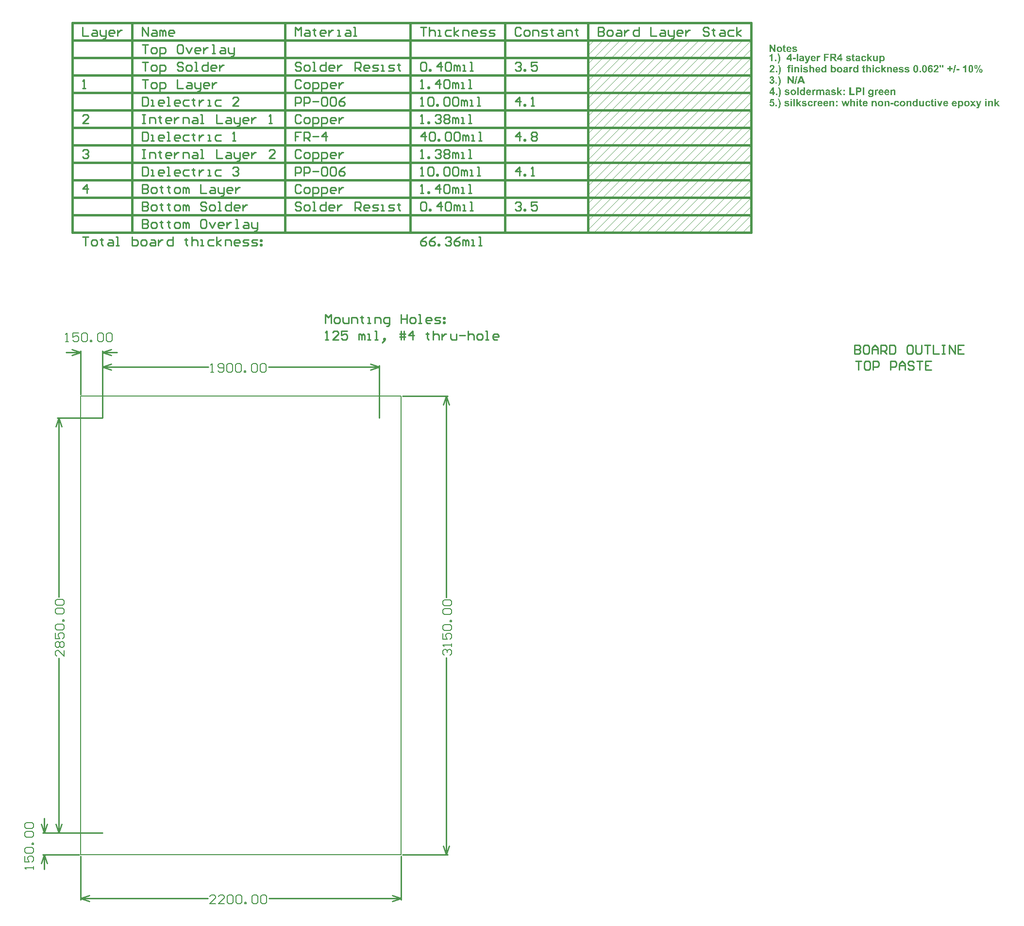
<source format=gtp>
G04*
G04 #@! TF.GenerationSoftware,Altium Limited,Altium Designer,19.1.9 (167)*
G04*
G04 Layer_Color=8421504*
%FSLAX25Y25*%
%MOIN*%
G70*
G01*
G75*
%ADD11C,0.00500*%
%ADD14C,0.01000*%
%ADD15C,0.01500*%
%ADD16C,0.00100*%
%ADD17C,0.00600*%
G36*
X490427Y555050D02*
X490501Y555043D01*
X490582Y555035D01*
X490671Y555028D01*
X490856Y554998D01*
X491041Y554954D01*
X491219Y554887D01*
X491300Y554850D01*
X491374Y554806D01*
X491382D01*
X491389Y554791D01*
X491433Y554762D01*
X491500Y554702D01*
X491574Y554621D01*
X491663Y554525D01*
X491744Y554399D01*
X491826Y554251D01*
X491885Y554081D01*
X490960Y553911D01*
Y553918D01*
X490945Y553948D01*
X490930Y553985D01*
X490908Y554029D01*
X490878Y554088D01*
X490834Y554140D01*
X490790Y554192D01*
X490730Y554236D01*
X490723Y554244D01*
X490701Y554258D01*
X490664Y554273D01*
X490612Y554295D01*
X490545Y554318D01*
X490464Y554340D01*
X490368Y554347D01*
X490257Y554355D01*
X490190D01*
X490124Y554347D01*
X490042Y554340D01*
X489946Y554325D01*
X489857Y554310D01*
X489776Y554281D01*
X489702Y554244D01*
X489694D01*
X489687Y554229D01*
X489650Y554192D01*
X489606Y554125D01*
X489598Y554088D01*
X489591Y554044D01*
Y554036D01*
Y554029D01*
X489606Y553985D01*
X489635Y553925D01*
X489657Y553896D01*
X489687Y553866D01*
X489694Y553859D01*
X489724Y553851D01*
X489739Y553837D01*
X489768Y553829D01*
X489805Y553814D01*
X489850Y553792D01*
X489909Y553777D01*
X489968Y553755D01*
X490042Y553733D01*
X490131Y553711D01*
X490227Y553681D01*
X490338Y553652D01*
X490464Y553622D01*
X490605Y553585D01*
X490612D01*
X490642Y553578D01*
X490679Y553570D01*
X490730Y553555D01*
X490797Y553533D01*
X490871Y553518D01*
X491034Y553467D01*
X491219Y553400D01*
X491396Y553326D01*
X491485Y553282D01*
X491567Y553245D01*
X491633Y553193D01*
X491700Y553148D01*
X491715Y553134D01*
X491752Y553104D01*
X491796Y553045D01*
X491855Y552963D01*
X491914Y552860D01*
X491959Y552734D01*
X491996Y552586D01*
X492011Y552423D01*
Y552416D01*
Y552401D01*
Y552371D01*
X492003Y552334D01*
X491996Y552297D01*
X491988Y552246D01*
X491959Y552120D01*
X491907Y551987D01*
X491870Y551913D01*
X491833Y551839D01*
X491781Y551765D01*
X491722Y551691D01*
X491655Y551617D01*
X491581Y551543D01*
X491574Y551535D01*
X491559Y551528D01*
X491537Y551513D01*
X491500Y551483D01*
X491456Y551461D01*
X491404Y551432D01*
X491337Y551395D01*
X491263Y551365D01*
X491182Y551328D01*
X491086Y551298D01*
X490982Y551261D01*
X490871Y551239D01*
X490745Y551217D01*
X490612Y551195D01*
X490471Y551187D01*
X490323Y551180D01*
X490249D01*
X490198Y551187D01*
X490131D01*
X490057Y551195D01*
X489976Y551202D01*
X489887Y551217D01*
X489694Y551254D01*
X489495Y551306D01*
X489295Y551380D01*
X489206Y551432D01*
X489117Y551483D01*
X489110Y551491D01*
X489095Y551498D01*
X489073Y551513D01*
X489051Y551543D01*
X488969Y551609D01*
X488880Y551705D01*
X488784Y551824D01*
X488695Y551964D01*
X488614Y552135D01*
X488547Y552320D01*
X489532Y552468D01*
Y552453D01*
X489546Y552423D01*
X489561Y552371D01*
X489583Y552305D01*
X489620Y552231D01*
X489665Y552164D01*
X489717Y552090D01*
X489783Y552031D01*
X489791Y552024D01*
X489820Y552009D01*
X489865Y551987D01*
X489924Y551964D01*
X489998Y551935D01*
X490094Y551913D01*
X490198Y551898D01*
X490323Y551890D01*
X490383D01*
X490457Y551898D01*
X490538Y551905D01*
X490627Y551920D01*
X490723Y551950D01*
X490812Y551979D01*
X490893Y552024D01*
X490901Y552031D01*
X490915Y552046D01*
X490938Y552068D01*
X490960Y552098D01*
X490982Y552135D01*
X491004Y552179D01*
X491019Y552231D01*
X491026Y552290D01*
Y552297D01*
Y552312D01*
X491019Y552357D01*
X490997Y552416D01*
X490952Y552475D01*
X490938Y552490D01*
X490915Y552497D01*
X490886Y552519D01*
X490841Y552534D01*
X490782Y552556D01*
X490716Y552579D01*
X490627Y552601D01*
X490612D01*
X490575Y552616D01*
X490516Y552630D01*
X490434Y552645D01*
X490338Y552667D01*
X490235Y552697D01*
X490116Y552727D01*
X489990Y552764D01*
X489731Y552838D01*
X489606Y552875D01*
X489487Y552919D01*
X489376Y552956D01*
X489273Y553000D01*
X489184Y553045D01*
X489117Y553082D01*
X489110Y553089D01*
X489095Y553097D01*
X489080Y553111D01*
X489051Y553141D01*
X488977Y553208D01*
X488903Y553304D01*
X488821Y553422D01*
X488747Y553563D01*
X488718Y553644D01*
X488703Y553733D01*
X488688Y553822D01*
X488681Y553918D01*
Y553925D01*
Y553940D01*
Y553962D01*
X488688Y553999D01*
X488695Y554036D01*
X488703Y554088D01*
X488725Y554199D01*
X488769Y554325D01*
X488843Y554458D01*
X488880Y554532D01*
X488932Y554599D01*
X488991Y554665D01*
X489058Y554725D01*
X489065Y554732D01*
X489073Y554739D01*
X489095Y554754D01*
X489132Y554776D01*
X489169Y554799D01*
X489221Y554828D01*
X489280Y554858D01*
X489347Y554895D01*
X489428Y554924D01*
X489517Y554954D01*
X489613Y554984D01*
X489717Y555006D01*
X489835Y555028D01*
X489961Y555043D01*
X490094Y555058D01*
X490368D01*
X490427Y555050D01*
D02*
G37*
G36*
X477070Y551261D02*
X476034D01*
X473955Y554636D01*
Y551261D01*
X473000D01*
Y556382D01*
X473999D01*
X476115Y552934D01*
Y556382D01*
X477070D01*
Y551261D01*
D02*
G37*
G36*
X486461Y555050D02*
X486527Y555043D01*
X486609Y555028D01*
X486697Y555013D01*
X486794Y554991D01*
X486897Y554961D01*
X487001Y554924D01*
X487112Y554880D01*
X487223Y554821D01*
X487326Y554762D01*
X487430Y554688D01*
X487534Y554599D01*
X487622Y554503D01*
X487630Y554495D01*
X487645Y554480D01*
X487667Y554443D01*
X487696Y554399D01*
X487733Y554340D01*
X487770Y554273D01*
X487815Y554184D01*
X487859Y554088D01*
X487904Y553977D01*
X487948Y553851D01*
X487985Y553718D01*
X488022Y553563D01*
X488052Y553400D01*
X488074Y553222D01*
X488089Y553037D01*
Y552830D01*
X485632D01*
Y552823D01*
Y552808D01*
Y552786D01*
X485639Y552756D01*
X485647Y552682D01*
X485661Y552579D01*
X485691Y552475D01*
X485735Y552357D01*
X485787Y552246D01*
X485861Y552149D01*
X485869Y552142D01*
X485906Y552112D01*
X485950Y552075D01*
X486017Y552031D01*
X486098Y551987D01*
X486202Y551950D01*
X486313Y551920D01*
X486431Y551913D01*
X486468D01*
X486512Y551920D01*
X486564Y551927D01*
X486623Y551942D01*
X486690Y551964D01*
X486757Y551994D01*
X486816Y552038D01*
X486823Y552046D01*
X486845Y552061D01*
X486875Y552090D01*
X486905Y552135D01*
X486949Y552194D01*
X486986Y552260D01*
X487023Y552349D01*
X487060Y552445D01*
X488037Y552283D01*
Y552275D01*
X488029Y552260D01*
X488015Y552231D01*
X488000Y552194D01*
X487978Y552149D01*
X487955Y552098D01*
X487889Y551979D01*
X487807Y551846D01*
X487704Y551705D01*
X487578Y551580D01*
X487437Y551461D01*
X487430D01*
X487423Y551446D01*
X487393Y551439D01*
X487363Y551417D01*
X487326Y551395D01*
X487275Y551372D01*
X487223Y551350D01*
X487156Y551321D01*
X487008Y551269D01*
X486838Y551224D01*
X486638Y551195D01*
X486424Y551180D01*
X486379D01*
X486335Y551187D01*
X486268D01*
X486187Y551202D01*
X486091Y551217D01*
X485987Y551232D01*
X485883Y551261D01*
X485765Y551291D01*
X485647Y551335D01*
X485528Y551387D01*
X485410Y551446D01*
X485291Y551520D01*
X485180Y551602D01*
X485084Y551698D01*
X484988Y551809D01*
X484981Y551816D01*
X484973Y551831D01*
X484958Y551861D01*
X484929Y551898D01*
X484907Y551950D01*
X484877Y552009D01*
X484840Y552075D01*
X484810Y552157D01*
X484773Y552246D01*
X484744Y552342D01*
X484707Y552445D01*
X484685Y552564D01*
X484662Y552682D01*
X484640Y552808D01*
X484633Y552949D01*
X484625Y553089D01*
Y553097D01*
Y553126D01*
Y553178D01*
X484633Y553245D01*
X484640Y553319D01*
X484648Y553407D01*
X484662Y553504D01*
X484685Y553615D01*
X484744Y553844D01*
X484781Y553962D01*
X484825Y554088D01*
X484884Y554207D01*
X484951Y554318D01*
X485025Y554429D01*
X485106Y554532D01*
X485114Y554540D01*
X485129Y554554D01*
X485158Y554584D01*
X485195Y554614D01*
X485240Y554651D01*
X485299Y554695D01*
X485365Y554747D01*
X485439Y554799D01*
X485521Y554843D01*
X485617Y554895D01*
X485713Y554939D01*
X485824Y554976D01*
X485935Y555006D01*
X486061Y555035D01*
X486187Y555050D01*
X486320Y555058D01*
X486401D01*
X486461Y555050D01*
D02*
G37*
G36*
X483560Y554976D02*
X484233D01*
Y554192D01*
X483560D01*
Y552690D01*
Y552682D01*
Y552667D01*
Y552645D01*
Y552616D01*
Y552542D01*
Y552453D01*
X483567Y552364D01*
Y552275D01*
Y552209D01*
X483575Y552179D01*
Y552164D01*
X483582Y552149D01*
X483597Y552120D01*
X483619Y552083D01*
X483663Y552038D01*
X483678Y552031D01*
X483708Y552016D01*
X483760Y552001D01*
X483826Y551994D01*
X483856D01*
X483885Y552001D01*
X483930Y552009D01*
X483989Y552016D01*
X484056Y552031D01*
X484137Y552053D01*
X484226Y552083D01*
X484315Y551321D01*
X484307D01*
X484300Y551313D01*
X484255Y551298D01*
X484181Y551276D01*
X484085Y551254D01*
X483974Y551224D01*
X483841Y551202D01*
X483693Y551187D01*
X483538Y551180D01*
X483493D01*
X483441Y551187D01*
X483375Y551195D01*
X483301Y551202D01*
X483219Y551217D01*
X483138Y551239D01*
X483057Y551269D01*
X483049Y551276D01*
X483020Y551284D01*
X482983Y551306D01*
X482938Y551328D01*
X482835Y551402D01*
X482783Y551446D01*
X482738Y551498D01*
X482731Y551506D01*
X482724Y551528D01*
X482709Y551557D01*
X482687Y551602D01*
X482664Y551654D01*
X482642Y551720D01*
X482620Y551794D01*
X482605Y551876D01*
Y551883D01*
X482598Y551913D01*
Y551957D01*
X482590Y552031D01*
X482583Y552127D01*
Y552246D01*
X482576Y552312D01*
Y552394D01*
Y552475D01*
Y552571D01*
Y554192D01*
X482124D01*
Y554976D01*
X482576D01*
Y555716D01*
X483560Y556293D01*
Y554976D01*
D02*
G37*
G36*
X479978Y555050D02*
X480052Y555043D01*
X480134Y555028D01*
X480230Y555013D01*
X480326Y554991D01*
X480437Y554961D01*
X480548Y554924D01*
X480659Y554880D01*
X480777Y554828D01*
X480896Y554762D01*
X481007Y554688D01*
X481118Y554606D01*
X481221Y554510D01*
X481229Y554503D01*
X481244Y554488D01*
X481273Y554451D01*
X481303Y554414D01*
X481347Y554355D01*
X481392Y554295D01*
X481443Y554214D01*
X481495Y554133D01*
X481540Y554036D01*
X481591Y553933D01*
X481636Y553814D01*
X481680Y553696D01*
X481710Y553563D01*
X481739Y553430D01*
X481754Y553282D01*
X481762Y553126D01*
Y553119D01*
Y553089D01*
Y553045D01*
X481754Y552986D01*
X481747Y552912D01*
X481732Y552830D01*
X481717Y552734D01*
X481695Y552638D01*
X481665Y552527D01*
X481628Y552416D01*
X481584Y552297D01*
X481532Y552179D01*
X481466Y552061D01*
X481392Y551950D01*
X481310Y551839D01*
X481214Y551728D01*
X481207Y551720D01*
X481192Y551705D01*
X481162Y551676D01*
X481118Y551639D01*
X481066Y551602D01*
X480999Y551557D01*
X480925Y551506D01*
X480844Y551454D01*
X480748Y551402D01*
X480644Y551350D01*
X480533Y551306D01*
X480407Y551269D01*
X480282Y551232D01*
X480141Y551202D01*
X480000Y551187D01*
X479845Y551180D01*
X479793D01*
X479756Y551187D01*
X479712D01*
X479660Y551195D01*
X479534Y551210D01*
X479379Y551239D01*
X479216Y551276D01*
X479046Y551335D01*
X478868Y551409D01*
X478861D01*
X478846Y551417D01*
X478824Y551432D01*
X478794Y551454D01*
X478713Y551506D01*
X478609Y551580D01*
X478498Y551676D01*
X478380Y551794D01*
X478269Y551927D01*
X478165Y552083D01*
Y552090D01*
X478158Y552105D01*
X478143Y552127D01*
X478128Y552164D01*
X478113Y552209D01*
X478091Y552260D01*
X478069Y552320D01*
X478047Y552386D01*
X478025Y552460D01*
X478002Y552542D01*
X477965Y552727D01*
X477936Y552941D01*
X477928Y553171D01*
Y553178D01*
Y553193D01*
Y553222D01*
X477936Y553252D01*
Y553296D01*
X477943Y553348D01*
X477958Y553474D01*
X477988Y553615D01*
X478032Y553770D01*
X478084Y553940D01*
X478165Y554110D01*
Y554118D01*
X478180Y554133D01*
X478187Y554155D01*
X478210Y554184D01*
X478269Y554266D01*
X478343Y554369D01*
X478439Y554480D01*
X478557Y554599D01*
X478691Y554710D01*
X478846Y554813D01*
X478853D01*
X478868Y554821D01*
X478890Y554836D01*
X478927Y554850D01*
X478964Y554873D01*
X479016Y554887D01*
X479075Y554910D01*
X479135Y554939D01*
X479283Y554984D01*
X479453Y555021D01*
X479638Y555050D01*
X479838Y555058D01*
X479919D01*
X479978Y555050D01*
D02*
G37*
G36*
X507417Y548735D02*
X507499Y548720D01*
X507602Y548698D01*
X507713Y548661D01*
X507824Y548617D01*
X507943Y548550D01*
X507632Y547699D01*
X507625Y547706D01*
X507588Y547721D01*
X507543Y547751D01*
X507484Y547780D01*
X507410Y547810D01*
X507336Y547840D01*
X507255Y547854D01*
X507173Y547862D01*
X507144D01*
X507099Y547854D01*
X507055Y547847D01*
X507003Y547832D01*
X506944Y547810D01*
X506885Y547780D01*
X506825Y547743D01*
X506818Y547736D01*
X506803Y547721D01*
X506774Y547692D01*
X506744Y547647D01*
X506707Y547595D01*
X506670Y547521D01*
X506633Y547433D01*
X506603Y547329D01*
Y547314D01*
X506596Y547292D01*
X506589Y547270D01*
Y547233D01*
X506581Y547188D01*
X506574Y547129D01*
X506566Y547063D01*
X506559Y546989D01*
X506552Y546892D01*
X506544Y546796D01*
Y546678D01*
X506537Y546552D01*
X506529Y546411D01*
Y546256D01*
Y546086D01*
Y544946D01*
X505545D01*
Y548661D01*
X506455D01*
Y548136D01*
X506463Y548143D01*
X506492Y548187D01*
X506537Y548254D01*
X506596Y548335D01*
X506655Y548417D01*
X506729Y548498D01*
X506796Y548572D01*
X506870Y548624D01*
X506877Y548631D01*
X506899Y548646D01*
X506944Y548661D01*
X506996Y548683D01*
X507055Y548705D01*
X507129Y548728D01*
X507203Y548735D01*
X507292Y548742D01*
X507351D01*
X507417Y548735D01*
D02*
G37*
G36*
X550707D02*
X550759Y548728D01*
X550826Y548713D01*
X550900Y548698D01*
X550974Y548676D01*
X551063Y548654D01*
X551144Y548617D01*
X551240Y548580D01*
X551329Y548528D01*
X551425Y548469D01*
X551514Y548402D01*
X551603Y548321D01*
X551692Y548232D01*
X551699Y548224D01*
X551714Y548210D01*
X551736Y548180D01*
X551766Y548136D01*
X551795Y548091D01*
X551832Y548025D01*
X551877Y547951D01*
X551921Y547869D01*
X551958Y547773D01*
X552002Y547669D01*
X552039Y547551D01*
X552076Y547425D01*
X552099Y547285D01*
X552121Y547144D01*
X552136Y546981D01*
X552143Y546818D01*
Y546811D01*
Y546781D01*
Y546730D01*
X552136Y546663D01*
X552128Y546589D01*
X552121Y546500D01*
X552106Y546397D01*
X552084Y546293D01*
X552032Y546056D01*
X551995Y545938D01*
X551951Y545819D01*
X551899Y545701D01*
X551832Y545590D01*
X551766Y545479D01*
X551684Y545375D01*
X551677Y545368D01*
X551662Y545353D01*
X551640Y545331D01*
X551603Y545294D01*
X551558Y545257D01*
X551507Y545213D01*
X551447Y545168D01*
X551381Y545124D01*
X551299Y545072D01*
X551218Y545028D01*
X551033Y544946D01*
X550929Y544909D01*
X550818Y544887D01*
X550707Y544872D01*
X550589Y544865D01*
X550537D01*
X550478Y544872D01*
X550404Y544880D01*
X550315Y544894D01*
X550219Y544917D01*
X550123Y544946D01*
X550027Y544983D01*
X550019Y544991D01*
X549982Y545005D01*
X549938Y545042D01*
X549871Y545087D01*
X549790Y545139D01*
X549708Y545213D01*
X549612Y545301D01*
X549509Y545405D01*
Y543525D01*
X548524D01*
Y548661D01*
X549442D01*
Y548113D01*
X549449Y548128D01*
X549472Y548158D01*
X549516Y548210D01*
X549568Y548276D01*
X549634Y548350D01*
X549723Y548424D01*
X549812Y548498D01*
X549923Y548565D01*
X549938Y548572D01*
X549975Y548594D01*
X550041Y548624D01*
X550123Y548654D01*
X550219Y548683D01*
X550337Y548713D01*
X550463Y548735D01*
X550596Y548742D01*
X550656D01*
X550707Y548735D01*
D02*
G37*
G36*
X527405D02*
X527479Y548728D01*
X527560Y548720D01*
X527649Y548713D01*
X527834Y548683D01*
X528019Y548639D01*
X528197Y548572D01*
X528278Y548535D01*
X528352Y548491D01*
X528359D01*
X528367Y548476D01*
X528411Y548446D01*
X528478Y548387D01*
X528552Y548306D01*
X528641Y548210D01*
X528722Y548084D01*
X528803Y547936D01*
X528863Y547766D01*
X527938Y547595D01*
Y547603D01*
X527923Y547632D01*
X527908Y547669D01*
X527886Y547714D01*
X527856Y547773D01*
X527812Y547825D01*
X527767Y547877D01*
X527708Y547921D01*
X527701Y547928D01*
X527679Y547943D01*
X527642Y547958D01*
X527590Y547980D01*
X527523Y548002D01*
X527442Y548025D01*
X527346Y548032D01*
X527235Y548039D01*
X527168D01*
X527101Y548032D01*
X527020Y548025D01*
X526924Y548010D01*
X526835Y547995D01*
X526754Y547965D01*
X526680Y547928D01*
X526672D01*
X526665Y547914D01*
X526628Y547877D01*
X526583Y547810D01*
X526576Y547773D01*
X526569Y547729D01*
Y547721D01*
Y547714D01*
X526583Y547669D01*
X526613Y547610D01*
X526635Y547581D01*
X526665Y547551D01*
X526672Y547544D01*
X526702Y547536D01*
X526717Y547521D01*
X526746Y547514D01*
X526783Y547499D01*
X526828Y547477D01*
X526887Y547462D01*
X526946Y547440D01*
X527020Y547418D01*
X527109Y547396D01*
X527205Y547366D01*
X527316Y547336D01*
X527442Y547307D01*
X527582Y547270D01*
X527590D01*
X527619Y547262D01*
X527656Y547255D01*
X527708Y547240D01*
X527775Y547218D01*
X527849Y547203D01*
X528012Y547151D01*
X528197Y547085D01*
X528374Y547011D01*
X528463Y546966D01*
X528544Y546929D01*
X528611Y546878D01*
X528678Y546833D01*
X528692Y546818D01*
X528729Y546789D01*
X528774Y546730D01*
X528833Y546648D01*
X528892Y546545D01*
X528937Y546419D01*
X528974Y546271D01*
X528988Y546108D01*
Y546101D01*
Y546086D01*
Y546056D01*
X528981Y546019D01*
X528974Y545982D01*
X528966Y545930D01*
X528937Y545805D01*
X528885Y545671D01*
X528848Y545597D01*
X528811Y545523D01*
X528759Y545449D01*
X528700Y545375D01*
X528633Y545301D01*
X528559Y545227D01*
X528552Y545220D01*
X528537Y545213D01*
X528515Y545198D01*
X528478Y545168D01*
X528433Y545146D01*
X528382Y545116D01*
X528315Y545079D01*
X528241Y545050D01*
X528160Y545013D01*
X528063Y544983D01*
X527960Y544946D01*
X527849Y544924D01*
X527723Y544902D01*
X527590Y544880D01*
X527449Y544872D01*
X527301Y544865D01*
X527227D01*
X527175Y544872D01*
X527109D01*
X527035Y544880D01*
X526953Y544887D01*
X526865Y544902D01*
X526672Y544939D01*
X526472Y544991D01*
X526273Y545065D01*
X526184Y545116D01*
X526095Y545168D01*
X526088Y545176D01*
X526073Y545183D01*
X526051Y545198D01*
X526028Y545227D01*
X525947Y545294D01*
X525858Y545390D01*
X525762Y545509D01*
X525673Y545649D01*
X525592Y545819D01*
X525525Y546004D01*
X526509Y546152D01*
Y546138D01*
X526524Y546108D01*
X526539Y546056D01*
X526561Y545990D01*
X526598Y545916D01*
X526643Y545849D01*
X526694Y545775D01*
X526761Y545716D01*
X526768Y545708D01*
X526798Y545694D01*
X526842Y545671D01*
X526902Y545649D01*
X526976Y545620D01*
X527072Y545597D01*
X527175Y545583D01*
X527301Y545575D01*
X527360D01*
X527434Y545583D01*
X527516Y545590D01*
X527605Y545605D01*
X527701Y545634D01*
X527790Y545664D01*
X527871Y545708D01*
X527878Y545716D01*
X527893Y545731D01*
X527915Y545753D01*
X527938Y545782D01*
X527960Y545819D01*
X527982Y545864D01*
X527997Y545916D01*
X528004Y545975D01*
Y545982D01*
Y545997D01*
X527997Y546041D01*
X527975Y546101D01*
X527930Y546160D01*
X527915Y546175D01*
X527893Y546182D01*
X527864Y546204D01*
X527819Y546219D01*
X527760Y546241D01*
X527693Y546263D01*
X527605Y546286D01*
X527590D01*
X527553Y546300D01*
X527494Y546315D01*
X527412Y546330D01*
X527316Y546352D01*
X527212Y546382D01*
X527094Y546411D01*
X526968Y546448D01*
X526709Y546522D01*
X526583Y546559D01*
X526465Y546604D01*
X526354Y546641D01*
X526250Y546685D01*
X526162Y546730D01*
X526095Y546767D01*
X526088Y546774D01*
X526073Y546781D01*
X526058Y546796D01*
X526028Y546826D01*
X525954Y546892D01*
X525880Y546989D01*
X525799Y547107D01*
X525725Y547248D01*
X525695Y547329D01*
X525681Y547418D01*
X525666Y547507D01*
X525658Y547603D01*
Y547610D01*
Y547625D01*
Y547647D01*
X525666Y547684D01*
X525673Y547721D01*
X525681Y547773D01*
X525703Y547884D01*
X525747Y548010D01*
X525821Y548143D01*
X525858Y548217D01*
X525910Y548284D01*
X525969Y548350D01*
X526036Y548409D01*
X526043Y548417D01*
X526051Y548424D01*
X526073Y548439D01*
X526110Y548461D01*
X526147Y548483D01*
X526199Y548513D01*
X526258Y548543D01*
X526324Y548580D01*
X526406Y548609D01*
X526495Y548639D01*
X526591Y548668D01*
X526694Y548691D01*
X526813Y548713D01*
X526939Y548728D01*
X527072Y548742D01*
X527346D01*
X527405Y548735D01*
D02*
G37*
G36*
X537898D02*
X537957D01*
X538024Y548728D01*
X538098Y548720D01*
X538179Y548705D01*
X538349Y548668D01*
X538527Y548617D01*
X538705Y548543D01*
X538867Y548446D01*
X538875D01*
X538882Y548432D01*
X538904Y548417D01*
X538934Y548395D01*
X539001Y548328D01*
X539089Y548232D01*
X539186Y548106D01*
X539282Y547958D01*
X539371Y547780D01*
X539445Y547573D01*
X538475Y547396D01*
Y547410D01*
X538468Y547440D01*
X538453Y547492D01*
X538431Y547558D01*
X538394Y547625D01*
X538357Y547699D01*
X538305Y547766D01*
X538246Y547825D01*
X538238Y547832D01*
X538216Y547847D01*
X538179Y547869D01*
X538127Y547899D01*
X538061Y547928D01*
X537987Y547951D01*
X537898Y547965D01*
X537802Y547973D01*
X537787D01*
X537743Y547965D01*
X537676Y547958D01*
X537587Y547943D01*
X537498Y547906D01*
X537402Y547862D01*
X537306Y547803D01*
X537217Y547714D01*
X537210Y547699D01*
X537188Y547662D01*
X537151Y547603D01*
X537114Y547514D01*
X537069Y547396D01*
X537054Y547329D01*
X537040Y547255D01*
X537025Y547166D01*
X537010Y547077D01*
X537003Y546974D01*
Y546870D01*
Y546863D01*
Y546841D01*
Y546804D01*
X537010Y546759D01*
Y546707D01*
X537017Y546648D01*
X537032Y546500D01*
X537054Y546345D01*
X537099Y546189D01*
X537151Y546049D01*
X537188Y545990D01*
X537225Y545930D01*
X537232Y545916D01*
X537269Y545886D01*
X537313Y545849D01*
X537380Y545797D01*
X537469Y545745D01*
X537565Y545708D01*
X537683Y545679D01*
X537817Y545664D01*
X537861D01*
X537913Y545671D01*
X537979Y545686D01*
X538053Y545701D01*
X538127Y545731D01*
X538201Y545768D01*
X538275Y545819D01*
X538283Y545827D01*
X538305Y545849D01*
X538335Y545886D01*
X538379Y545945D01*
X538423Y546019D01*
X538460Y546115D01*
X538505Y546234D01*
X538534Y546367D01*
X539496Y546204D01*
Y546197D01*
X539489Y546175D01*
X539482Y546138D01*
X539467Y546093D01*
X539445Y546041D01*
X539422Y545975D01*
X539363Y545827D01*
X539289Y545664D01*
X539186Y545501D01*
X539060Y545338D01*
X538986Y545264D01*
X538912Y545198D01*
X538904D01*
X538890Y545183D01*
X538867Y545168D01*
X538838Y545146D01*
X538793Y545124D01*
X538742Y545094D01*
X538682Y545065D01*
X538608Y545035D01*
X538534Y544998D01*
X538446Y544968D01*
X538357Y544939D01*
X538253Y544917D01*
X538142Y544894D01*
X538024Y544880D01*
X537905Y544872D01*
X537772Y544865D01*
X537691D01*
X537639Y544872D01*
X537572Y544880D01*
X537491Y544894D01*
X537402Y544909D01*
X537306Y544931D01*
X537202Y544954D01*
X537099Y544991D01*
X536988Y545028D01*
X536884Y545079D01*
X536773Y545139D01*
X536670Y545205D01*
X536573Y545287D01*
X536477Y545375D01*
X536470Y545383D01*
X536455Y545398D01*
X536433Y545427D01*
X536403Y545472D01*
X536366Y545523D01*
X536322Y545583D01*
X536285Y545657D01*
X536240Y545745D01*
X536189Y545842D01*
X536152Y545945D01*
X536107Y546064D01*
X536070Y546189D01*
X536041Y546330D01*
X536018Y546471D01*
X536004Y546633D01*
X535996Y546796D01*
Y546804D01*
Y546833D01*
Y546885D01*
X536004Y546944D01*
X536011Y547026D01*
X536018Y547114D01*
X536033Y547211D01*
X536055Y547322D01*
X536115Y547551D01*
X536152Y547669D01*
X536196Y547788D01*
X536255Y547906D01*
X536322Y548017D01*
X536396Y548121D01*
X536477Y548224D01*
X536485Y548232D01*
X536499Y548247D01*
X536529Y548269D01*
X536566Y548306D01*
X536618Y548343D01*
X536677Y548387D01*
X536744Y548439D01*
X536825Y548483D01*
X536914Y548535D01*
X537010Y548580D01*
X537121Y548624D01*
X537239Y548661D01*
X537358Y548698D01*
X537498Y548720D01*
X537639Y548735D01*
X537787Y548742D01*
X537854D01*
X537898Y548735D01*
D02*
G37*
G36*
X491086Y546315D02*
X489154D01*
Y547299D01*
X491086D01*
Y546315D01*
D02*
G37*
G36*
X499662Y545079D02*
X499425Y544443D01*
X499418Y544428D01*
X499403Y544391D01*
X499374Y544332D01*
X499344Y544258D01*
X499307Y544177D01*
X499263Y544095D01*
X499218Y544021D01*
X499174Y543947D01*
X499166Y543940D01*
X499152Y543918D01*
X499129Y543888D01*
X499100Y543844D01*
X499018Y543755D01*
X498907Y543666D01*
X498900Y543659D01*
X498878Y543651D01*
X498848Y543629D01*
X498804Y543607D01*
X498752Y543585D01*
X498693Y543555D01*
X498619Y543525D01*
X498537Y543503D01*
X498530D01*
X498500Y543496D01*
X498456Y543481D01*
X498389Y543474D01*
X498315Y543459D01*
X498234Y543444D01*
X498138Y543437D01*
X497990D01*
X497931Y543444D01*
X497864D01*
X497775Y543451D01*
X497686Y543466D01*
X497487Y543503D01*
X497398Y544273D01*
X497405D01*
X497435Y544265D01*
X497479Y544258D01*
X497538Y544251D01*
X497598Y544236D01*
X497672Y544228D01*
X497812Y544221D01*
X497871D01*
X497931Y544236D01*
X498005Y544251D01*
X498086Y544273D01*
X498167Y544310D01*
X498249Y544362D01*
X498315Y544428D01*
X498323Y544436D01*
X498345Y544465D01*
X498375Y544510D01*
X498412Y544569D01*
X498449Y544643D01*
X498493Y544732D01*
X498530Y544828D01*
X498567Y544939D01*
X497161Y548661D01*
X498204D01*
X499085Y546019D01*
X499958Y548661D01*
X500972D01*
X499662Y545079D01*
D02*
G37*
G36*
X547540Y544946D02*
X546630D01*
Y545501D01*
X546623Y545486D01*
X546593Y545449D01*
X546549Y545398D01*
X546482Y545331D01*
X546408Y545250D01*
X546312Y545176D01*
X546208Y545094D01*
X546090Y545028D01*
X546075Y545020D01*
X546031Y545005D01*
X545964Y544976D01*
X545875Y544946D01*
X545772Y544917D01*
X545653Y544887D01*
X545527Y544872D01*
X545394Y544865D01*
X545328D01*
X545261Y544872D01*
X545172Y544887D01*
X545061Y544902D01*
X544950Y544931D01*
X544832Y544976D01*
X544721Y545028D01*
X544706Y545035D01*
X544676Y545057D01*
X544617Y545094D01*
X544558Y545146D01*
X544484Y545213D01*
X544417Y545287D01*
X544351Y545383D01*
X544292Y545486D01*
X544284Y545501D01*
X544269Y545538D01*
X544247Y545605D01*
X544225Y545701D01*
X544203Y545819D01*
X544181Y545960D01*
X544166Y546123D01*
X544158Y546308D01*
Y548661D01*
X545143D01*
Y546952D01*
Y546944D01*
Y546915D01*
Y546878D01*
Y546826D01*
Y546767D01*
Y546700D01*
X545150Y546545D01*
X545157Y546374D01*
X545165Y546219D01*
X545172Y546152D01*
X545180Y546086D01*
X545187Y546034D01*
X545194Y545997D01*
Y545990D01*
X545202Y545967D01*
X545217Y545938D01*
X545239Y545893D01*
X545261Y545849D01*
X545298Y545805D01*
X545335Y545760D01*
X545387Y545716D01*
X545394Y545708D01*
X545416Y545701D01*
X545446Y545686D01*
X545490Y545671D01*
X545542Y545649D01*
X545609Y545634D01*
X545675Y545627D01*
X545757Y545620D01*
X545801D01*
X545846Y545627D01*
X545905Y545634D01*
X545979Y545649D01*
X546053Y545679D01*
X546134Y545708D01*
X546208Y545753D01*
X546216Y545760D01*
X546238Y545775D01*
X546275Y545805D01*
X546319Y545849D01*
X546364Y545901D01*
X546408Y545953D01*
X546452Y546019D01*
X546482Y546093D01*
Y546101D01*
X546497Y546138D01*
Y546167D01*
X546504Y546204D01*
X546512Y546241D01*
X546519Y546293D01*
X546526Y546360D01*
X546534Y546426D01*
X546541Y546508D01*
Y546604D01*
X546549Y546707D01*
X546556Y546826D01*
Y546952D01*
Y547092D01*
Y548661D01*
X547540D01*
Y544946D01*
D02*
G37*
G36*
X541147Y547351D02*
X542294Y548661D01*
X543500D01*
X542227Y547299D01*
X543589Y544946D01*
X542530D01*
X541591Y546611D01*
X541147Y546130D01*
Y544946D01*
X540162D01*
Y550067D01*
X541147D01*
Y547351D01*
D02*
G37*
G36*
X533843Y548735D02*
X533902D01*
X534050Y548720D01*
X534205Y548705D01*
X534368Y548676D01*
X534524Y548631D01*
X534590Y548609D01*
X534657Y548580D01*
X534664D01*
X534672Y548572D01*
X534709Y548550D01*
X534768Y548520D01*
X534834Y548476D01*
X534916Y548417D01*
X534990Y548350D01*
X535056Y548269D01*
X535116Y548187D01*
X535123Y548173D01*
X535138Y548143D01*
X535160Y548076D01*
X535167Y548039D01*
X535182Y547988D01*
X535197Y547936D01*
X535204Y547869D01*
X535219Y547795D01*
X535227Y547714D01*
X535234Y547625D01*
X535241Y547529D01*
X535249Y547425D01*
Y547307D01*
X535234Y546160D01*
Y546152D01*
Y546138D01*
Y546115D01*
Y546078D01*
Y545990D01*
X535241Y545886D01*
Y545768D01*
X535256Y545649D01*
X535264Y545531D01*
X535278Y545435D01*
Y545427D01*
X535286Y545398D01*
X535301Y545346D01*
X535315Y545287D01*
X535345Y545213D01*
X535375Y545131D01*
X535412Y545042D01*
X535456Y544946D01*
X534487D01*
Y544954D01*
X534479Y544961D01*
X534472Y544991D01*
X534457Y545020D01*
X534442Y545057D01*
X534427Y545109D01*
X534413Y545168D01*
X534390Y545235D01*
Y545242D01*
X534383Y545250D01*
X534376Y545279D01*
X534361Y545316D01*
X534353Y545346D01*
X534339Y545338D01*
X534309Y545309D01*
X534257Y545264D01*
X534191Y545213D01*
X534109Y545153D01*
X534020Y545087D01*
X533917Y545035D01*
X533813Y544983D01*
X533798Y544976D01*
X533761Y544968D01*
X533702Y544946D01*
X533628Y544924D01*
X533539Y544902D01*
X533436Y544887D01*
X533317Y544872D01*
X533199Y544865D01*
X533147D01*
X533103Y544872D01*
X533058D01*
X532999Y544880D01*
X532873Y544902D01*
X532725Y544939D01*
X532577Y544991D01*
X532429Y545065D01*
X532296Y545168D01*
Y545176D01*
X532281Y545183D01*
X532244Y545227D01*
X532193Y545294D01*
X532133Y545383D01*
X532074Y545494D01*
X532022Y545627D01*
X531985Y545782D01*
X531978Y545864D01*
X531971Y545953D01*
Y545967D01*
Y546004D01*
X531978Y546064D01*
X531993Y546138D01*
X532008Y546226D01*
X532030Y546315D01*
X532067Y546411D01*
X532119Y546508D01*
X532126Y546522D01*
X532148Y546552D01*
X532178Y546596D01*
X532230Y546648D01*
X532281Y546707D01*
X532355Y546774D01*
X532437Y546833D01*
X532533Y546885D01*
X532548Y546892D01*
X532585Y546907D01*
X532644Y546929D01*
X532733Y546966D01*
X532844Y547003D01*
X532977Y547040D01*
X533140Y547077D01*
X533317Y547114D01*
X533325D01*
X533347Y547122D01*
X533384Y547129D01*
X533428Y547137D01*
X533488Y547144D01*
X533554Y547159D01*
X533702Y547196D01*
X533858Y547233D01*
X534020Y547270D01*
X534161Y547314D01*
X534228Y547336D01*
X534279Y547359D01*
Y547455D01*
Y547470D01*
Y547499D01*
X534272Y547551D01*
X534265Y547618D01*
X534242Y547684D01*
X534220Y547751D01*
X534183Y547810D01*
X534131Y547862D01*
X534124Y547869D01*
X534102Y547884D01*
X534065Y547899D01*
X534013Y547928D01*
X533939Y547951D01*
X533850Y547965D01*
X533739Y547980D01*
X533606Y547988D01*
X533562D01*
X533517Y547980D01*
X533458Y547973D01*
X533391Y547958D01*
X533317Y547943D01*
X533251Y547914D01*
X533192Y547877D01*
X533184Y547869D01*
X533169Y547854D01*
X533140Y547832D01*
X533110Y547795D01*
X533066Y547743D01*
X533029Y547677D01*
X532992Y547603D01*
X532955Y547514D01*
X532074Y547677D01*
Y547684D01*
X532082Y547699D01*
X532089Y547729D01*
X532104Y547766D01*
X532119Y547810D01*
X532141Y547862D01*
X532193Y547980D01*
X532267Y548106D01*
X532355Y548239D01*
X532459Y548365D01*
X532585Y548476D01*
X532592D01*
X532600Y548491D01*
X532622Y548498D01*
X532651Y548520D01*
X532696Y548535D01*
X532740Y548557D01*
X532799Y548587D01*
X532859Y548609D01*
X532933Y548631D01*
X533014Y548661D01*
X533103Y548683D01*
X533206Y548698D01*
X533310Y548720D01*
X533428Y548728D01*
X533547Y548742D01*
X533791D01*
X533843Y548735D01*
D02*
G37*
G36*
X522565Y546833D02*
X523202D01*
Y545975D01*
X522565D01*
Y544946D01*
X521618D01*
Y545975D01*
X519516D01*
Y546826D01*
X521736Y550089D01*
X522565D01*
Y546833D01*
D02*
G37*
G36*
X517119Y550060D02*
X517200D01*
X517282Y550052D01*
X517378D01*
X517570Y550030D01*
X517770Y550008D01*
X517955Y549971D01*
X518036Y549949D01*
X518110Y549926D01*
X518118D01*
X518125Y549919D01*
X518170Y549897D01*
X518236Y549860D01*
X518325Y549815D01*
X518421Y549741D01*
X518517Y549660D01*
X518614Y549556D01*
X518702Y549431D01*
Y549423D01*
X518710Y549416D01*
X518725Y549394D01*
X518739Y549371D01*
X518776Y549297D01*
X518821Y549201D01*
X518858Y549083D01*
X518895Y548950D01*
X518924Y548794D01*
X518932Y548631D01*
Y548624D01*
Y548609D01*
Y548572D01*
X518924Y548535D01*
Y548483D01*
X518917Y548432D01*
X518887Y548298D01*
X518850Y548143D01*
X518791Y547988D01*
X518702Y547825D01*
X518651Y547751D01*
X518591Y547677D01*
X518584Y547669D01*
X518577Y547662D01*
X518554Y547640D01*
X518525Y547618D01*
X518495Y547588D01*
X518451Y547551D01*
X518399Y547514D01*
X518340Y547477D01*
X518273Y547433D01*
X518192Y547396D01*
X518110Y547359D01*
X518022Y547322D01*
X517918Y547285D01*
X517814Y547255D01*
X517703Y547225D01*
X517578Y547203D01*
X517585D01*
X517592Y547196D01*
X517637Y547166D01*
X517696Y547129D01*
X517770Y547077D01*
X517859Y547011D01*
X517948Y546944D01*
X518044Y546863D01*
X518125Y546774D01*
X518133Y546767D01*
X518170Y546730D01*
X518214Y546670D01*
X518281Y546582D01*
X518369Y546471D01*
X518414Y546397D01*
X518466Y546323D01*
X518525Y546241D01*
X518584Y546152D01*
X518651Y546049D01*
X518717Y545945D01*
X519346Y544946D01*
X518103D01*
X517363Y546056D01*
X517356Y546064D01*
X517348Y546086D01*
X517326Y546115D01*
X517296Y546152D01*
X517267Y546197D01*
X517230Y546256D01*
X517148Y546374D01*
X517052Y546508D01*
X516963Y546626D01*
X516882Y546737D01*
X516845Y546774D01*
X516815Y546811D01*
X516808Y546818D01*
X516793Y546833D01*
X516764Y546863D01*
X516727Y546900D01*
X516675Y546929D01*
X516623Y546966D01*
X516564Y546996D01*
X516505Y547026D01*
X516497D01*
X516475Y547033D01*
X516438Y547048D01*
X516379Y547055D01*
X516305Y547070D01*
X516216Y547077D01*
X516112Y547085D01*
X515779D01*
Y544946D01*
X514743D01*
Y550067D01*
X517052D01*
X517119Y550060D01*
D02*
G37*
G36*
X513885Y549201D02*
X511406D01*
Y547988D01*
X513545D01*
Y547122D01*
X511406D01*
Y544946D01*
X510370D01*
Y550067D01*
X513885D01*
Y549201D01*
D02*
G37*
G36*
X495252Y548735D02*
X495311D01*
X495459Y548720D01*
X495614Y548705D01*
X495777Y548676D01*
X495933Y548631D01*
X495999Y548609D01*
X496066Y548580D01*
X496073D01*
X496081Y548572D01*
X496118Y548550D01*
X496177Y548520D01*
X496243Y548476D01*
X496325Y548417D01*
X496399Y548350D01*
X496465Y548269D01*
X496525Y548187D01*
X496532Y548173D01*
X496547Y548143D01*
X496569Y548076D01*
X496576Y548039D01*
X496591Y547988D01*
X496606Y547936D01*
X496613Y547869D01*
X496628Y547795D01*
X496636Y547714D01*
X496643Y547625D01*
X496650Y547529D01*
X496658Y547425D01*
Y547307D01*
X496643Y546160D01*
Y546152D01*
Y546138D01*
Y546115D01*
Y546078D01*
Y545990D01*
X496650Y545886D01*
Y545768D01*
X496665Y545649D01*
X496673Y545531D01*
X496687Y545435D01*
Y545427D01*
X496695Y545398D01*
X496710Y545346D01*
X496724Y545287D01*
X496754Y545213D01*
X496784Y545131D01*
X496821Y545042D01*
X496865Y544946D01*
X495896D01*
Y544954D01*
X495888Y544961D01*
X495881Y544991D01*
X495866Y545020D01*
X495851Y545057D01*
X495836Y545109D01*
X495822Y545168D01*
X495799Y545235D01*
Y545242D01*
X495792Y545250D01*
X495785Y545279D01*
X495770Y545316D01*
X495762Y545346D01*
X495748Y545338D01*
X495718Y545309D01*
X495666Y545264D01*
X495600Y545213D01*
X495518Y545153D01*
X495429Y545087D01*
X495326Y545035D01*
X495222Y544983D01*
X495207Y544976D01*
X495170Y544968D01*
X495111Y544946D01*
X495037Y544924D01*
X494948Y544902D01*
X494845Y544887D01*
X494726Y544872D01*
X494608Y544865D01*
X494556D01*
X494512Y544872D01*
X494467D01*
X494408Y544880D01*
X494282Y544902D01*
X494134Y544939D01*
X493986Y544991D01*
X493838Y545065D01*
X493705Y545168D01*
Y545176D01*
X493690Y545183D01*
X493653Y545227D01*
X493602Y545294D01*
X493542Y545383D01*
X493483Y545494D01*
X493431Y545627D01*
X493394Y545782D01*
X493387Y545864D01*
X493380Y545953D01*
Y545967D01*
Y546004D01*
X493387Y546064D01*
X493402Y546138D01*
X493417Y546226D01*
X493439Y546315D01*
X493476Y546411D01*
X493528Y546508D01*
X493535Y546522D01*
X493557Y546552D01*
X493587Y546596D01*
X493639Y546648D01*
X493690Y546707D01*
X493764Y546774D01*
X493846Y546833D01*
X493942Y546885D01*
X493957Y546892D01*
X493994Y546907D01*
X494053Y546929D01*
X494142Y546966D01*
X494253Y547003D01*
X494386Y547040D01*
X494549Y547077D01*
X494726Y547114D01*
X494734D01*
X494756Y547122D01*
X494793Y547129D01*
X494837Y547137D01*
X494897Y547144D01*
X494963Y547159D01*
X495111Y547196D01*
X495267Y547233D01*
X495429Y547270D01*
X495570Y547314D01*
X495637Y547336D01*
X495688Y547359D01*
Y547455D01*
Y547470D01*
Y547499D01*
X495681Y547551D01*
X495674Y547618D01*
X495651Y547684D01*
X495629Y547751D01*
X495592Y547810D01*
X495540Y547862D01*
X495533Y547869D01*
X495511Y547884D01*
X495474Y547899D01*
X495422Y547928D01*
X495348Y547951D01*
X495259Y547965D01*
X495148Y547980D01*
X495015Y547988D01*
X494971D01*
X494926Y547980D01*
X494867Y547973D01*
X494800Y547958D01*
X494726Y547943D01*
X494660Y547914D01*
X494601Y547877D01*
X494593Y547869D01*
X494578Y547854D01*
X494549Y547832D01*
X494519Y547795D01*
X494475Y547743D01*
X494438Y547677D01*
X494401Y547603D01*
X494364Y547514D01*
X493483Y547677D01*
Y547684D01*
X493491Y547699D01*
X493498Y547729D01*
X493513Y547766D01*
X493528Y547810D01*
X493550Y547862D01*
X493602Y547980D01*
X493676Y548106D01*
X493764Y548239D01*
X493868Y548365D01*
X493994Y548476D01*
X494001D01*
X494009Y548491D01*
X494031Y548498D01*
X494060Y548520D01*
X494105Y548535D01*
X494149Y548557D01*
X494208Y548587D01*
X494268Y548609D01*
X494342Y548631D01*
X494423Y548661D01*
X494512Y548683D01*
X494615Y548698D01*
X494719Y548720D01*
X494837Y548728D01*
X494956Y548742D01*
X495200D01*
X495252Y548735D01*
D02*
G37*
G36*
X492632Y544946D02*
X491648D01*
Y550067D01*
X492632D01*
Y544946D01*
D02*
G37*
G36*
X487955Y546833D02*
X488592D01*
Y545975D01*
X487955D01*
Y544946D01*
X487008D01*
Y545975D01*
X484907D01*
Y546826D01*
X487127Y550089D01*
X487955D01*
Y546833D01*
D02*
G37*
G36*
X477914Y544946D02*
X476929D01*
Y545930D01*
X477914D01*
Y544946D01*
D02*
G37*
G36*
X475250D02*
X474265D01*
Y548654D01*
X474258Y548646D01*
X474243Y548631D01*
X474214Y548609D01*
X474169Y548572D01*
X474117Y548528D01*
X474058Y548483D01*
X473984Y548432D01*
X473903Y548372D01*
X473814Y548313D01*
X473718Y548254D01*
X473614Y548187D01*
X473503Y548128D01*
X473266Y548017D01*
X473000Y547914D01*
Y548802D01*
X473007D01*
X473015Y548809D01*
X473037Y548816D01*
X473067Y548824D01*
X473141Y548861D01*
X473244Y548905D01*
X473370Y548964D01*
X473511Y549046D01*
X473666Y549149D01*
X473829Y549268D01*
X473836Y549275D01*
X473851Y549283D01*
X473873Y549305D01*
X473903Y549334D01*
X473984Y549408D01*
X474073Y549505D01*
X474177Y549623D01*
X474280Y549771D01*
X474376Y549926D01*
X474450Y550097D01*
X475250D01*
Y544946D01*
D02*
G37*
G36*
X530883Y548661D02*
X531556D01*
Y547877D01*
X530883D01*
Y546374D01*
Y546367D01*
Y546352D01*
Y546330D01*
Y546300D01*
Y546226D01*
Y546138D01*
X530890Y546049D01*
Y545960D01*
Y545893D01*
X530898Y545864D01*
Y545849D01*
X530905Y545834D01*
X530920Y545805D01*
X530942Y545768D01*
X530986Y545723D01*
X531001Y545716D01*
X531031Y545701D01*
X531083Y545686D01*
X531149Y545679D01*
X531179D01*
X531208Y545686D01*
X531253Y545694D01*
X531312Y545701D01*
X531379Y545716D01*
X531460Y545738D01*
X531549Y545768D01*
X531638Y545005D01*
X531630D01*
X531623Y544998D01*
X531578Y544983D01*
X531504Y544961D01*
X531408Y544939D01*
X531297Y544909D01*
X531164Y544887D01*
X531016Y544872D01*
X530861Y544865D01*
X530816D01*
X530764Y544872D01*
X530698Y544880D01*
X530624Y544887D01*
X530542Y544902D01*
X530461Y544924D01*
X530380Y544954D01*
X530372Y544961D01*
X530343Y544968D01*
X530306Y544991D01*
X530261Y545013D01*
X530158Y545087D01*
X530106Y545131D01*
X530061Y545183D01*
X530054Y545190D01*
X530047Y545213D01*
X530032Y545242D01*
X530010Y545287D01*
X529987Y545338D01*
X529965Y545405D01*
X529943Y545479D01*
X529928Y545560D01*
Y545568D01*
X529921Y545597D01*
Y545642D01*
X529913Y545716D01*
X529906Y545812D01*
Y545930D01*
X529899Y545997D01*
Y546078D01*
Y546160D01*
Y546256D01*
Y547877D01*
X529447D01*
Y548661D01*
X529899D01*
Y549401D01*
X530883Y549978D01*
Y548661D01*
D02*
G37*
G36*
X503155Y548735D02*
X503222Y548728D01*
X503303Y548713D01*
X503392Y548698D01*
X503488Y548676D01*
X503592Y548646D01*
X503695Y548609D01*
X503806Y548565D01*
X503917Y548506D01*
X504021Y548446D01*
X504124Y548372D01*
X504228Y548284D01*
X504317Y548187D01*
X504324Y548180D01*
X504339Y548165D01*
X504361Y548128D01*
X504391Y548084D01*
X504428Y548025D01*
X504465Y547958D01*
X504509Y547869D01*
X504554Y547773D01*
X504598Y547662D01*
X504642Y547536D01*
X504679Y547403D01*
X504716Y547248D01*
X504746Y547085D01*
X504768Y546907D01*
X504783Y546722D01*
Y546515D01*
X502326D01*
Y546508D01*
Y546493D01*
Y546471D01*
X502334Y546441D01*
X502341Y546367D01*
X502356Y546263D01*
X502385Y546160D01*
X502430Y546041D01*
X502482Y545930D01*
X502556Y545834D01*
X502563Y545827D01*
X502600Y545797D01*
X502644Y545760D01*
X502711Y545716D01*
X502792Y545671D01*
X502896Y545634D01*
X503007Y545605D01*
X503125Y545597D01*
X503162D01*
X503207Y545605D01*
X503259Y545612D01*
X503318Y545627D01*
X503384Y545649D01*
X503451Y545679D01*
X503510Y545723D01*
X503518Y545731D01*
X503540Y545745D01*
X503569Y545775D01*
X503599Y545819D01*
X503643Y545879D01*
X503680Y545945D01*
X503717Y546034D01*
X503754Y546130D01*
X504731Y545967D01*
Y545960D01*
X504724Y545945D01*
X504709Y545916D01*
X504694Y545879D01*
X504672Y545834D01*
X504650Y545782D01*
X504583Y545664D01*
X504502Y545531D01*
X504398Y545390D01*
X504272Y545264D01*
X504132Y545146D01*
X504124D01*
X504117Y545131D01*
X504087Y545124D01*
X504058Y545102D01*
X504021Y545079D01*
X503969Y545057D01*
X503917Y545035D01*
X503851Y545005D01*
X503703Y544954D01*
X503532Y544909D01*
X503333Y544880D01*
X503118Y544865D01*
X503074D01*
X503029Y544872D01*
X502963D01*
X502881Y544887D01*
X502785Y544902D01*
X502681Y544917D01*
X502578Y544946D01*
X502459Y544976D01*
X502341Y545020D01*
X502223Y545072D01*
X502104Y545131D01*
X501986Y545205D01*
X501875Y545287D01*
X501779Y545383D01*
X501682Y545494D01*
X501675Y545501D01*
X501668Y545516D01*
X501653Y545546D01*
X501623Y545583D01*
X501601Y545634D01*
X501571Y545694D01*
X501534Y545760D01*
X501505Y545842D01*
X501468Y545930D01*
X501438Y546027D01*
X501401Y546130D01*
X501379Y546249D01*
X501357Y546367D01*
X501335Y546493D01*
X501327Y546633D01*
X501320Y546774D01*
Y546781D01*
Y546811D01*
Y546863D01*
X501327Y546929D01*
X501335Y547003D01*
X501342Y547092D01*
X501357Y547188D01*
X501379Y547299D01*
X501438Y547529D01*
X501475Y547647D01*
X501520Y547773D01*
X501579Y547891D01*
X501645Y548002D01*
X501719Y548113D01*
X501801Y548217D01*
X501808Y548224D01*
X501823Y548239D01*
X501853Y548269D01*
X501890Y548298D01*
X501934Y548335D01*
X501993Y548380D01*
X502060Y548432D01*
X502134Y548483D01*
X502215Y548528D01*
X502311Y548580D01*
X502408Y548624D01*
X502519Y548661D01*
X502630Y548691D01*
X502755Y548720D01*
X502881Y548735D01*
X503014Y548742D01*
X503096D01*
X503155Y548735D01*
D02*
G37*
G36*
X479320Y550148D02*
X479334Y550119D01*
X479364Y550082D01*
X479401Y550023D01*
X479445Y549956D01*
X479497Y549875D01*
X479549Y549778D01*
X479608Y549675D01*
X479675Y549556D01*
X479741Y549431D01*
X479808Y549305D01*
X479875Y549164D01*
X480008Y548868D01*
X480126Y548557D01*
Y548550D01*
X480141Y548520D01*
X480156Y548476D01*
X480171Y548409D01*
X480193Y548335D01*
X480222Y548247D01*
X480245Y548143D01*
X480274Y548025D01*
X480304Y547906D01*
X480326Y547773D01*
X480356Y547625D01*
X480378Y547477D01*
X480407Y547174D01*
X480422Y546848D01*
Y546841D01*
Y546818D01*
Y546774D01*
Y546722D01*
X480415Y546656D01*
X480407Y546574D01*
X480400Y546478D01*
X480393Y546374D01*
X480385Y546263D01*
X480363Y546145D01*
X480348Y546012D01*
X480326Y545879D01*
X480267Y545590D01*
X480193Y545279D01*
Y545272D01*
X480178Y545235D01*
X480163Y545190D01*
X480141Y545124D01*
X480111Y545035D01*
X480074Y544939D01*
X480037Y544828D01*
X479986Y544702D01*
X479926Y544569D01*
X479867Y544421D01*
X479793Y544273D01*
X479719Y544110D01*
X479630Y543947D01*
X479542Y543777D01*
X479445Y543607D01*
X479334Y543437D01*
X478654D01*
Y543444D01*
X478668Y543466D01*
X478683Y543496D01*
X478698Y543540D01*
X478728Y543592D01*
X478750Y543651D01*
X478816Y543792D01*
X478883Y543947D01*
X478950Y544110D01*
X479009Y544265D01*
X479061Y544399D01*
Y544406D01*
X479068Y544413D01*
X479083Y544458D01*
X479105Y544524D01*
X479135Y544613D01*
X479164Y544724D01*
X479201Y544857D01*
X479238Y544998D01*
X479275Y545153D01*
Y545161D01*
X479283Y545176D01*
Y545198D01*
X479290Y545227D01*
X479312Y545309D01*
X479334Y545420D01*
X479357Y545546D01*
X479386Y545686D01*
X479431Y545975D01*
Y545982D01*
Y545990D01*
X479438Y546012D01*
Y546041D01*
X479445Y546123D01*
X479460Y546219D01*
X479468Y546345D01*
X479475Y546478D01*
X479482Y546626D01*
Y546774D01*
Y546781D01*
Y546811D01*
Y546855D01*
Y546915D01*
X479475Y546989D01*
Y547077D01*
X479468Y547174D01*
X479460Y547285D01*
X479453Y547403D01*
X479438Y547529D01*
X479401Y547795D01*
X479357Y548069D01*
X479297Y548350D01*
Y548358D01*
X479290Y548387D01*
X479275Y548424D01*
X479260Y548483D01*
X479246Y548557D01*
X479216Y548639D01*
X479186Y548742D01*
X479149Y548853D01*
X479105Y548979D01*
X479061Y549120D01*
X479009Y549268D01*
X478950Y549423D01*
X478883Y549593D01*
X478809Y549771D01*
X478735Y549963D01*
X478646Y550156D01*
X479312D01*
X479320Y550148D01*
D02*
G37*
G36*
X487082Y542405D02*
X487186Y542398D01*
X487312Y542383D01*
X487452Y542361D01*
X487600Y542331D01*
X487756Y542287D01*
X487622Y541598D01*
X487615D01*
X487585Y541606D01*
X487534Y541621D01*
X487474Y541628D01*
X487408Y541643D01*
X487334Y541650D01*
X487171Y541658D01*
X487134D01*
X487097Y541650D01*
X487053Y541643D01*
X486949Y541613D01*
X486905Y541591D01*
X486860Y541554D01*
Y541547D01*
X486845Y541532D01*
X486831Y541510D01*
X486816Y541465D01*
X486801Y541413D01*
X486786Y541347D01*
X486779Y541265D01*
X486771Y541169D01*
Y540910D01*
X487504D01*
Y540141D01*
X486771D01*
Y537195D01*
X485787D01*
Y540141D01*
X485240D01*
Y540910D01*
X485787D01*
Y541184D01*
Y541191D01*
Y541206D01*
Y541228D01*
Y541265D01*
X485795Y541347D01*
X485802Y541450D01*
X485809Y541561D01*
X485832Y541680D01*
X485854Y541791D01*
X485883Y541887D01*
X485891Y541894D01*
X485906Y541924D01*
X485928Y541968D01*
X485965Y542020D01*
X486017Y542079D01*
X486076Y542146D01*
X486157Y542205D01*
X486246Y542264D01*
X486261Y542272D01*
X486298Y542287D01*
X486357Y542309D01*
X486431Y542338D01*
X486535Y542368D01*
X486646Y542390D01*
X486779Y542405D01*
X486927Y542412D01*
X487001D01*
X487082Y542405D01*
D02*
G37*
G36*
X544721Y541406D02*
X543737D01*
Y542316D01*
X544721D01*
Y541406D01*
D02*
G37*
G36*
X495400D02*
X494416D01*
Y542316D01*
X495400D01*
Y541406D01*
D02*
G37*
G36*
X489036D02*
X488052D01*
Y542316D01*
X489036D01*
Y541406D01*
D02*
G37*
G36*
X583711Y542338D02*
X583763D01*
X583822Y542331D01*
X583956Y542301D01*
X584104Y542264D01*
X584266Y542205D01*
X584429Y542124D01*
X584503Y542072D01*
X584577Y542013D01*
X584585D01*
X584592Y541998D01*
X584614Y541976D01*
X584636Y541954D01*
X584673Y541917D01*
X584703Y541880D01*
X584784Y541776D01*
X584866Y541635D01*
X584947Y541473D01*
X585021Y541288D01*
X585073Y541066D01*
X584126Y540962D01*
Y540977D01*
X584118Y541006D01*
X584104Y541058D01*
X584089Y541125D01*
X584067Y541191D01*
X584030Y541265D01*
X583993Y541332D01*
X583941Y541391D01*
X583933Y541399D01*
X583911Y541413D01*
X583882Y541436D01*
X583837Y541465D01*
X583785Y541487D01*
X583719Y541510D01*
X583637Y541524D01*
X583556Y541532D01*
X583541D01*
X583504Y541524D01*
X583445Y541517D01*
X583371Y541495D01*
X583290Y541465D01*
X583201Y541413D01*
X583112Y541347D01*
X583031Y541251D01*
X583023Y541236D01*
X583008Y541221D01*
X582994Y541191D01*
X582979Y541162D01*
X582957Y541117D01*
X582942Y541066D01*
X582920Y540999D01*
X582890Y540925D01*
X582868Y540844D01*
X582846Y540747D01*
X582823Y540644D01*
X582801Y540525D01*
X582786Y540392D01*
X582772Y540244D01*
X582757Y540089D01*
X582764Y540096D01*
X582772Y540111D01*
X582794Y540126D01*
X582823Y540155D01*
X582860Y540192D01*
X582905Y540229D01*
X583008Y540311D01*
X583142Y540385D01*
X583297Y540459D01*
X583386Y540488D01*
X583475Y540503D01*
X583571Y540518D01*
X583674Y540525D01*
X583734D01*
X583778Y540518D01*
X583830Y540511D01*
X583889Y540503D01*
X583963Y540488D01*
X584037Y540466D01*
X584200Y540407D01*
X584289Y540370D01*
X584377Y540326D01*
X584466Y540274D01*
X584555Y540207D01*
X584644Y540133D01*
X584725Y540052D01*
X584733Y540044D01*
X584747Y540030D01*
X584770Y540007D01*
X584792Y539970D01*
X584829Y539919D01*
X584866Y539867D01*
X584903Y539800D01*
X584947Y539726D01*
X584992Y539645D01*
X585029Y539549D01*
X585066Y539452D01*
X585103Y539341D01*
X585125Y539230D01*
X585147Y539105D01*
X585162Y538979D01*
X585169Y538838D01*
Y538831D01*
Y538801D01*
Y538764D01*
X585162Y538705D01*
X585154Y538638D01*
X585147Y538564D01*
X585132Y538476D01*
X585110Y538387D01*
X585058Y538180D01*
X585021Y538076D01*
X584969Y537972D01*
X584918Y537869D01*
X584858Y537765D01*
X584784Y537662D01*
X584703Y537573D01*
X584696Y537565D01*
X584681Y537551D01*
X584659Y537528D01*
X584622Y537499D01*
X584577Y537462D01*
X584518Y537425D01*
X584459Y537380D01*
X584385Y537336D01*
X584303Y537292D01*
X584215Y537247D01*
X584118Y537210D01*
X584007Y537173D01*
X583896Y537144D01*
X583778Y537121D01*
X583652Y537107D01*
X583519Y537099D01*
X583482D01*
X583445Y537107D01*
X583393D01*
X583327Y537121D01*
X583245Y537129D01*
X583164Y537151D01*
X583068Y537173D01*
X582971Y537203D01*
X582868Y537247D01*
X582757Y537292D01*
X582653Y537351D01*
X582542Y537417D01*
X582439Y537499D01*
X582335Y537595D01*
X582239Y537699D01*
X582231Y537706D01*
X582217Y537728D01*
X582194Y537765D01*
X582165Y537817D01*
X582120Y537884D01*
X582083Y537965D01*
X582039Y538061D01*
X581995Y538172D01*
X581943Y538305D01*
X581898Y538446D01*
X581861Y538609D01*
X581824Y538794D01*
X581787Y538986D01*
X581765Y539201D01*
X581750Y539430D01*
X581743Y539682D01*
Y539689D01*
Y539697D01*
Y539719D01*
Y539741D01*
Y539815D01*
X581750Y539911D01*
X581758Y540030D01*
X581773Y540163D01*
X581787Y540311D01*
X581810Y540466D01*
X581832Y540629D01*
X581869Y540799D01*
X581913Y540969D01*
X581965Y541140D01*
X582024Y541295D01*
X582091Y541450D01*
X582172Y541591D01*
X582261Y541717D01*
X582268Y541724D01*
X582283Y541746D01*
X582313Y541776D01*
X582357Y541813D01*
X582409Y541865D01*
X582468Y541917D01*
X582542Y541976D01*
X582624Y542035D01*
X582720Y542087D01*
X582816Y542146D01*
X582934Y542198D01*
X583053Y542250D01*
X583179Y542287D01*
X583319Y542316D01*
X583460Y542338D01*
X583615Y542346D01*
X583674D01*
X583711Y542338D01*
D02*
G37*
G36*
X592436Y541443D02*
X592273Y540496D01*
X591548D01*
X591370Y541443D01*
Y542316D01*
X592436D01*
Y541443D01*
D02*
G37*
G36*
X590860D02*
X590697Y540496D01*
X589972D01*
X589794Y541443D01*
Y542316D01*
X590860D01*
Y541443D01*
D02*
G37*
G36*
X534028Y537195D02*
X533118D01*
Y537736D01*
X533110Y537721D01*
X533081Y537684D01*
X533029Y537625D01*
X532962Y537558D01*
X532888Y537484D01*
X532792Y537403D01*
X532688Y537329D01*
X532577Y537262D01*
X532563Y537255D01*
X532526Y537240D01*
X532459Y537218D01*
X532385Y537188D01*
X532289Y537158D01*
X532178Y537136D01*
X532067Y537121D01*
X531948Y537114D01*
X531889D01*
X531845Y537121D01*
X531786Y537129D01*
X531726Y537144D01*
X531652Y537158D01*
X531571Y537181D01*
X531490Y537203D01*
X531401Y537240D01*
X531312Y537277D01*
X531216Y537329D01*
X531127Y537388D01*
X531031Y537454D01*
X530942Y537536D01*
X530853Y537625D01*
X530846Y537632D01*
X530831Y537647D01*
X530809Y537676D01*
X530787Y537721D01*
X530750Y537773D01*
X530713Y537839D01*
X530668Y537913D01*
X530631Y538002D01*
X530587Y538098D01*
X530542Y538202D01*
X530505Y538320D01*
X530476Y538446D01*
X530446Y538587D01*
X530424Y538735D01*
X530409Y538890D01*
X530402Y539060D01*
Y539068D01*
Y539105D01*
Y539149D01*
X530409Y539216D01*
X530417Y539297D01*
X530424Y539386D01*
X530439Y539489D01*
X530454Y539593D01*
X530505Y539830D01*
X530542Y539948D01*
X530587Y540067D01*
X530639Y540185D01*
X530698Y540296D01*
X530764Y540400D01*
X530838Y540496D01*
X530846Y540503D01*
X530861Y540518D01*
X530883Y540540D01*
X530920Y540577D01*
X530964Y540614D01*
X531016Y540651D01*
X531075Y540696D01*
X531149Y540747D01*
X531223Y540792D01*
X531312Y540836D01*
X531497Y540918D01*
X531608Y540947D01*
X531719Y540969D01*
X531837Y540984D01*
X531963Y540992D01*
X532022D01*
X532067Y540984D01*
X532119Y540977D01*
X532185Y540962D01*
X532252Y540947D01*
X532333Y540925D01*
X532415Y540903D01*
X532503Y540866D01*
X532592Y540821D01*
X532681Y540777D01*
X532777Y540710D01*
X532866Y540644D01*
X532955Y540562D01*
X533044Y540474D01*
Y542316D01*
X534028D01*
Y537195D01*
D02*
G37*
G36*
X512153D02*
X511243D01*
Y537736D01*
X511236Y537721D01*
X511206Y537684D01*
X511154Y537625D01*
X511088Y537558D01*
X511014Y537484D01*
X510918Y537403D01*
X510814Y537329D01*
X510703Y537262D01*
X510688Y537255D01*
X510651Y537240D01*
X510585Y537218D01*
X510511Y537188D01*
X510414Y537158D01*
X510303Y537136D01*
X510192Y537121D01*
X510074Y537114D01*
X510015D01*
X509970Y537121D01*
X509911Y537129D01*
X509852Y537144D01*
X509778Y537158D01*
X509697Y537181D01*
X509615Y537203D01*
X509526Y537240D01*
X509438Y537277D01*
X509341Y537329D01*
X509253Y537388D01*
X509156Y537454D01*
X509068Y537536D01*
X508979Y537625D01*
X508971Y537632D01*
X508957Y537647D01*
X508934Y537676D01*
X508912Y537721D01*
X508875Y537773D01*
X508838Y537839D01*
X508794Y537913D01*
X508757Y538002D01*
X508712Y538098D01*
X508668Y538202D01*
X508631Y538320D01*
X508601Y538446D01*
X508572Y538587D01*
X508550Y538735D01*
X508535Y538890D01*
X508527Y539060D01*
Y539068D01*
Y539105D01*
Y539149D01*
X508535Y539216D01*
X508542Y539297D01*
X508550Y539386D01*
X508564Y539489D01*
X508579Y539593D01*
X508631Y539830D01*
X508668Y539948D01*
X508712Y540067D01*
X508764Y540185D01*
X508823Y540296D01*
X508890Y540400D01*
X508964Y540496D01*
X508971Y540503D01*
X508986Y540518D01*
X509008Y540540D01*
X509045Y540577D01*
X509090Y540614D01*
X509142Y540651D01*
X509201Y540696D01*
X509275Y540747D01*
X509349Y540792D01*
X509438Y540836D01*
X509623Y540918D01*
X509734Y540947D01*
X509845Y540969D01*
X509963Y540984D01*
X510089Y540992D01*
X510148D01*
X510192Y540984D01*
X510244Y540977D01*
X510311Y540962D01*
X510377Y540947D01*
X510459Y540925D01*
X510540Y540903D01*
X510629Y540866D01*
X510718Y540821D01*
X510807Y540777D01*
X510903Y540710D01*
X510992Y540644D01*
X511080Y540562D01*
X511169Y540474D01*
Y542316D01*
X512153D01*
Y537195D01*
D02*
G37*
G36*
X529669Y540984D02*
X529751Y540969D01*
X529854Y540947D01*
X529965Y540910D01*
X530076Y540866D01*
X530195Y540799D01*
X529884Y539948D01*
X529876Y539956D01*
X529839Y539970D01*
X529795Y540000D01*
X529736Y540030D01*
X529662Y540059D01*
X529588Y540089D01*
X529506Y540104D01*
X529425Y540111D01*
X529395D01*
X529351Y540104D01*
X529307Y540096D01*
X529255Y540081D01*
X529196Y540059D01*
X529136Y540030D01*
X529077Y539993D01*
X529070Y539985D01*
X529055Y539970D01*
X529025Y539941D01*
X528996Y539896D01*
X528959Y539845D01*
X528922Y539771D01*
X528885Y539682D01*
X528855Y539578D01*
Y539563D01*
X528848Y539541D01*
X528840Y539519D01*
Y539482D01*
X528833Y539438D01*
X528826Y539378D01*
X528818Y539312D01*
X528811Y539238D01*
X528803Y539142D01*
X528796Y539045D01*
Y538927D01*
X528789Y538801D01*
X528781Y538661D01*
Y538505D01*
Y538335D01*
Y537195D01*
X527797D01*
Y540910D01*
X528707D01*
Y540385D01*
X528715Y540392D01*
X528744Y540437D01*
X528789Y540503D01*
X528848Y540585D01*
X528907Y540666D01*
X528981Y540747D01*
X529048Y540821D01*
X529122Y540873D01*
X529129Y540881D01*
X529151Y540895D01*
X529196Y540910D01*
X529247Y540932D01*
X529307Y540955D01*
X529381Y540977D01*
X529455Y540984D01*
X529543Y540992D01*
X529603D01*
X529669Y540984D01*
D02*
G37*
G36*
X555932D02*
X556013Y540977D01*
X556102Y540962D01*
X556198Y540940D01*
X556302Y540910D01*
X556405Y540873D01*
X556420Y540866D01*
X556450Y540851D01*
X556502Y540829D01*
X556561Y540792D01*
X556627Y540747D01*
X556694Y540696D01*
X556761Y540636D01*
X556820Y540570D01*
X556827Y540562D01*
X556842Y540540D01*
X556864Y540503D01*
X556894Y540451D01*
X556931Y540392D01*
X556960Y540318D01*
X556990Y540244D01*
X557012Y540155D01*
Y540148D01*
X557020Y540111D01*
X557034Y540059D01*
X557042Y539985D01*
X557057Y539896D01*
X557064Y539778D01*
X557071Y539652D01*
Y539497D01*
Y537195D01*
X556087D01*
Y539082D01*
Y539090D01*
Y539112D01*
Y539142D01*
Y539179D01*
Y539230D01*
Y539282D01*
X556080Y539408D01*
X556072Y539534D01*
X556058Y539667D01*
X556043Y539778D01*
X556035Y539822D01*
X556021Y539859D01*
Y539867D01*
X556006Y539889D01*
X555991Y539919D01*
X555969Y539963D01*
X555902Y540052D01*
X555865Y540096D01*
X555813Y540133D01*
X555806Y540141D01*
X555791Y540148D01*
X555762Y540163D01*
X555717Y540185D01*
X555665Y540207D01*
X555614Y540222D01*
X555547Y540229D01*
X555473Y540237D01*
X555429D01*
X555384Y540229D01*
X555325Y540222D01*
X555251Y540200D01*
X555177Y540178D01*
X555096Y540141D01*
X555014Y540096D01*
X555007Y540089D01*
X554985Y540074D01*
X554948Y540037D01*
X554903Y540000D01*
X554859Y539941D01*
X554814Y539882D01*
X554770Y539800D01*
X554740Y539719D01*
Y539711D01*
X554726Y539674D01*
X554718Y539615D01*
X554703Y539526D01*
X554696Y539475D01*
X554689Y539408D01*
X554681Y539341D01*
Y539260D01*
X554674Y539179D01*
X554666Y539082D01*
Y538979D01*
Y538868D01*
Y537195D01*
X553682D01*
Y540910D01*
X554592D01*
Y540363D01*
X554600Y540370D01*
X554615Y540392D01*
X554644Y540422D01*
X554681Y540459D01*
X554726Y540511D01*
X554785Y540562D01*
X554851Y540622D01*
X554925Y540681D01*
X555007Y540733D01*
X555103Y540792D01*
X555199Y540844D01*
X555310Y540895D01*
X555429Y540932D01*
X555547Y540962D01*
X555680Y540984D01*
X555813Y540992D01*
X555865D01*
X555932Y540984D01*
D02*
G37*
G36*
X492284D02*
X492366Y540977D01*
X492455Y540962D01*
X492551Y540940D01*
X492654Y540910D01*
X492758Y540873D01*
X492773Y540866D01*
X492802Y540851D01*
X492854Y540829D01*
X492913Y540792D01*
X492980Y540747D01*
X493047Y540696D01*
X493113Y540636D01*
X493172Y540570D01*
X493180Y540562D01*
X493195Y540540D01*
X493217Y540503D01*
X493246Y540451D01*
X493283Y540392D01*
X493313Y540318D01*
X493343Y540244D01*
X493365Y540155D01*
Y540148D01*
X493372Y540111D01*
X493387Y540059D01*
X493394Y539985D01*
X493409Y539896D01*
X493417Y539778D01*
X493424Y539652D01*
Y539497D01*
Y537195D01*
X492440D01*
Y539082D01*
Y539090D01*
Y539112D01*
Y539142D01*
Y539179D01*
Y539230D01*
Y539282D01*
X492432Y539408D01*
X492425Y539534D01*
X492410Y539667D01*
X492395Y539778D01*
X492388Y539822D01*
X492373Y539859D01*
Y539867D01*
X492358Y539889D01*
X492344Y539919D01*
X492321Y539963D01*
X492255Y540052D01*
X492218Y540096D01*
X492166Y540133D01*
X492159Y540141D01*
X492144Y540148D01*
X492114Y540163D01*
X492070Y540185D01*
X492018Y540207D01*
X491966Y540222D01*
X491900Y540229D01*
X491826Y540237D01*
X491781D01*
X491737Y540229D01*
X491678Y540222D01*
X491604Y540200D01*
X491530Y540178D01*
X491448Y540141D01*
X491367Y540096D01*
X491359Y540089D01*
X491337Y540074D01*
X491300Y540037D01*
X491256Y540000D01*
X491211Y539941D01*
X491167Y539882D01*
X491123Y539800D01*
X491093Y539719D01*
Y539711D01*
X491078Y539674D01*
X491071Y539615D01*
X491056Y539526D01*
X491049Y539475D01*
X491041Y539408D01*
X491034Y539341D01*
Y539260D01*
X491026Y539179D01*
X491019Y539082D01*
Y538979D01*
Y538868D01*
Y537195D01*
X490035D01*
Y540910D01*
X490945D01*
Y540363D01*
X490952Y540370D01*
X490967Y540392D01*
X490997Y540422D01*
X491034Y540459D01*
X491078Y540511D01*
X491137Y540562D01*
X491204Y540622D01*
X491278Y540681D01*
X491359Y540733D01*
X491456Y540792D01*
X491552Y540844D01*
X491663Y540895D01*
X491781Y540932D01*
X491900Y540962D01*
X492033Y540984D01*
X492166Y540992D01*
X492218D01*
X492284Y540984D01*
D02*
G37*
G36*
X567565D02*
X567639Y540977D01*
X567720Y540969D01*
X567809Y540962D01*
X567994Y540932D01*
X568179Y540888D01*
X568356Y540821D01*
X568438Y540784D01*
X568512Y540740D01*
X568519D01*
X568527Y540725D01*
X568571Y540696D01*
X568638Y540636D01*
X568712Y540555D01*
X568800Y540459D01*
X568882Y540333D01*
X568963Y540185D01*
X569022Y540015D01*
X568097Y539845D01*
Y539852D01*
X568083Y539882D01*
X568068Y539919D01*
X568046Y539963D01*
X568016Y540022D01*
X567972Y540074D01*
X567927Y540126D01*
X567868Y540170D01*
X567861Y540178D01*
X567838Y540192D01*
X567801Y540207D01*
X567750Y540229D01*
X567683Y540252D01*
X567602Y540274D01*
X567505Y540281D01*
X567394Y540289D01*
X567328D01*
X567261Y540281D01*
X567180Y540274D01*
X567084Y540259D01*
X566995Y540244D01*
X566913Y540215D01*
X566839Y540178D01*
X566832D01*
X566825Y540163D01*
X566788Y540126D01*
X566743Y540059D01*
X566736Y540022D01*
X566728Y539978D01*
Y539970D01*
Y539963D01*
X566743Y539919D01*
X566773Y539859D01*
X566795Y539830D01*
X566825Y539800D01*
X566832Y539793D01*
X566862Y539785D01*
X566876Y539771D01*
X566906Y539763D01*
X566943Y539748D01*
X566987Y539726D01*
X567047Y539711D01*
X567106Y539689D01*
X567180Y539667D01*
X567269Y539645D01*
X567365Y539615D01*
X567476Y539586D01*
X567602Y539556D01*
X567742Y539519D01*
X567750D01*
X567779Y539512D01*
X567816Y539504D01*
X567868Y539489D01*
X567935Y539467D01*
X568009Y539452D01*
X568171Y539401D01*
X568356Y539334D01*
X568534Y539260D01*
X568623Y539216D01*
X568704Y539179D01*
X568771Y539127D01*
X568837Y539082D01*
X568852Y539068D01*
X568889Y539038D01*
X568934Y538979D01*
X568993Y538897D01*
X569052Y538794D01*
X569096Y538668D01*
X569133Y538520D01*
X569148Y538357D01*
Y538350D01*
Y538335D01*
Y538305D01*
X569141Y538268D01*
X569133Y538231D01*
X569126Y538180D01*
X569096Y538054D01*
X569045Y537921D01*
X569008Y537847D01*
X568971Y537773D01*
X568919Y537699D01*
X568860Y537625D01*
X568793Y537551D01*
X568719Y537477D01*
X568712Y537469D01*
X568697Y537462D01*
X568675Y537447D01*
X568638Y537417D01*
X568593Y537395D01*
X568541Y537366D01*
X568475Y537329D01*
X568401Y537299D01*
X568319Y537262D01*
X568223Y537232D01*
X568120Y537195D01*
X568009Y537173D01*
X567883Y537151D01*
X567750Y537129D01*
X567609Y537121D01*
X567461Y537114D01*
X567387D01*
X567335Y537121D01*
X567269D01*
X567195Y537129D01*
X567113Y537136D01*
X567024Y537151D01*
X566832Y537188D01*
X566632Y537240D01*
X566432Y537314D01*
X566344Y537366D01*
X566255Y537417D01*
X566247Y537425D01*
X566233Y537432D01*
X566210Y537447D01*
X566188Y537477D01*
X566107Y537543D01*
X566018Y537639D01*
X565922Y537758D01*
X565833Y537898D01*
X565752Y538069D01*
X565685Y538254D01*
X566669Y538402D01*
Y538387D01*
X566684Y538357D01*
X566699Y538305D01*
X566721Y538239D01*
X566758Y538165D01*
X566802Y538098D01*
X566854Y538024D01*
X566921Y537965D01*
X566928Y537958D01*
X566958Y537943D01*
X567002Y537921D01*
X567061Y537898D01*
X567135Y537869D01*
X567232Y537847D01*
X567335Y537832D01*
X567461Y537824D01*
X567520D01*
X567594Y537832D01*
X567676Y537839D01*
X567764Y537854D01*
X567861Y537884D01*
X567949Y537913D01*
X568031Y537958D01*
X568038Y537965D01*
X568053Y537980D01*
X568075Y538002D01*
X568097Y538032D01*
X568120Y538069D01*
X568142Y538113D01*
X568157Y538165D01*
X568164Y538224D01*
Y538231D01*
Y538246D01*
X568157Y538291D01*
X568134Y538350D01*
X568090Y538409D01*
X568075Y538424D01*
X568053Y538431D01*
X568023Y538453D01*
X567979Y538468D01*
X567920Y538490D01*
X567853Y538513D01*
X567764Y538535D01*
X567750D01*
X567713Y538550D01*
X567653Y538564D01*
X567572Y538579D01*
X567476Y538601D01*
X567372Y538631D01*
X567254Y538661D01*
X567128Y538698D01*
X566869Y538772D01*
X566743Y538809D01*
X566625Y538853D01*
X566514Y538890D01*
X566410Y538934D01*
X566321Y538979D01*
X566255Y539016D01*
X566247Y539023D01*
X566233Y539031D01*
X566218Y539045D01*
X566188Y539075D01*
X566114Y539142D01*
X566040Y539238D01*
X565959Y539356D01*
X565885Y539497D01*
X565855Y539578D01*
X565840Y539667D01*
X565826Y539756D01*
X565818Y539852D01*
Y539859D01*
Y539874D01*
Y539896D01*
X565826Y539933D01*
X565833Y539970D01*
X565840Y540022D01*
X565863Y540133D01*
X565907Y540259D01*
X565981Y540392D01*
X566018Y540466D01*
X566070Y540533D01*
X566129Y540599D01*
X566196Y540659D01*
X566203Y540666D01*
X566210Y540673D01*
X566233Y540688D01*
X566270Y540710D01*
X566307Y540733D01*
X566358Y540762D01*
X566418Y540792D01*
X566484Y540829D01*
X566566Y540858D01*
X566654Y540888D01*
X566751Y540918D01*
X566854Y540940D01*
X566973Y540962D01*
X567098Y540977D01*
X567232Y540992D01*
X567505D01*
X567565Y540984D01*
D02*
G37*
G36*
X563583D02*
X563657Y540977D01*
X563739Y540969D01*
X563828Y540962D01*
X564013Y540932D01*
X564198Y540888D01*
X564375Y540821D01*
X564457Y540784D01*
X564531Y540740D01*
X564538D01*
X564545Y540725D01*
X564590Y540696D01*
X564656Y540636D01*
X564730Y540555D01*
X564819Y540459D01*
X564901Y540333D01*
X564982Y540185D01*
X565041Y540015D01*
X564116Y539845D01*
Y539852D01*
X564101Y539882D01*
X564087Y539919D01*
X564064Y539963D01*
X564035Y540022D01*
X563990Y540074D01*
X563946Y540126D01*
X563887Y540170D01*
X563879Y540178D01*
X563857Y540192D01*
X563820Y540207D01*
X563768Y540229D01*
X563702Y540252D01*
X563620Y540274D01*
X563524Y540281D01*
X563413Y540289D01*
X563347D01*
X563280Y540281D01*
X563199Y540274D01*
X563102Y540259D01*
X563014Y540244D01*
X562932Y540215D01*
X562858Y540178D01*
X562851D01*
X562843Y540163D01*
X562806Y540126D01*
X562762Y540059D01*
X562755Y540022D01*
X562747Y539978D01*
Y539970D01*
Y539963D01*
X562762Y539919D01*
X562792Y539859D01*
X562814Y539830D01*
X562843Y539800D01*
X562851Y539793D01*
X562880Y539785D01*
X562895Y539771D01*
X562925Y539763D01*
X562962Y539748D01*
X563006Y539726D01*
X563065Y539711D01*
X563125Y539689D01*
X563199Y539667D01*
X563287Y539645D01*
X563384Y539615D01*
X563495Y539586D01*
X563620Y539556D01*
X563761Y539519D01*
X563768D01*
X563798Y539512D01*
X563835Y539504D01*
X563887Y539489D01*
X563953Y539467D01*
X564027Y539452D01*
X564190Y539401D01*
X564375Y539334D01*
X564553Y539260D01*
X564642Y539216D01*
X564723Y539179D01*
X564790Y539127D01*
X564856Y539082D01*
X564871Y539068D01*
X564908Y539038D01*
X564952Y538979D01*
X565012Y538897D01*
X565071Y538794D01*
X565115Y538668D01*
X565152Y538520D01*
X565167Y538357D01*
Y538350D01*
Y538335D01*
Y538305D01*
X565160Y538268D01*
X565152Y538231D01*
X565145Y538180D01*
X565115Y538054D01*
X565063Y537921D01*
X565026Y537847D01*
X564989Y537773D01*
X564938Y537699D01*
X564878Y537625D01*
X564812Y537551D01*
X564738Y537477D01*
X564730Y537469D01*
X564716Y537462D01*
X564693Y537447D01*
X564656Y537417D01*
X564612Y537395D01*
X564560Y537366D01*
X564494Y537329D01*
X564420Y537299D01*
X564338Y537262D01*
X564242Y537232D01*
X564138Y537195D01*
X564027Y537173D01*
X563902Y537151D01*
X563768Y537129D01*
X563628Y537121D01*
X563480Y537114D01*
X563406D01*
X563354Y537121D01*
X563287D01*
X563213Y537129D01*
X563132Y537136D01*
X563043Y537151D01*
X562851Y537188D01*
X562651Y537240D01*
X562451Y537314D01*
X562362Y537366D01*
X562274Y537417D01*
X562266Y537425D01*
X562251Y537432D01*
X562229Y537447D01*
X562207Y537477D01*
X562126Y537543D01*
X562037Y537639D01*
X561941Y537758D01*
X561852Y537898D01*
X561770Y538069D01*
X561704Y538254D01*
X562688Y538402D01*
Y538387D01*
X562703Y538357D01*
X562718Y538305D01*
X562740Y538239D01*
X562777Y538165D01*
X562821Y538098D01*
X562873Y538024D01*
X562940Y537965D01*
X562947Y537958D01*
X562977Y537943D01*
X563021Y537921D01*
X563080Y537898D01*
X563154Y537869D01*
X563250Y537847D01*
X563354Y537832D01*
X563480Y537824D01*
X563539D01*
X563613Y537832D01*
X563694Y537839D01*
X563783Y537854D01*
X563879Y537884D01*
X563968Y537913D01*
X564050Y537958D01*
X564057Y537965D01*
X564072Y537980D01*
X564094Y538002D01*
X564116Y538032D01*
X564138Y538069D01*
X564161Y538113D01*
X564175Y538165D01*
X564183Y538224D01*
Y538231D01*
Y538246D01*
X564175Y538291D01*
X564153Y538350D01*
X564109Y538409D01*
X564094Y538424D01*
X564072Y538431D01*
X564042Y538453D01*
X563998Y538468D01*
X563939Y538490D01*
X563872Y538513D01*
X563783Y538535D01*
X563768D01*
X563731Y538550D01*
X563672Y538564D01*
X563591Y538579D01*
X563495Y538601D01*
X563391Y538631D01*
X563273Y538661D01*
X563147Y538698D01*
X562888Y538772D01*
X562762Y538809D01*
X562644Y538853D01*
X562533Y538890D01*
X562429Y538934D01*
X562340Y538979D01*
X562274Y539016D01*
X562266Y539023D01*
X562251Y539031D01*
X562237Y539045D01*
X562207Y539075D01*
X562133Y539142D01*
X562059Y539238D01*
X561978Y539356D01*
X561904Y539497D01*
X561874Y539578D01*
X561859Y539667D01*
X561844Y539756D01*
X561837Y539852D01*
Y539859D01*
Y539874D01*
Y539896D01*
X561844Y539933D01*
X561852Y539970D01*
X561859Y540022D01*
X561881Y540133D01*
X561926Y540259D01*
X562000Y540392D01*
X562037Y540466D01*
X562089Y540533D01*
X562148Y540599D01*
X562214Y540659D01*
X562222Y540666D01*
X562229Y540673D01*
X562251Y540688D01*
X562288Y540710D01*
X562325Y540733D01*
X562377Y540762D01*
X562436Y540792D01*
X562503Y540829D01*
X562584Y540858D01*
X562673Y540888D01*
X562769Y540918D01*
X562873Y540940D01*
X562991Y540962D01*
X563117Y540977D01*
X563250Y540992D01*
X563524D01*
X563583Y540984D01*
D02*
G37*
G36*
X497945D02*
X498019Y540977D01*
X498101Y540969D01*
X498190Y540962D01*
X498375Y540932D01*
X498560Y540888D01*
X498737Y540821D01*
X498819Y540784D01*
X498893Y540740D01*
X498900D01*
X498907Y540725D01*
X498952Y540696D01*
X499018Y540636D01*
X499092Y540555D01*
X499181Y540459D01*
X499263Y540333D01*
X499344Y540185D01*
X499403Y540015D01*
X498478Y539845D01*
Y539852D01*
X498463Y539882D01*
X498449Y539919D01*
X498426Y539963D01*
X498397Y540022D01*
X498352Y540074D01*
X498308Y540126D01*
X498249Y540170D01*
X498241Y540178D01*
X498219Y540192D01*
X498182Y540207D01*
X498130Y540229D01*
X498064Y540252D01*
X497982Y540274D01*
X497886Y540281D01*
X497775Y540289D01*
X497709D01*
X497642Y540281D01*
X497561Y540274D01*
X497464Y540259D01*
X497376Y540244D01*
X497294Y540215D01*
X497220Y540178D01*
X497213D01*
X497205Y540163D01*
X497168Y540126D01*
X497124Y540059D01*
X497117Y540022D01*
X497109Y539978D01*
Y539970D01*
Y539963D01*
X497124Y539919D01*
X497154Y539859D01*
X497176Y539830D01*
X497205Y539800D01*
X497213Y539793D01*
X497242Y539785D01*
X497257Y539771D01*
X497287Y539763D01*
X497324Y539748D01*
X497368Y539726D01*
X497427Y539711D01*
X497487Y539689D01*
X497561Y539667D01*
X497649Y539645D01*
X497746Y539615D01*
X497857Y539586D01*
X497982Y539556D01*
X498123Y539519D01*
X498130D01*
X498160Y539512D01*
X498197Y539504D01*
X498249Y539489D01*
X498315Y539467D01*
X498389Y539452D01*
X498552Y539401D01*
X498737Y539334D01*
X498915Y539260D01*
X499004Y539216D01*
X499085Y539179D01*
X499152Y539127D01*
X499218Y539082D01*
X499233Y539068D01*
X499270Y539038D01*
X499314Y538979D01*
X499374Y538897D01*
X499433Y538794D01*
X499477Y538668D01*
X499514Y538520D01*
X499529Y538357D01*
Y538350D01*
Y538335D01*
Y538305D01*
X499522Y538268D01*
X499514Y538231D01*
X499507Y538180D01*
X499477Y538054D01*
X499425Y537921D01*
X499388Y537847D01*
X499351Y537773D01*
X499300Y537699D01*
X499240Y537625D01*
X499174Y537551D01*
X499100Y537477D01*
X499092Y537469D01*
X499078Y537462D01*
X499055Y537447D01*
X499018Y537417D01*
X498974Y537395D01*
X498922Y537366D01*
X498856Y537329D01*
X498782Y537299D01*
X498700Y537262D01*
X498604Y537232D01*
X498500Y537195D01*
X498389Y537173D01*
X498264Y537151D01*
X498130Y537129D01*
X497990Y537121D01*
X497842Y537114D01*
X497768D01*
X497716Y537121D01*
X497649D01*
X497575Y537129D01*
X497494Y537136D01*
X497405Y537151D01*
X497213Y537188D01*
X497013Y537240D01*
X496813Y537314D01*
X496724Y537366D01*
X496636Y537417D01*
X496628Y537425D01*
X496613Y537432D01*
X496591Y537447D01*
X496569Y537477D01*
X496488Y537543D01*
X496399Y537639D01*
X496303Y537758D01*
X496214Y537898D01*
X496132Y538069D01*
X496066Y538254D01*
X497050Y538402D01*
Y538387D01*
X497065Y538357D01*
X497080Y538305D01*
X497102Y538239D01*
X497139Y538165D01*
X497183Y538098D01*
X497235Y538024D01*
X497302Y537965D01*
X497309Y537958D01*
X497339Y537943D01*
X497383Y537921D01*
X497442Y537898D01*
X497516Y537869D01*
X497612Y537847D01*
X497716Y537832D01*
X497842Y537824D01*
X497901D01*
X497975Y537832D01*
X498056Y537839D01*
X498145Y537854D01*
X498241Y537884D01*
X498330Y537913D01*
X498412Y537958D01*
X498419Y537965D01*
X498434Y537980D01*
X498456Y538002D01*
X498478Y538032D01*
X498500Y538069D01*
X498523Y538113D01*
X498537Y538165D01*
X498545Y538224D01*
Y538231D01*
Y538246D01*
X498537Y538291D01*
X498515Y538350D01*
X498471Y538409D01*
X498456Y538424D01*
X498434Y538431D01*
X498404Y538453D01*
X498360Y538468D01*
X498301Y538490D01*
X498234Y538513D01*
X498145Y538535D01*
X498130D01*
X498093Y538550D01*
X498034Y538564D01*
X497953Y538579D01*
X497857Y538601D01*
X497753Y538631D01*
X497635Y538661D01*
X497509Y538698D01*
X497250Y538772D01*
X497124Y538809D01*
X497006Y538853D01*
X496895Y538890D01*
X496791Y538934D01*
X496702Y538979D01*
X496636Y539016D01*
X496628Y539023D01*
X496613Y539031D01*
X496599Y539045D01*
X496569Y539075D01*
X496495Y539142D01*
X496421Y539238D01*
X496340Y539356D01*
X496266Y539497D01*
X496236Y539578D01*
X496221Y539667D01*
X496206Y539756D01*
X496199Y539852D01*
Y539859D01*
Y539874D01*
Y539896D01*
X496206Y539933D01*
X496214Y539970D01*
X496221Y540022D01*
X496243Y540133D01*
X496288Y540259D01*
X496362Y540392D01*
X496399Y540466D01*
X496451Y540533D01*
X496510Y540599D01*
X496576Y540659D01*
X496584Y540666D01*
X496591Y540673D01*
X496613Y540688D01*
X496650Y540710D01*
X496687Y540733D01*
X496739Y540762D01*
X496798Y540792D01*
X496865Y540829D01*
X496946Y540858D01*
X497035Y540888D01*
X497131Y540918D01*
X497235Y540940D01*
X497353Y540962D01*
X497479Y540977D01*
X497612Y540992D01*
X497886D01*
X497945Y540984D01*
D02*
G37*
G36*
X614806Y542405D02*
X614851D01*
X614902Y542398D01*
X615021Y542368D01*
X615154Y542331D01*
X615295Y542272D01*
X615428Y542190D01*
X615494Y542139D01*
X615554Y542079D01*
X615568Y542065D01*
X615583Y542042D01*
X615598Y542020D01*
X615628Y541983D01*
X615650Y541939D01*
X615679Y541887D01*
X615709Y541828D01*
X615731Y541761D01*
X615761Y541687D01*
X615790Y541606D01*
X615813Y541517D01*
X615827Y541413D01*
X615842Y541310D01*
X615857Y541191D01*
Y541066D01*
Y541058D01*
Y541036D01*
Y540999D01*
X615850Y540955D01*
Y540895D01*
X615842Y540829D01*
X615820Y540681D01*
X615783Y540511D01*
X615731Y540348D01*
X615657Y540185D01*
X615605Y540111D01*
X615554Y540044D01*
X615539Y540030D01*
X615502Y539993D01*
X615428Y539941D01*
X615339Y539882D01*
X615221Y539822D01*
X615080Y539771D01*
X614917Y539734D01*
X614828Y539726D01*
X614732Y539719D01*
X614680D01*
X614643Y539726D01*
X614599D01*
X614547Y539734D01*
X614429Y539763D01*
X614296Y539800D01*
X614155Y539859D01*
X614022Y539941D01*
X613955Y539985D01*
X613896Y540044D01*
Y540052D01*
X613881Y540059D01*
X613866Y540081D01*
X613852Y540104D01*
X613829Y540141D01*
X613800Y540185D01*
X613778Y540237D01*
X613748Y540296D01*
X613718Y540363D01*
X613696Y540437D01*
X613667Y540518D01*
X613644Y540614D01*
X613630Y540710D01*
X613615Y540821D01*
X613600Y540940D01*
Y541066D01*
Y541073D01*
Y541095D01*
Y541132D01*
X613607Y541177D01*
Y541236D01*
X613615Y541302D01*
X613637Y541450D01*
X613674Y541613D01*
X613726Y541783D01*
X613800Y541939D01*
X613844Y542013D01*
X613896Y542079D01*
X613903Y542087D01*
X613911Y542094D01*
X613955Y542131D01*
X614022Y542183D01*
X614111Y542250D01*
X614229Y542309D01*
X614370Y542361D01*
X614532Y542398D01*
X614621Y542412D01*
X614769D01*
X614806Y542405D01*
D02*
G37*
G36*
X547414Y540984D02*
X547474D01*
X547540Y540977D01*
X547614Y540969D01*
X547696Y540955D01*
X547866Y540918D01*
X548043Y540866D01*
X548221Y540792D01*
X548384Y540696D01*
X548391D01*
X548399Y540681D01*
X548421Y540666D01*
X548450Y540644D01*
X548517Y540577D01*
X548606Y540481D01*
X548702Y540355D01*
X548798Y540207D01*
X548887Y540030D01*
X548961Y539822D01*
X547992Y539645D01*
Y539660D01*
X547984Y539689D01*
X547969Y539741D01*
X547947Y539808D01*
X547910Y539874D01*
X547873Y539948D01*
X547821Y540015D01*
X547762Y540074D01*
X547755Y540081D01*
X547733Y540096D01*
X547696Y540118D01*
X547644Y540148D01*
X547577Y540178D01*
X547503Y540200D01*
X547414Y540215D01*
X547318Y540222D01*
X547303D01*
X547259Y540215D01*
X547192Y540207D01*
X547104Y540192D01*
X547015Y540155D01*
X546919Y540111D01*
X546822Y540052D01*
X546734Y539963D01*
X546726Y539948D01*
X546704Y539911D01*
X546667Y539852D01*
X546630Y539763D01*
X546586Y539645D01*
X546571Y539578D01*
X546556Y539504D01*
X546541Y539415D01*
X546526Y539327D01*
X546519Y539223D01*
Y539119D01*
Y539112D01*
Y539090D01*
Y539053D01*
X546526Y539008D01*
Y538957D01*
X546534Y538897D01*
X546549Y538749D01*
X546571Y538594D01*
X546615Y538439D01*
X546667Y538298D01*
X546704Y538239D01*
X546741Y538180D01*
X546748Y538165D01*
X546785Y538135D01*
X546830Y538098D01*
X546896Y538046D01*
X546985Y537995D01*
X547081Y537958D01*
X547200Y537928D01*
X547333Y537913D01*
X547377D01*
X547429Y537921D01*
X547496Y537935D01*
X547570Y537950D01*
X547644Y537980D01*
X547718Y538017D01*
X547792Y538069D01*
X547799Y538076D01*
X547821Y538098D01*
X547851Y538135D01*
X547895Y538194D01*
X547940Y538268D01*
X547977Y538365D01*
X548021Y538483D01*
X548051Y538616D01*
X549013Y538453D01*
Y538446D01*
X549005Y538424D01*
X548998Y538387D01*
X548983Y538342D01*
X548961Y538291D01*
X548939Y538224D01*
X548880Y538076D01*
X548806Y537913D01*
X548702Y537750D01*
X548576Y537588D01*
X548502Y537514D01*
X548428Y537447D01*
X548421D01*
X548406Y537432D01*
X548384Y537417D01*
X548354Y537395D01*
X548310Y537373D01*
X548258Y537343D01*
X548199Y537314D01*
X548125Y537284D01*
X548051Y537247D01*
X547962Y537218D01*
X547873Y537188D01*
X547770Y537166D01*
X547659Y537144D01*
X547540Y537129D01*
X547422Y537121D01*
X547289Y537114D01*
X547207D01*
X547155Y537121D01*
X547089Y537129D01*
X547007Y537144D01*
X546919Y537158D01*
X546822Y537181D01*
X546719Y537203D01*
X546615Y537240D01*
X546504Y537277D01*
X546401Y537329D01*
X546290Y537388D01*
X546186Y537454D01*
X546090Y537536D01*
X545994Y537625D01*
X545986Y537632D01*
X545971Y537647D01*
X545949Y537676D01*
X545920Y537721D01*
X545883Y537773D01*
X545838Y537832D01*
X545801Y537906D01*
X545757Y537995D01*
X545705Y538091D01*
X545668Y538194D01*
X545624Y538313D01*
X545587Y538439D01*
X545557Y538579D01*
X545535Y538720D01*
X545520Y538883D01*
X545513Y539045D01*
Y539053D01*
Y539082D01*
Y539134D01*
X545520Y539193D01*
X545527Y539275D01*
X545535Y539364D01*
X545550Y539460D01*
X545572Y539571D01*
X545631Y539800D01*
X545668Y539919D01*
X545712Y540037D01*
X545772Y540155D01*
X545838Y540266D01*
X545912Y540370D01*
X545994Y540474D01*
X546001Y540481D01*
X546016Y540496D01*
X546045Y540518D01*
X546082Y540555D01*
X546134Y540592D01*
X546193Y540636D01*
X546260Y540688D01*
X546341Y540733D01*
X546430Y540784D01*
X546526Y540829D01*
X546637Y540873D01*
X546756Y540910D01*
X546874Y540947D01*
X547015Y540969D01*
X547155Y540984D01*
X547303Y540992D01*
X547370D01*
X547414Y540984D01*
D02*
G37*
G36*
X603284Y538564D02*
X601353D01*
Y539549D01*
X603284D01*
Y538564D01*
D02*
G37*
G36*
X597313Y540178D02*
X598659D01*
Y539260D01*
X597313D01*
Y537935D01*
X596417D01*
Y539260D01*
X595078D01*
Y540178D01*
X596417D01*
Y541502D01*
X597313D01*
Y540178D01*
D02*
G37*
G36*
X608139Y537195D02*
X607155D01*
Y540903D01*
X607147Y540895D01*
X607132Y540881D01*
X607103Y540858D01*
X607058Y540821D01*
X607007Y540777D01*
X606947Y540733D01*
X606873Y540681D01*
X606792Y540622D01*
X606703Y540562D01*
X606607Y540503D01*
X606503Y540437D01*
X606392Y540377D01*
X606156Y540266D01*
X605889Y540163D01*
Y541051D01*
X605897D01*
X605904Y541058D01*
X605926Y541066D01*
X605956Y541073D01*
X606030Y541110D01*
X606133Y541154D01*
X606259Y541214D01*
X606400Y541295D01*
X606555Y541399D01*
X606718Y541517D01*
X606725Y541524D01*
X606740Y541532D01*
X606762Y541554D01*
X606792Y541584D01*
X606873Y541658D01*
X606962Y541754D01*
X607066Y541872D01*
X607169Y542020D01*
X607266Y542176D01*
X607340Y542346D01*
X608139D01*
Y537195D01*
D02*
G37*
G36*
X587537Y542338D02*
X587604Y542331D01*
X587678Y542324D01*
X587759Y542309D01*
X587848Y542294D01*
X588040Y542242D01*
X588233Y542168D01*
X588336Y542124D01*
X588425Y542072D01*
X588521Y542005D01*
X588603Y541931D01*
X588610Y541924D01*
X588625Y541917D01*
X588640Y541887D01*
X588669Y541857D01*
X588706Y541820D01*
X588743Y541769D01*
X588780Y541717D01*
X588825Y541650D01*
X588899Y541502D01*
X588973Y541332D01*
X589002Y541236D01*
X589017Y541132D01*
X589032Y541021D01*
X589039Y540910D01*
Y540895D01*
Y540851D01*
X589032Y540784D01*
X589025Y540703D01*
X589010Y540599D01*
X588988Y540488D01*
X588958Y540370D01*
X588914Y540252D01*
X588906Y540237D01*
X588891Y540200D01*
X588862Y540133D01*
X588817Y540052D01*
X588766Y539956D01*
X588699Y539845D01*
X588618Y539726D01*
X588521Y539600D01*
X588514Y539593D01*
X588484Y539556D01*
X588440Y539504D01*
X588373Y539430D01*
X588285Y539341D01*
X588174Y539223D01*
X588040Y539097D01*
X587878Y538942D01*
X587870Y538934D01*
X587855Y538927D01*
X587833Y538905D01*
X587804Y538875D01*
X587722Y538801D01*
X587626Y538712D01*
X587530Y538616D01*
X587434Y538520D01*
X587345Y538439D01*
X587315Y538402D01*
X587286Y538372D01*
X587278Y538365D01*
X587263Y538350D01*
X587241Y538320D01*
X587212Y538283D01*
X587145Y538202D01*
X587086Y538106D01*
X589039D01*
Y537195D01*
X585598D01*
Y537203D01*
Y537218D01*
X585606Y537247D01*
X585613Y537284D01*
X585621Y537329D01*
X585628Y537380D01*
X585658Y537514D01*
X585702Y537662D01*
X585761Y537824D01*
X585835Y538002D01*
X585931Y538172D01*
Y538180D01*
X585946Y538194D01*
X585961Y538224D01*
X585991Y538254D01*
X586020Y538305D01*
X586065Y538357D01*
X586116Y538424D01*
X586176Y538498D01*
X586242Y538587D01*
X586324Y538675D01*
X586412Y538779D01*
X586516Y538890D01*
X586627Y539001D01*
X586753Y539127D01*
X586886Y539260D01*
X587034Y539401D01*
X587041Y539408D01*
X587064Y539430D01*
X587093Y539460D01*
X587138Y539504D01*
X587197Y539549D01*
X587256Y539608D01*
X587389Y539741D01*
X587522Y539882D01*
X587656Y540022D01*
X587715Y540081D01*
X587774Y540148D01*
X587818Y540200D01*
X587848Y540244D01*
X587855Y540259D01*
X587878Y540296D01*
X587915Y540355D01*
X587952Y540437D01*
X587989Y540525D01*
X588026Y540629D01*
X588048Y540733D01*
X588055Y540844D01*
Y540851D01*
Y540858D01*
Y540895D01*
X588048Y540962D01*
X588033Y541036D01*
X588011Y541117D01*
X587981Y541199D01*
X587937Y541280D01*
X587878Y541354D01*
X587870Y541362D01*
X587848Y541384D01*
X587804Y541413D01*
X587752Y541443D01*
X587678Y541473D01*
X587596Y541502D01*
X587500Y541524D01*
X587389Y541532D01*
X587337D01*
X587278Y541524D01*
X587212Y541510D01*
X587130Y541487D01*
X587049Y541450D01*
X586967Y541406D01*
X586893Y541347D01*
X586886Y541339D01*
X586864Y541310D01*
X586834Y541265D01*
X586805Y541199D01*
X586768Y541117D01*
X586738Y541006D01*
X586708Y540881D01*
X586694Y540733D01*
X585717Y540829D01*
Y540836D01*
X585724Y540866D01*
Y540903D01*
X585739Y540962D01*
X585746Y541029D01*
X585769Y541103D01*
X585791Y541184D01*
X585813Y541280D01*
X585887Y541465D01*
X585976Y541658D01*
X586035Y541754D01*
X586102Y541843D01*
X586176Y541917D01*
X586257Y541991D01*
X586264Y541998D01*
X586279Y542005D01*
X586301Y542020D01*
X586338Y542050D01*
X586383Y542072D01*
X586442Y542102D01*
X586501Y542139D01*
X586575Y542168D01*
X586657Y542205D01*
X586745Y542235D01*
X586938Y542294D01*
X587167Y542331D01*
X587286Y542338D01*
X587411Y542346D01*
X587485D01*
X587537Y542338D01*
D02*
G37*
G36*
X576963Y537195D02*
X575978D01*
Y538180D01*
X576963D01*
Y537195D01*
D02*
G37*
G36*
X550663Y539600D02*
X551810Y540910D01*
X553016D01*
X551743Y539549D01*
X553105Y537195D01*
X552047D01*
X551107Y538860D01*
X550663Y538379D01*
Y537195D01*
X549679D01*
Y542316D01*
X550663D01*
Y539600D01*
D02*
G37*
G36*
X544721Y537195D02*
X543737D01*
Y540910D01*
X544721D01*
Y537195D01*
D02*
G37*
G36*
X540340Y540422D02*
X540347Y540429D01*
X540362Y540444D01*
X540392Y540474D01*
X540421Y540511D01*
X540473Y540555D01*
X540525Y540599D01*
X540592Y540651D01*
X540658Y540710D01*
X540740Y540762D01*
X540828Y540814D01*
X541021Y540903D01*
X541124Y540940D01*
X541235Y540969D01*
X541354Y540984D01*
X541472Y540992D01*
X541531D01*
X541598Y540984D01*
X541679Y540977D01*
X541776Y540962D01*
X541872Y540932D01*
X541983Y540903D01*
X542086Y540858D01*
X542101Y540851D01*
X542131Y540836D01*
X542183Y540807D01*
X542242Y540770D01*
X542308Y540725D01*
X542375Y540673D01*
X542442Y540607D01*
X542501Y540540D01*
X542508Y540533D01*
X542523Y540503D01*
X542545Y540466D01*
X542575Y540414D01*
X542612Y540348D01*
X542641Y540274D01*
X542671Y540192D01*
X542693Y540104D01*
Y540096D01*
X542701Y540059D01*
X542708Y540000D01*
X542723Y539926D01*
X542730Y539822D01*
X542738Y539697D01*
X542745Y539549D01*
Y539371D01*
Y537195D01*
X541761D01*
Y539149D01*
Y539156D01*
Y539171D01*
Y539201D01*
Y539245D01*
Y539290D01*
Y539341D01*
X541753Y539460D01*
X541746Y539586D01*
X541739Y539711D01*
X541724Y539815D01*
X541709Y539852D01*
X541702Y539889D01*
Y539896D01*
X541687Y539919D01*
X541672Y539941D01*
X541657Y539978D01*
X541591Y540059D01*
X541554Y540104D01*
X541502Y540141D01*
X541494Y540148D01*
X541480Y540155D01*
X541443Y540170D01*
X541406Y540192D01*
X541354Y540207D01*
X541295Y540222D01*
X541221Y540229D01*
X541147Y540237D01*
X541102D01*
X541058Y540229D01*
X540999Y540222D01*
X540932Y540207D01*
X540858Y540185D01*
X540784Y540155D01*
X540710Y540111D01*
X540703Y540104D01*
X540680Y540089D01*
X540643Y540059D01*
X540606Y540022D01*
X540555Y539970D01*
X540510Y539911D01*
X540466Y539837D01*
X540429Y539756D01*
Y539748D01*
X540414Y539711D01*
X540399Y539660D01*
X540384Y539578D01*
X540370Y539482D01*
X540355Y539356D01*
X540347Y539216D01*
X540340Y539053D01*
Y537195D01*
X539356D01*
Y542316D01*
X540340D01*
Y540422D01*
D02*
G37*
G36*
X525466Y540984D02*
X525525D01*
X525673Y540969D01*
X525829Y540955D01*
X525991Y540925D01*
X526147Y540881D01*
X526213Y540858D01*
X526280Y540829D01*
X526287D01*
X526295Y540821D01*
X526332Y540799D01*
X526391Y540770D01*
X526458Y540725D01*
X526539Y540666D01*
X526613Y540599D01*
X526680Y540518D01*
X526739Y540437D01*
X526746Y540422D01*
X526761Y540392D01*
X526783Y540326D01*
X526791Y540289D01*
X526805Y540237D01*
X526820Y540185D01*
X526828Y540118D01*
X526842Y540044D01*
X526850Y539963D01*
X526857Y539874D01*
X526865Y539778D01*
X526872Y539674D01*
Y539556D01*
X526857Y538409D01*
Y538402D01*
Y538387D01*
Y538365D01*
Y538328D01*
Y538239D01*
X526865Y538135D01*
Y538017D01*
X526879Y537898D01*
X526887Y537780D01*
X526902Y537684D01*
Y537676D01*
X526909Y537647D01*
X526924Y537595D01*
X526939Y537536D01*
X526968Y537462D01*
X526998Y537380D01*
X527035Y537292D01*
X527079Y537195D01*
X526110D01*
Y537203D01*
X526102Y537210D01*
X526095Y537240D01*
X526080Y537269D01*
X526065Y537306D01*
X526051Y537358D01*
X526036Y537417D01*
X526014Y537484D01*
Y537491D01*
X526006Y537499D01*
X525999Y537528D01*
X525984Y537565D01*
X525977Y537595D01*
X525962Y537588D01*
X525932Y537558D01*
X525880Y537514D01*
X525814Y537462D01*
X525732Y537403D01*
X525644Y537336D01*
X525540Y537284D01*
X525436Y537232D01*
X525422Y537225D01*
X525385Y537218D01*
X525325Y537195D01*
X525251Y537173D01*
X525163Y537151D01*
X525059Y537136D01*
X524941Y537121D01*
X524822Y537114D01*
X524770D01*
X524726Y537121D01*
X524682D01*
X524622Y537129D01*
X524497Y537151D01*
X524349Y537188D01*
X524201Y537240D01*
X524053Y537314D01*
X523919Y537417D01*
Y537425D01*
X523905Y537432D01*
X523868Y537477D01*
X523816Y537543D01*
X523757Y537632D01*
X523697Y537743D01*
X523646Y537876D01*
X523609Y538032D01*
X523601Y538113D01*
X523594Y538202D01*
Y538217D01*
Y538254D01*
X523601Y538313D01*
X523616Y538387D01*
X523631Y538476D01*
X523653Y538564D01*
X523690Y538661D01*
X523742Y538757D01*
X523749Y538772D01*
X523771Y538801D01*
X523801Y538846D01*
X523853Y538897D01*
X523905Y538957D01*
X523979Y539023D01*
X524060Y539082D01*
X524156Y539134D01*
X524171Y539142D01*
X524208Y539156D01*
X524267Y539179D01*
X524356Y539216D01*
X524467Y539253D01*
X524600Y539290D01*
X524763Y539327D01*
X524941Y539364D01*
X524948D01*
X524970Y539371D01*
X525007Y539378D01*
X525052Y539386D01*
X525111Y539393D01*
X525177Y539408D01*
X525325Y539445D01*
X525481Y539482D01*
X525644Y539519D01*
X525784Y539563D01*
X525851Y539586D01*
X525903Y539608D01*
Y539704D01*
Y539719D01*
Y539748D01*
X525895Y539800D01*
X525888Y539867D01*
X525866Y539933D01*
X525843Y540000D01*
X525806Y540059D01*
X525755Y540111D01*
X525747Y540118D01*
X525725Y540133D01*
X525688Y540148D01*
X525636Y540178D01*
X525562Y540200D01*
X525473Y540215D01*
X525362Y540229D01*
X525229Y540237D01*
X525185D01*
X525140Y540229D01*
X525081Y540222D01*
X525015Y540207D01*
X524941Y540192D01*
X524874Y540163D01*
X524815Y540126D01*
X524807Y540118D01*
X524793Y540104D01*
X524763Y540081D01*
X524733Y540044D01*
X524689Y539993D01*
X524652Y539926D01*
X524615Y539852D01*
X524578Y539763D01*
X523697Y539926D01*
Y539933D01*
X523705Y539948D01*
X523712Y539978D01*
X523727Y540015D01*
X523742Y540059D01*
X523764Y540111D01*
X523816Y540229D01*
X523890Y540355D01*
X523979Y540488D01*
X524082Y540614D01*
X524208Y540725D01*
X524215D01*
X524223Y540740D01*
X524245Y540747D01*
X524275Y540770D01*
X524319Y540784D01*
X524363Y540807D01*
X524423Y540836D01*
X524482Y540858D01*
X524556Y540881D01*
X524637Y540910D01*
X524726Y540932D01*
X524830Y540947D01*
X524933Y540969D01*
X525052Y540977D01*
X525170Y540992D01*
X525414D01*
X525466Y540984D01*
D02*
G37*
G36*
X501364Y540422D02*
X501372Y540429D01*
X501386Y540444D01*
X501416Y540474D01*
X501446Y540511D01*
X501497Y540555D01*
X501549Y540599D01*
X501616Y540651D01*
X501682Y540710D01*
X501764Y540762D01*
X501853Y540814D01*
X502045Y540903D01*
X502149Y540940D01*
X502260Y540969D01*
X502378Y540984D01*
X502496Y540992D01*
X502556D01*
X502622Y540984D01*
X502704Y540977D01*
X502800Y540962D01*
X502896Y540932D01*
X503007Y540903D01*
X503111Y540858D01*
X503125Y540851D01*
X503155Y540836D01*
X503207Y540807D01*
X503266Y540770D01*
X503333Y540725D01*
X503399Y540673D01*
X503466Y540607D01*
X503525Y540540D01*
X503532Y540533D01*
X503547Y540503D01*
X503569Y540466D01*
X503599Y540414D01*
X503636Y540348D01*
X503666Y540274D01*
X503695Y540192D01*
X503717Y540104D01*
Y540096D01*
X503725Y540059D01*
X503732Y540000D01*
X503747Y539926D01*
X503754Y539822D01*
X503762Y539697D01*
X503769Y539549D01*
Y539371D01*
Y537195D01*
X502785D01*
Y539149D01*
Y539156D01*
Y539171D01*
Y539201D01*
Y539245D01*
Y539290D01*
Y539341D01*
X502778Y539460D01*
X502770Y539586D01*
X502763Y539711D01*
X502748Y539815D01*
X502733Y539852D01*
X502726Y539889D01*
Y539896D01*
X502711Y539919D01*
X502696Y539941D01*
X502681Y539978D01*
X502615Y540059D01*
X502578Y540104D01*
X502526Y540141D01*
X502519Y540148D01*
X502504Y540155D01*
X502467Y540170D01*
X502430Y540192D01*
X502378Y540207D01*
X502319Y540222D01*
X502245Y540229D01*
X502171Y540237D01*
X502126D01*
X502082Y540229D01*
X502023Y540222D01*
X501956Y540207D01*
X501882Y540185D01*
X501808Y540155D01*
X501734Y540111D01*
X501727Y540104D01*
X501705Y540089D01*
X501668Y540059D01*
X501631Y540022D01*
X501579Y539970D01*
X501534Y539911D01*
X501490Y539837D01*
X501453Y539756D01*
Y539748D01*
X501438Y539711D01*
X501423Y539660D01*
X501409Y539578D01*
X501394Y539482D01*
X501379Y539356D01*
X501372Y539216D01*
X501364Y539053D01*
Y537195D01*
X500380D01*
Y542316D01*
X501364D01*
Y540422D01*
D02*
G37*
G36*
X495400Y537195D02*
X494416D01*
Y540910D01*
X495400D01*
Y537195D01*
D02*
G37*
G36*
X489036D02*
X488052D01*
Y540910D01*
X489036D01*
Y537195D01*
D02*
G37*
G36*
X478298D02*
X477314D01*
Y538180D01*
X478298D01*
Y537195D01*
D02*
G37*
G36*
X474939Y542338D02*
X475005Y542331D01*
X475079Y542324D01*
X475161Y542309D01*
X475250Y542294D01*
X475442Y542242D01*
X475634Y542168D01*
X475738Y542124D01*
X475827Y542072D01*
X475923Y542005D01*
X476004Y541931D01*
X476012Y541924D01*
X476027Y541917D01*
X476041Y541887D01*
X476071Y541857D01*
X476108Y541820D01*
X476145Y541769D01*
X476182Y541717D01*
X476226Y541650D01*
X476300Y541502D01*
X476374Y541332D01*
X476404Y541236D01*
X476419Y541132D01*
X476434Y541021D01*
X476441Y540910D01*
Y540895D01*
Y540851D01*
X476434Y540784D01*
X476426Y540703D01*
X476411Y540599D01*
X476389Y540488D01*
X476360Y540370D01*
X476315Y540252D01*
X476308Y540237D01*
X476293Y540200D01*
X476263Y540133D01*
X476219Y540052D01*
X476167Y539956D01*
X476101Y539845D01*
X476019Y539726D01*
X475923Y539600D01*
X475916Y539593D01*
X475886Y539556D01*
X475842Y539504D01*
X475775Y539430D01*
X475686Y539341D01*
X475575Y539223D01*
X475442Y539097D01*
X475279Y538942D01*
X475272Y538934D01*
X475257Y538927D01*
X475235Y538905D01*
X475205Y538875D01*
X475124Y538801D01*
X475028Y538712D01*
X474931Y538616D01*
X474835Y538520D01*
X474746Y538439D01*
X474717Y538402D01*
X474687Y538372D01*
X474680Y538365D01*
X474665Y538350D01*
X474643Y538320D01*
X474613Y538283D01*
X474547Y538202D01*
X474487Y538106D01*
X476441D01*
Y537195D01*
X473000D01*
Y537203D01*
Y537218D01*
X473007Y537247D01*
X473015Y537284D01*
X473022Y537329D01*
X473030Y537380D01*
X473059Y537514D01*
X473104Y537662D01*
X473163Y537824D01*
X473237Y538002D01*
X473333Y538172D01*
Y538180D01*
X473348Y538194D01*
X473363Y538224D01*
X473392Y538254D01*
X473422Y538305D01*
X473466Y538357D01*
X473518Y538424D01*
X473577Y538498D01*
X473644Y538587D01*
X473725Y538675D01*
X473814Y538779D01*
X473918Y538890D01*
X474029Y539001D01*
X474154Y539127D01*
X474288Y539260D01*
X474436Y539401D01*
X474443Y539408D01*
X474465Y539430D01*
X474495Y539460D01*
X474539Y539504D01*
X474598Y539549D01*
X474658Y539608D01*
X474791Y539741D01*
X474924Y539882D01*
X475057Y540022D01*
X475116Y540081D01*
X475176Y540148D01*
X475220Y540200D01*
X475250Y540244D01*
X475257Y540259D01*
X475279Y540296D01*
X475316Y540355D01*
X475353Y540437D01*
X475390Y540525D01*
X475427Y540629D01*
X475449Y540733D01*
X475457Y540844D01*
Y540851D01*
Y540858D01*
Y540895D01*
X475449Y540962D01*
X475435Y541036D01*
X475412Y541117D01*
X475383Y541199D01*
X475338Y541280D01*
X475279Y541354D01*
X475272Y541362D01*
X475250Y541384D01*
X475205Y541413D01*
X475153Y541443D01*
X475079Y541473D01*
X474998Y541502D01*
X474902Y541524D01*
X474791Y541532D01*
X474739D01*
X474680Y541524D01*
X474613Y541510D01*
X474532Y541487D01*
X474450Y541450D01*
X474369Y541406D01*
X474295Y541347D01*
X474288Y541339D01*
X474265Y541310D01*
X474236Y541265D01*
X474206Y541199D01*
X474169Y541117D01*
X474140Y541006D01*
X474110Y540881D01*
X474095Y540733D01*
X473118Y540829D01*
Y540836D01*
X473126Y540866D01*
Y540903D01*
X473141Y540962D01*
X473148Y541029D01*
X473170Y541103D01*
X473192Y541184D01*
X473215Y541280D01*
X473289Y541465D01*
X473377Y541658D01*
X473437Y541754D01*
X473503Y541843D01*
X473577Y541917D01*
X473659Y541991D01*
X473666Y541998D01*
X473681Y542005D01*
X473703Y542020D01*
X473740Y542050D01*
X473784Y542072D01*
X473844Y542102D01*
X473903Y542139D01*
X473977Y542168D01*
X474058Y542205D01*
X474147Y542235D01*
X474339Y542294D01*
X474569Y542331D01*
X474687Y542338D01*
X474813Y542346D01*
X474887D01*
X474939Y542338D01*
D02*
G37*
G36*
X559617Y540984D02*
X559684Y540977D01*
X559765Y540962D01*
X559854Y540947D01*
X559950Y540925D01*
X560054Y540895D01*
X560157Y540858D01*
X560268Y540814D01*
X560379Y540755D01*
X560483Y540696D01*
X560586Y540622D01*
X560690Y540533D01*
X560779Y540437D01*
X560786Y540429D01*
X560801Y540414D01*
X560823Y540377D01*
X560853Y540333D01*
X560890Y540274D01*
X560927Y540207D01*
X560971Y540118D01*
X561016Y540022D01*
X561060Y539911D01*
X561104Y539785D01*
X561141Y539652D01*
X561178Y539497D01*
X561208Y539334D01*
X561230Y539156D01*
X561245Y538971D01*
Y538764D01*
X558788D01*
Y538757D01*
Y538742D01*
Y538720D01*
X558796Y538690D01*
X558803Y538616D01*
X558818Y538513D01*
X558847Y538409D01*
X558892Y538291D01*
X558944Y538180D01*
X559018Y538083D01*
X559025Y538076D01*
X559062Y538046D01*
X559106Y538009D01*
X559173Y537965D01*
X559254Y537921D01*
X559358Y537884D01*
X559469Y537854D01*
X559587Y537847D01*
X559624D01*
X559669Y537854D01*
X559721Y537861D01*
X559780Y537876D01*
X559846Y537898D01*
X559913Y537928D01*
X559972Y537972D01*
X559980Y537980D01*
X560002Y537995D01*
X560031Y538024D01*
X560061Y538069D01*
X560105Y538128D01*
X560142Y538194D01*
X560179Y538283D01*
X560216Y538379D01*
X561193Y538217D01*
Y538209D01*
X561186Y538194D01*
X561171Y538165D01*
X561156Y538128D01*
X561134Y538083D01*
X561112Y538032D01*
X561045Y537913D01*
X560964Y537780D01*
X560860Y537639D01*
X560734Y537514D01*
X560594Y537395D01*
X560586D01*
X560579Y537380D01*
X560549Y537373D01*
X560520Y537351D01*
X560483Y537329D01*
X560431Y537306D01*
X560379Y537284D01*
X560313Y537255D01*
X560165Y537203D01*
X559994Y537158D01*
X559795Y537129D01*
X559580Y537114D01*
X559536D01*
X559491Y537121D01*
X559425D01*
X559343Y537136D01*
X559247Y537151D01*
X559143Y537166D01*
X559040Y537195D01*
X558921Y537225D01*
X558803Y537269D01*
X558685Y537321D01*
X558566Y537380D01*
X558448Y537454D01*
X558337Y537536D01*
X558241Y537632D01*
X558144Y537743D01*
X558137Y537750D01*
X558130Y537765D01*
X558115Y537795D01*
X558085Y537832D01*
X558063Y537884D01*
X558033Y537943D01*
X557996Y538009D01*
X557967Y538091D01*
X557930Y538180D01*
X557900Y538276D01*
X557863Y538379D01*
X557841Y538498D01*
X557819Y538616D01*
X557797Y538742D01*
X557789Y538883D01*
X557782Y539023D01*
Y539031D01*
Y539060D01*
Y539112D01*
X557789Y539179D01*
X557797Y539253D01*
X557804Y539341D01*
X557819Y539438D01*
X557841Y539549D01*
X557900Y539778D01*
X557937Y539896D01*
X557982Y540022D01*
X558041Y540141D01*
X558107Y540252D01*
X558181Y540363D01*
X558263Y540466D01*
X558270Y540474D01*
X558285Y540488D01*
X558315Y540518D01*
X558352Y540548D01*
X558396Y540585D01*
X558455Y540629D01*
X558522Y540681D01*
X558596Y540733D01*
X558677Y540777D01*
X558773Y540829D01*
X558870Y540873D01*
X558981Y540910D01*
X559092Y540940D01*
X559217Y540969D01*
X559343Y540984D01*
X559476Y540992D01*
X559558D01*
X559617Y540984D01*
D02*
G37*
G36*
X538016Y540910D02*
X538690D01*
Y540126D01*
X538016D01*
Y538624D01*
Y538616D01*
Y538601D01*
Y538579D01*
Y538550D01*
Y538476D01*
Y538387D01*
X538024Y538298D01*
Y538209D01*
Y538143D01*
X538031Y538113D01*
Y538098D01*
X538039Y538083D01*
X538053Y538054D01*
X538076Y538017D01*
X538120Y537972D01*
X538135Y537965D01*
X538164Y537950D01*
X538216Y537935D01*
X538283Y537928D01*
X538312D01*
X538342Y537935D01*
X538386Y537943D01*
X538446Y537950D01*
X538512Y537965D01*
X538594Y537987D01*
X538682Y538017D01*
X538771Y537255D01*
X538764D01*
X538756Y537247D01*
X538712Y537232D01*
X538638Y537210D01*
X538542Y537188D01*
X538431Y537158D01*
X538298Y537136D01*
X538150Y537121D01*
X537994Y537114D01*
X537950D01*
X537898Y537121D01*
X537831Y537129D01*
X537757Y537136D01*
X537676Y537151D01*
X537595Y537173D01*
X537513Y537203D01*
X537506Y537210D01*
X537476Y537218D01*
X537439Y537240D01*
X537395Y537262D01*
X537291Y537336D01*
X537239Y537380D01*
X537195Y537432D01*
X537188Y537440D01*
X537180Y537462D01*
X537165Y537491D01*
X537143Y537536D01*
X537121Y537588D01*
X537099Y537654D01*
X537077Y537728D01*
X537062Y537810D01*
Y537817D01*
X537054Y537847D01*
Y537891D01*
X537047Y537965D01*
X537040Y538061D01*
Y538180D01*
X537032Y538246D01*
Y538328D01*
Y538409D01*
Y538505D01*
Y540126D01*
X536581D01*
Y540910D01*
X537032D01*
Y541650D01*
X538016Y542227D01*
Y540910D01*
D02*
G37*
G36*
X521307Y540984D02*
X521381Y540977D01*
X521463Y540962D01*
X521559Y540947D01*
X521655Y540925D01*
X521766Y540895D01*
X521877Y540858D01*
X521988Y540814D01*
X522106Y540762D01*
X522225Y540696D01*
X522336Y540622D01*
X522447Y540540D01*
X522550Y540444D01*
X522558Y540437D01*
X522573Y540422D01*
X522602Y540385D01*
X522632Y540348D01*
X522676Y540289D01*
X522721Y540229D01*
X522772Y540148D01*
X522824Y540067D01*
X522869Y539970D01*
X522920Y539867D01*
X522965Y539748D01*
X523009Y539630D01*
X523039Y539497D01*
X523068Y539364D01*
X523083Y539216D01*
X523091Y539060D01*
Y539053D01*
Y539023D01*
Y538979D01*
X523083Y538920D01*
X523076Y538846D01*
X523061Y538764D01*
X523046Y538668D01*
X523024Y538572D01*
X522994Y538461D01*
X522957Y538350D01*
X522913Y538231D01*
X522861Y538113D01*
X522795Y537995D01*
X522721Y537884D01*
X522639Y537773D01*
X522543Y537662D01*
X522536Y537654D01*
X522521Y537639D01*
X522491Y537610D01*
X522447Y537573D01*
X522395Y537536D01*
X522328Y537491D01*
X522254Y537440D01*
X522173Y537388D01*
X522077Y537336D01*
X521973Y537284D01*
X521862Y537240D01*
X521736Y537203D01*
X521611Y537166D01*
X521470Y537136D01*
X521329Y537121D01*
X521174Y537114D01*
X521122D01*
X521085Y537121D01*
X521041D01*
X520989Y537129D01*
X520863Y537144D01*
X520708Y537173D01*
X520545Y537210D01*
X520375Y537269D01*
X520197Y537343D01*
X520190D01*
X520175Y537351D01*
X520153Y537366D01*
X520123Y537388D01*
X520042Y537440D01*
X519938Y537514D01*
X519827Y537610D01*
X519709Y537728D01*
X519598Y537861D01*
X519494Y538017D01*
Y538024D01*
X519487Y538039D01*
X519472Y538061D01*
X519457Y538098D01*
X519442Y538143D01*
X519420Y538194D01*
X519398Y538254D01*
X519376Y538320D01*
X519354Y538394D01*
X519331Y538476D01*
X519294Y538661D01*
X519265Y538875D01*
X519257Y539105D01*
Y539112D01*
Y539127D01*
Y539156D01*
X519265Y539186D01*
Y539230D01*
X519272Y539282D01*
X519287Y539408D01*
X519317Y539549D01*
X519361Y539704D01*
X519413Y539874D01*
X519494Y540044D01*
Y540052D01*
X519509Y540067D01*
X519516Y540089D01*
X519539Y540118D01*
X519598Y540200D01*
X519672Y540303D01*
X519768Y540414D01*
X519886Y540533D01*
X520020Y540644D01*
X520175Y540747D01*
X520182D01*
X520197Y540755D01*
X520219Y540770D01*
X520256Y540784D01*
X520293Y540807D01*
X520345Y540821D01*
X520404Y540844D01*
X520464Y540873D01*
X520612Y540918D01*
X520782Y540955D01*
X520967Y540984D01*
X521167Y540992D01*
X521248D01*
X521307Y540984D01*
D02*
G37*
G36*
X516053Y540474D02*
X516061Y540481D01*
X516075Y540496D01*
X516098Y540518D01*
X516135Y540555D01*
X516179Y540592D01*
X516231Y540636D01*
X516290Y540688D01*
X516357Y540733D01*
X516512Y540829D01*
X516697Y540910D01*
X516793Y540947D01*
X516904Y540969D01*
X517015Y540984D01*
X517126Y540992D01*
X517193D01*
X517237Y540984D01*
X517296Y540977D01*
X517363Y540962D01*
X517437Y540947D01*
X517526Y540932D01*
X517703Y540873D01*
X517792Y540829D01*
X517888Y540784D01*
X517985Y540725D01*
X518073Y540659D01*
X518162Y540585D01*
X518251Y540496D01*
X518258Y540488D01*
X518273Y540474D01*
X518295Y540444D01*
X518325Y540407D01*
X518355Y540355D01*
X518392Y540296D01*
X518436Y540222D01*
X518480Y540141D01*
X518517Y540044D01*
X518562Y539941D01*
X518599Y539822D01*
X518636Y539697D01*
X518658Y539563D01*
X518680Y539415D01*
X518695Y539260D01*
X518702Y539090D01*
Y539082D01*
Y539045D01*
Y539001D01*
X518695Y538934D01*
X518688Y538853D01*
X518680Y538764D01*
X518665Y538661D01*
X518643Y538550D01*
X518591Y538313D01*
X518554Y538194D01*
X518510Y538069D01*
X518458Y537950D01*
X518392Y537832D01*
X518325Y537728D01*
X518244Y537625D01*
X518236Y537617D01*
X518221Y537602D01*
X518199Y537580D01*
X518162Y537543D01*
X518118Y537506D01*
X518066Y537462D01*
X518007Y537417D01*
X517940Y537373D01*
X517859Y537321D01*
X517777Y537277D01*
X517585Y537195D01*
X517481Y537158D01*
X517378Y537136D01*
X517259Y537121D01*
X517141Y537114D01*
X517089D01*
X517023Y537121D01*
X516941Y537136D01*
X516845Y537151D01*
X516741Y537181D01*
X516630Y537218D01*
X516512Y537269D01*
X516497Y537277D01*
X516460Y537299D01*
X516401Y537336D01*
X516327Y537388D01*
X516246Y537454D01*
X516157Y537528D01*
X516068Y537625D01*
X515979Y537736D01*
Y537195D01*
X515069D01*
Y542316D01*
X516053D01*
Y540474D01*
D02*
G37*
G36*
X506315Y540984D02*
X506381Y540977D01*
X506463Y540962D01*
X506552Y540947D01*
X506648Y540925D01*
X506751Y540895D01*
X506855Y540858D01*
X506966Y540814D01*
X507077Y540755D01*
X507181Y540696D01*
X507284Y540622D01*
X507388Y540533D01*
X507477Y540437D01*
X507484Y540429D01*
X507499Y540414D01*
X507521Y540377D01*
X507551Y540333D01*
X507588Y540274D01*
X507625Y540207D01*
X507669Y540118D01*
X507713Y540022D01*
X507758Y539911D01*
X507802Y539785D01*
X507839Y539652D01*
X507876Y539497D01*
X507906Y539334D01*
X507928Y539156D01*
X507943Y538971D01*
Y538764D01*
X505486D01*
Y538757D01*
Y538742D01*
Y538720D01*
X505493Y538690D01*
X505501Y538616D01*
X505516Y538513D01*
X505545Y538409D01*
X505590Y538291D01*
X505641Y538180D01*
X505715Y538083D01*
X505723Y538076D01*
X505760Y538046D01*
X505804Y538009D01*
X505871Y537965D01*
X505952Y537921D01*
X506056Y537884D01*
X506167Y537854D01*
X506285Y537847D01*
X506322D01*
X506367Y537854D01*
X506418Y537861D01*
X506478Y537876D01*
X506544Y537898D01*
X506611Y537928D01*
X506670Y537972D01*
X506677Y537980D01*
X506700Y537995D01*
X506729Y538024D01*
X506759Y538069D01*
X506803Y538128D01*
X506840Y538194D01*
X506877Y538283D01*
X506914Y538379D01*
X507891Y538217D01*
Y538209D01*
X507884Y538194D01*
X507869Y538165D01*
X507854Y538128D01*
X507832Y538083D01*
X507810Y538032D01*
X507743Y537913D01*
X507662Y537780D01*
X507558Y537639D01*
X507432Y537514D01*
X507292Y537395D01*
X507284D01*
X507277Y537380D01*
X507247Y537373D01*
X507218Y537351D01*
X507181Y537329D01*
X507129Y537306D01*
X507077Y537284D01*
X507010Y537255D01*
X506862Y537203D01*
X506692Y537158D01*
X506492Y537129D01*
X506278Y537114D01*
X506233D01*
X506189Y537121D01*
X506122D01*
X506041Y537136D01*
X505945Y537151D01*
X505841Y537166D01*
X505738Y537195D01*
X505619Y537225D01*
X505501Y537269D01*
X505382Y537321D01*
X505264Y537380D01*
X505146Y537454D01*
X505035Y537536D01*
X504938Y537632D01*
X504842Y537743D01*
X504835Y537750D01*
X504827Y537765D01*
X504813Y537795D01*
X504783Y537832D01*
X504761Y537884D01*
X504731Y537943D01*
X504694Y538009D01*
X504665Y538091D01*
X504628Y538180D01*
X504598Y538276D01*
X504561Y538379D01*
X504539Y538498D01*
X504517Y538616D01*
X504494Y538742D01*
X504487Y538883D01*
X504480Y539023D01*
Y539031D01*
Y539060D01*
Y539112D01*
X504487Y539179D01*
X504494Y539253D01*
X504502Y539341D01*
X504517Y539438D01*
X504539Y539549D01*
X504598Y539778D01*
X504635Y539896D01*
X504679Y540022D01*
X504739Y540141D01*
X504805Y540252D01*
X504879Y540363D01*
X504961Y540466D01*
X504968Y540474D01*
X504983Y540488D01*
X505012Y540518D01*
X505049Y540548D01*
X505094Y540585D01*
X505153Y540629D01*
X505220Y540681D01*
X505294Y540733D01*
X505375Y540777D01*
X505471Y540829D01*
X505567Y540873D01*
X505678Y540910D01*
X505789Y540940D01*
X505915Y540969D01*
X506041Y540984D01*
X506174Y540992D01*
X506256D01*
X506315Y540984D01*
D02*
G37*
G36*
X599681Y537107D02*
X598955D01*
X600221Y542405D01*
X600961D01*
X599681Y537107D01*
D02*
G37*
G36*
X611395Y542338D02*
X611454Y542331D01*
X611528Y542316D01*
X611602Y542301D01*
X611691Y542279D01*
X611787Y542250D01*
X611876Y542213D01*
X611972Y542176D01*
X612068Y542124D01*
X612164Y542057D01*
X612261Y541991D01*
X612349Y541909D01*
X612431Y541813D01*
X612438Y541806D01*
X612453Y541783D01*
X612475Y541746D01*
X612512Y541695D01*
X612549Y541621D01*
X612594Y541532D01*
X612638Y541436D01*
X612682Y541310D01*
X612727Y541177D01*
X612779Y541021D01*
X612816Y540851D01*
X612853Y540659D01*
X612890Y540451D01*
X612912Y540229D01*
X612927Y539985D01*
X612934Y539719D01*
Y539711D01*
Y539704D01*
Y539682D01*
Y539652D01*
Y539578D01*
X612927Y539482D01*
X612919Y539364D01*
X612904Y539223D01*
X612890Y539075D01*
X612875Y538912D01*
X612845Y538742D01*
X612808Y538564D01*
X612771Y538394D01*
X612719Y538224D01*
X612668Y538054D01*
X612594Y537898D01*
X612520Y537750D01*
X612431Y537625D01*
X612423Y537617D01*
X612409Y537602D01*
X612386Y537573D01*
X612357Y537543D01*
X612312Y537506D01*
X612261Y537462D01*
X612194Y537410D01*
X612127Y537366D01*
X612046Y537314D01*
X611965Y537262D01*
X611868Y537218D01*
X611765Y537181D01*
X611654Y537151D01*
X611528Y537121D01*
X611402Y537107D01*
X611269Y537099D01*
X611239D01*
X611195Y537107D01*
X611143D01*
X611084Y537114D01*
X611010Y537129D01*
X610929Y537144D01*
X610840Y537173D01*
X610744Y537203D01*
X610647Y537240D01*
X610544Y537284D01*
X610448Y537343D01*
X610344Y537403D01*
X610248Y537484D01*
X610152Y537565D01*
X610063Y537669D01*
X610055Y537676D01*
X610041Y537699D01*
X610018Y537736D01*
X609996Y537780D01*
X609959Y537847D01*
X609922Y537928D01*
X609878Y538032D01*
X609841Y538143D01*
X609796Y538276D01*
X609752Y538424D01*
X609715Y538594D01*
X609685Y538779D01*
X609656Y538986D01*
X609634Y539216D01*
X609619Y539460D01*
X609611Y539726D01*
Y539734D01*
Y539741D01*
Y539763D01*
Y539793D01*
Y539867D01*
X609619Y539963D01*
X609626Y540081D01*
X609641Y540222D01*
X609656Y540370D01*
X609671Y540533D01*
X609700Y540703D01*
X609730Y540873D01*
X609774Y541051D01*
X609819Y541221D01*
X609878Y541384D01*
X609944Y541539D01*
X610018Y541687D01*
X610107Y541813D01*
X610115Y541820D01*
X610129Y541835D01*
X610152Y541865D01*
X610189Y541894D01*
X610226Y541939D01*
X610277Y541983D01*
X610344Y542028D01*
X610411Y542079D01*
X610492Y542131D01*
X610573Y542176D01*
X610670Y542220D01*
X610773Y542264D01*
X610884Y542294D01*
X611010Y542324D01*
X611136Y542338D01*
X611269Y542346D01*
X611343D01*
X611395Y542338D01*
D02*
G37*
G36*
X579545D02*
X579604Y542331D01*
X579678Y542316D01*
X579752Y542301D01*
X579841Y542279D01*
X579937Y542250D01*
X580026Y542213D01*
X580122Y542176D01*
X580219Y542124D01*
X580315Y542057D01*
X580411Y541991D01*
X580500Y541909D01*
X580581Y541813D01*
X580589Y541806D01*
X580603Y541783D01*
X580626Y541746D01*
X580663Y541695D01*
X580700Y541621D01*
X580744Y541532D01*
X580788Y541436D01*
X580833Y541310D01*
X580877Y541177D01*
X580929Y541021D01*
X580966Y540851D01*
X581003Y540659D01*
X581040Y540451D01*
X581062Y540229D01*
X581077Y539985D01*
X581084Y539719D01*
Y539711D01*
Y539704D01*
Y539682D01*
Y539652D01*
Y539578D01*
X581077Y539482D01*
X581070Y539364D01*
X581055Y539223D01*
X581040Y539075D01*
X581025Y538912D01*
X580996Y538742D01*
X580959Y538564D01*
X580922Y538394D01*
X580870Y538224D01*
X580818Y538054D01*
X580744Y537898D01*
X580670Y537750D01*
X580581Y537625D01*
X580574Y537617D01*
X580559Y537602D01*
X580537Y537573D01*
X580507Y537543D01*
X580463Y537506D01*
X580411Y537462D01*
X580344Y537410D01*
X580278Y537366D01*
X580196Y537314D01*
X580115Y537262D01*
X580019Y537218D01*
X579915Y537181D01*
X579804Y537151D01*
X579678Y537121D01*
X579553Y537107D01*
X579419Y537099D01*
X579390D01*
X579345Y537107D01*
X579294D01*
X579234Y537114D01*
X579160Y537129D01*
X579079Y537144D01*
X578990Y537173D01*
X578894Y537203D01*
X578798Y537240D01*
X578694Y537284D01*
X578598Y537343D01*
X578494Y537403D01*
X578398Y537484D01*
X578302Y537565D01*
X578213Y537669D01*
X578206Y537676D01*
X578191Y537699D01*
X578169Y537736D01*
X578147Y537780D01*
X578110Y537847D01*
X578073Y537928D01*
X578028Y538032D01*
X577991Y538143D01*
X577947Y538276D01*
X577902Y538424D01*
X577865Y538594D01*
X577836Y538779D01*
X577806Y538986D01*
X577784Y539216D01*
X577769Y539460D01*
X577762Y539726D01*
Y539734D01*
Y539741D01*
Y539763D01*
Y539793D01*
Y539867D01*
X577769Y539963D01*
X577777Y540081D01*
X577791Y540222D01*
X577806Y540370D01*
X577821Y540533D01*
X577851Y540703D01*
X577880Y540873D01*
X577925Y541051D01*
X577969Y541221D01*
X578028Y541384D01*
X578095Y541539D01*
X578169Y541687D01*
X578258Y541813D01*
X578265Y541820D01*
X578280Y541835D01*
X578302Y541865D01*
X578339Y541894D01*
X578376Y541939D01*
X578428Y541983D01*
X578494Y542028D01*
X578561Y542079D01*
X578642Y542131D01*
X578724Y542176D01*
X578820Y542220D01*
X578924Y542264D01*
X579035Y542294D01*
X579160Y542324D01*
X579286Y542338D01*
X579419Y542346D01*
X579493D01*
X579545Y542338D01*
D02*
G37*
G36*
X573573D02*
X573633Y542331D01*
X573707Y542316D01*
X573781Y542301D01*
X573869Y542279D01*
X573966Y542250D01*
X574054Y542213D01*
X574151Y542176D01*
X574247Y542124D01*
X574343Y542057D01*
X574439Y541991D01*
X574528Y541909D01*
X574609Y541813D01*
X574617Y541806D01*
X574632Y541783D01*
X574654Y541746D01*
X574691Y541695D01*
X574728Y541621D01*
X574772Y541532D01*
X574817Y541436D01*
X574861Y541310D01*
X574905Y541177D01*
X574957Y541021D01*
X574994Y540851D01*
X575031Y540659D01*
X575068Y540451D01*
X575090Y540229D01*
X575105Y539985D01*
X575113Y539719D01*
Y539711D01*
Y539704D01*
Y539682D01*
Y539652D01*
Y539578D01*
X575105Y539482D01*
X575098Y539364D01*
X575083Y539223D01*
X575068Y539075D01*
X575053Y538912D01*
X575024Y538742D01*
X574987Y538564D01*
X574950Y538394D01*
X574898Y538224D01*
X574846Y538054D01*
X574772Y537898D01*
X574698Y537750D01*
X574609Y537625D01*
X574602Y537617D01*
X574587Y537602D01*
X574565Y537573D01*
X574535Y537543D01*
X574491Y537506D01*
X574439Y537462D01*
X574373Y537410D01*
X574306Y537366D01*
X574225Y537314D01*
X574143Y537262D01*
X574047Y537218D01*
X573943Y537181D01*
X573832Y537151D01*
X573707Y537121D01*
X573581Y537107D01*
X573448Y537099D01*
X573418D01*
X573374Y537107D01*
X573322D01*
X573263Y537114D01*
X573189Y537129D01*
X573107Y537144D01*
X573018Y537173D01*
X572922Y537203D01*
X572826Y537240D01*
X572722Y537284D01*
X572626Y537343D01*
X572523Y537403D01*
X572426Y537484D01*
X572330Y537565D01*
X572241Y537669D01*
X572234Y537676D01*
X572219Y537699D01*
X572197Y537736D01*
X572175Y537780D01*
X572138Y537847D01*
X572101Y537928D01*
X572056Y538032D01*
X572019Y538143D01*
X571975Y538276D01*
X571931Y538424D01*
X571894Y538594D01*
X571864Y538779D01*
X571834Y538986D01*
X571812Y539216D01*
X571797Y539460D01*
X571790Y539726D01*
Y539734D01*
Y539741D01*
Y539763D01*
Y539793D01*
Y539867D01*
X571797Y539963D01*
X571805Y540081D01*
X571820Y540222D01*
X571834Y540370D01*
X571849Y540533D01*
X571879Y540703D01*
X571908Y540873D01*
X571953Y541051D01*
X571997Y541221D01*
X572056Y541384D01*
X572123Y541539D01*
X572197Y541687D01*
X572286Y541813D01*
X572293Y541820D01*
X572308Y541835D01*
X572330Y541865D01*
X572367Y541894D01*
X572404Y541939D01*
X572456Y541983D01*
X572523Y542028D01*
X572589Y542079D01*
X572671Y542131D01*
X572752Y542176D01*
X572848Y542220D01*
X572952Y542264D01*
X573063Y542294D01*
X573189Y542324D01*
X573314Y542338D01*
X573448Y542346D01*
X573522D01*
X573573Y542338D01*
D02*
G37*
G36*
X615457Y536996D02*
X614732D01*
X617455Y542412D01*
X618166D01*
X615457Y536996D01*
D02*
G37*
G36*
X618262Y539689D02*
X618306D01*
X618358Y539682D01*
X618477Y539652D01*
X618610Y539615D01*
X618743Y539556D01*
X618876Y539475D01*
X618943Y539423D01*
X619002Y539364D01*
X619017Y539349D01*
X619032Y539327D01*
X619046Y539304D01*
X619076Y539267D01*
X619098Y539223D01*
X619128Y539171D01*
X619157Y539112D01*
X619180Y539045D01*
X619209Y538971D01*
X619239Y538883D01*
X619261Y538794D01*
X619276Y538690D01*
X619291Y538587D01*
X619305Y538468D01*
Y538342D01*
Y538335D01*
Y538313D01*
Y538276D01*
X619298Y538231D01*
Y538172D01*
X619291Y538106D01*
X619268Y537950D01*
X619231Y537787D01*
X619180Y537617D01*
X619106Y537454D01*
X619054Y537380D01*
X619002Y537314D01*
X618987Y537299D01*
X618950Y537262D01*
X618876Y537210D01*
X618787Y537151D01*
X618669Y537092D01*
X618528Y537040D01*
X618366Y537003D01*
X618277Y536996D01*
X618181Y536988D01*
X618129D01*
X618092Y536996D01*
X618047D01*
X617996Y537003D01*
X617877Y537033D01*
X617744Y537070D01*
X617603Y537129D01*
X617470Y537210D01*
X617404Y537255D01*
X617344Y537314D01*
Y537321D01*
X617330Y537329D01*
X617315Y537351D01*
X617300Y537380D01*
X617278Y537410D01*
X617248Y537454D01*
X617226Y537506D01*
X617196Y537565D01*
X617167Y537632D01*
X617145Y537713D01*
X617115Y537795D01*
X617093Y537891D01*
X617078Y537987D01*
X617063Y538098D01*
X617048Y538217D01*
Y538342D01*
Y538350D01*
Y538372D01*
Y538409D01*
X617056Y538453D01*
Y538513D01*
X617063Y538579D01*
X617085Y538727D01*
X617122Y538897D01*
X617174Y539060D01*
X617248Y539223D01*
X617293Y539297D01*
X617344Y539364D01*
X617352Y539371D01*
X617359Y539378D01*
X617404Y539415D01*
X617470Y539467D01*
X617559Y539534D01*
X617677Y539593D01*
X617825Y539645D01*
X617988Y539682D01*
X618077Y539697D01*
X618225D01*
X618262Y539689D01*
D02*
G37*
G36*
X479704Y542398D02*
X479719Y542368D01*
X479749Y542331D01*
X479786Y542272D01*
X479830Y542205D01*
X479882Y542124D01*
X479934Y542028D01*
X479993Y541924D01*
X480060Y541806D01*
X480126Y541680D01*
X480193Y541554D01*
X480259Y541413D01*
X480393Y541117D01*
X480511Y540807D01*
Y540799D01*
X480526Y540770D01*
X480541Y540725D01*
X480555Y540659D01*
X480578Y540585D01*
X480607Y540496D01*
X480629Y540392D01*
X480659Y540274D01*
X480689Y540155D01*
X480711Y540022D01*
X480740Y539874D01*
X480763Y539726D01*
X480792Y539423D01*
X480807Y539097D01*
Y539090D01*
Y539068D01*
Y539023D01*
Y538971D01*
X480800Y538905D01*
X480792Y538823D01*
X480785Y538727D01*
X480777Y538624D01*
X480770Y538513D01*
X480748Y538394D01*
X480733Y538261D01*
X480711Y538128D01*
X480652Y537839D01*
X480578Y537528D01*
Y537521D01*
X480563Y537484D01*
X480548Y537440D01*
X480526Y537373D01*
X480496Y537284D01*
X480459Y537188D01*
X480422Y537077D01*
X480370Y536951D01*
X480311Y536818D01*
X480252Y536670D01*
X480178Y536522D01*
X480104Y536359D01*
X480015Y536196D01*
X479926Y536026D01*
X479830Y535856D01*
X479719Y535686D01*
X479038D01*
Y535693D01*
X479053Y535715D01*
X479068Y535745D01*
X479083Y535789D01*
X479112Y535841D01*
X479135Y535900D01*
X479201Y536041D01*
X479268Y536196D01*
X479334Y536359D01*
X479394Y536515D01*
X479445Y536648D01*
Y536655D01*
X479453Y536663D01*
X479468Y536707D01*
X479490Y536774D01*
X479519Y536862D01*
X479549Y536973D01*
X479586Y537107D01*
X479623Y537247D01*
X479660Y537403D01*
Y537410D01*
X479667Y537425D01*
Y537447D01*
X479675Y537477D01*
X479697Y537558D01*
X479719Y537669D01*
X479741Y537795D01*
X479771Y537935D01*
X479815Y538224D01*
Y538231D01*
Y538239D01*
X479823Y538261D01*
Y538291D01*
X479830Y538372D01*
X479845Y538468D01*
X479852Y538594D01*
X479860Y538727D01*
X479867Y538875D01*
Y539023D01*
Y539031D01*
Y539060D01*
Y539105D01*
Y539164D01*
X479860Y539238D01*
Y539327D01*
X479852Y539423D01*
X479845Y539534D01*
X479838Y539652D01*
X479823Y539778D01*
X479786Y540044D01*
X479741Y540318D01*
X479682Y540599D01*
Y540607D01*
X479675Y540636D01*
X479660Y540673D01*
X479645Y540733D01*
X479630Y540807D01*
X479601Y540888D01*
X479571Y540992D01*
X479534Y541103D01*
X479490Y541228D01*
X479445Y541369D01*
X479394Y541517D01*
X479334Y541672D01*
X479268Y541843D01*
X479194Y542020D01*
X479120Y542213D01*
X479031Y542405D01*
X479697D01*
X479704Y542398D01*
D02*
G37*
G36*
X489665Y529452D02*
X488629D01*
X486549Y532827D01*
Y529452D01*
X485595D01*
Y534573D01*
X486594D01*
X488710Y531124D01*
Y534573D01*
X489665D01*
Y529452D01*
D02*
G37*
G36*
X474769Y534595D02*
X474835Y534588D01*
X474902Y534580D01*
X474983Y534565D01*
X475065Y534543D01*
X475250Y534491D01*
X475346Y534454D01*
X475449Y534403D01*
X475546Y534351D01*
X475634Y534292D01*
X475731Y534218D01*
X475812Y534136D01*
X475819Y534129D01*
X475827Y534122D01*
X475849Y534099D01*
X475871Y534070D01*
X475930Y533996D01*
X475997Y533892D01*
X476064Y533766D01*
X476115Y533618D01*
X476160Y533456D01*
X476167Y533374D01*
X476175Y533285D01*
Y533278D01*
Y533256D01*
X476167Y533219D01*
X476160Y533174D01*
X476152Y533115D01*
X476138Y533048D01*
X476115Y532974D01*
X476086Y532893D01*
X476041Y532812D01*
X475997Y532723D01*
X475938Y532634D01*
X475864Y532545D01*
X475775Y532456D01*
X475679Y532368D01*
X475568Y532286D01*
X475435Y532205D01*
X475442D01*
X475457Y532198D01*
X475479D01*
X475509Y532183D01*
X475590Y532161D01*
X475686Y532116D01*
X475797Y532057D01*
X475916Y531983D01*
X476034Y531887D01*
X476138Y531776D01*
X476152Y531761D01*
X476182Y531716D01*
X476219Y531650D01*
X476271Y531554D01*
X476323Y531443D01*
X476360Y531302D01*
X476389Y531154D01*
X476404Y530984D01*
Y530976D01*
Y530954D01*
Y530917D01*
X476397Y530873D01*
X476389Y530814D01*
X476374Y530747D01*
X476360Y530666D01*
X476345Y530584D01*
X476286Y530407D01*
X476241Y530310D01*
X476197Y530207D01*
X476138Y530111D01*
X476071Y530015D01*
X475997Y529918D01*
X475908Y529830D01*
X475901Y529822D01*
X475886Y529807D01*
X475856Y529785D01*
X475819Y529755D01*
X475768Y529718D01*
X475716Y529681D01*
X475642Y529637D01*
X475568Y529593D01*
X475486Y529548D01*
X475390Y529504D01*
X475287Y529467D01*
X475183Y529430D01*
X475065Y529400D01*
X474946Y529378D01*
X474813Y529363D01*
X474680Y529356D01*
X474613D01*
X474561Y529363D01*
X474502Y529371D01*
X474436Y529378D01*
X474362Y529393D01*
X474273Y529408D01*
X474095Y529452D01*
X473903Y529526D01*
X473799Y529570D01*
X473710Y529622D01*
X473614Y529689D01*
X473525Y529755D01*
X473518Y529763D01*
X473503Y529778D01*
X473481Y529800D01*
X473451Y529830D01*
X473414Y529867D01*
X473377Y529918D01*
X473333Y529970D01*
X473289Y530037D01*
X473244Y530111D01*
X473192Y530185D01*
X473111Y530362D01*
X473044Y530570D01*
X473015Y530681D01*
X473000Y530799D01*
X473947Y530917D01*
Y530910D01*
Y530902D01*
X473955Y530858D01*
X473969Y530792D01*
X473992Y530710D01*
X474029Y530621D01*
X474066Y530525D01*
X474125Y530436D01*
X474191Y530355D01*
X474199Y530347D01*
X474228Y530325D01*
X474273Y530296D01*
X474325Y530266D01*
X474399Y530229D01*
X474480Y530199D01*
X474569Y530177D01*
X474672Y530170D01*
X474687D01*
X474724Y530177D01*
X474776Y530185D01*
X474850Y530199D01*
X474931Y530229D01*
X475013Y530266D01*
X475102Y530325D01*
X475183Y530399D01*
X475190Y530407D01*
X475220Y530444D01*
X475250Y530496D01*
X475294Y530562D01*
X475331Y530651D01*
X475368Y530762D01*
X475390Y530888D01*
X475398Y531028D01*
Y531036D01*
Y531043D01*
Y531087D01*
X475390Y531154D01*
X475375Y531243D01*
X475346Y531339D01*
X475309Y531435D01*
X475257Y531531D01*
X475190Y531620D01*
X475183Y531628D01*
X475153Y531657D01*
X475109Y531694D01*
X475057Y531731D01*
X474983Y531776D01*
X474902Y531805D01*
X474813Y531835D01*
X474709Y531842D01*
X474635D01*
X474584Y531835D01*
X474517Y531827D01*
X474436Y531813D01*
X474354Y531790D01*
X474258Y531768D01*
X474362Y532560D01*
X474428D01*
X474502Y532568D01*
X474591Y532575D01*
X474687Y532597D01*
X474791Y532627D01*
X474887Y532671D01*
X474976Y532730D01*
X474983Y532738D01*
X475013Y532767D01*
X475042Y532804D01*
X475087Y532864D01*
X475124Y532930D01*
X475161Y533011D01*
X475183Y533108D01*
X475190Y533219D01*
Y533233D01*
Y533263D01*
X475183Y533308D01*
X475168Y533367D01*
X475153Y533433D01*
X475124Y533500D01*
X475087Y533574D01*
X475035Y533633D01*
X475028Y533640D01*
X475005Y533655D01*
X474976Y533685D01*
X474924Y533714D01*
X474865Y533737D01*
X474798Y533766D01*
X474709Y533781D01*
X474621Y533788D01*
X474576D01*
X474532Y533781D01*
X474473Y533766D01*
X474406Y533744D01*
X474332Y533714D01*
X474258Y533670D01*
X474191Y533611D01*
X474184Y533603D01*
X474162Y533581D01*
X474132Y533537D01*
X474095Y533478D01*
X474058Y533411D01*
X474029Y533322D01*
X473999Y533219D01*
X473977Y533100D01*
X473074Y533248D01*
Y533256D01*
X473081Y533271D01*
Y533293D01*
X473089Y533330D01*
X473111Y533411D01*
X473141Y533522D01*
X473185Y533640D01*
X473229Y533766D01*
X473289Y533885D01*
X473355Y533996D01*
X473363Y534011D01*
X473392Y534040D01*
X473437Y534092D01*
X473496Y534159D01*
X473570Y534225D01*
X473659Y534299D01*
X473770Y534373D01*
X473888Y534440D01*
X473895D01*
X473903Y534447D01*
X473947Y534462D01*
X474021Y534491D01*
X474110Y534521D01*
X474221Y534551D01*
X474354Y534580D01*
X474495Y534595D01*
X474650Y534602D01*
X474717D01*
X474769Y534595D01*
D02*
G37*
G36*
X497361Y529452D02*
X496243D01*
X495799Y530614D01*
X493742D01*
X493320Y529452D01*
X492225D01*
X494208Y534573D01*
X495304D01*
X497361Y529452D01*
D02*
G37*
G36*
X478210D02*
X477225D01*
Y530436D01*
X478210D01*
Y529452D01*
D02*
G37*
G36*
X490952Y529363D02*
X490227D01*
X491493Y534662D01*
X492233D01*
X490952Y529363D01*
D02*
G37*
G36*
X479616Y534654D02*
X479630Y534625D01*
X479660Y534588D01*
X479697Y534528D01*
X479741Y534462D01*
X479793Y534380D01*
X479845Y534284D01*
X479904Y534181D01*
X479971Y534062D01*
X480037Y533937D01*
X480104Y533811D01*
X480171Y533670D01*
X480304Y533374D01*
X480422Y533063D01*
Y533056D01*
X480437Y533026D01*
X480452Y532982D01*
X480467Y532915D01*
X480489Y532841D01*
X480518Y532753D01*
X480541Y532649D01*
X480570Y532530D01*
X480600Y532412D01*
X480622Y532279D01*
X480652Y532131D01*
X480674Y531983D01*
X480703Y531679D01*
X480718Y531354D01*
Y531347D01*
Y531324D01*
Y531280D01*
Y531228D01*
X480711Y531161D01*
X480703Y531080D01*
X480696Y530984D01*
X480689Y530880D01*
X480681Y530769D01*
X480659Y530651D01*
X480644Y530518D01*
X480622Y530384D01*
X480563Y530096D01*
X480489Y529785D01*
Y529778D01*
X480474Y529741D01*
X480459Y529696D01*
X480437Y529630D01*
X480407Y529541D01*
X480370Y529445D01*
X480333Y529334D01*
X480282Y529208D01*
X480222Y529075D01*
X480163Y528927D01*
X480089Y528779D01*
X480015Y528616D01*
X479926Y528453D01*
X479838Y528283D01*
X479741Y528113D01*
X479630Y527943D01*
X478950D01*
Y527950D01*
X478964Y527972D01*
X478979Y528002D01*
X478994Y528046D01*
X479024Y528098D01*
X479046Y528157D01*
X479112Y528298D01*
X479179Y528453D01*
X479246Y528616D01*
X479305Y528771D01*
X479357Y528904D01*
Y528912D01*
X479364Y528919D01*
X479379Y528964D01*
X479401Y529030D01*
X479431Y529119D01*
X479460Y529230D01*
X479497Y529363D01*
X479534Y529504D01*
X479571Y529659D01*
Y529667D01*
X479579Y529681D01*
Y529704D01*
X479586Y529733D01*
X479608Y529815D01*
X479630Y529926D01*
X479653Y530052D01*
X479682Y530192D01*
X479727Y530481D01*
Y530488D01*
Y530496D01*
X479734Y530518D01*
Y530547D01*
X479741Y530629D01*
X479756Y530725D01*
X479764Y530851D01*
X479771Y530984D01*
X479778Y531132D01*
Y531280D01*
Y531287D01*
Y531317D01*
Y531361D01*
Y531421D01*
X479771Y531495D01*
Y531583D01*
X479764Y531679D01*
X479756Y531790D01*
X479749Y531909D01*
X479734Y532035D01*
X479697Y532301D01*
X479653Y532575D01*
X479593Y532856D01*
Y532864D01*
X479586Y532893D01*
X479571Y532930D01*
X479556Y532989D01*
X479542Y533063D01*
X479512Y533145D01*
X479482Y533248D01*
X479445Y533359D01*
X479401Y533485D01*
X479357Y533626D01*
X479305Y533774D01*
X479246Y533929D01*
X479179Y534099D01*
X479105Y534277D01*
X479031Y534469D01*
X478942Y534662D01*
X479608D01*
X479616Y534654D01*
D02*
G37*
G36*
X497479Y521709D02*
X496569D01*
Y522249D01*
X496562Y522234D01*
X496532Y522197D01*
X496480Y522138D01*
X496414Y522071D01*
X496340Y521997D01*
X496243Y521916D01*
X496140Y521842D01*
X496029Y521775D01*
X496014Y521768D01*
X495977Y521753D01*
X495910Y521731D01*
X495836Y521701D01*
X495740Y521672D01*
X495629Y521650D01*
X495518Y521635D01*
X495400Y521627D01*
X495341D01*
X495296Y521635D01*
X495237Y521642D01*
X495178Y521657D01*
X495104Y521672D01*
X495022Y521694D01*
X494941Y521716D01*
X494852Y521753D01*
X494763Y521790D01*
X494667Y521842D01*
X494578Y521901D01*
X494482Y521968D01*
X494393Y522049D01*
X494305Y522138D01*
X494297Y522145D01*
X494282Y522160D01*
X494260Y522190D01*
X494238Y522234D01*
X494201Y522286D01*
X494164Y522353D01*
X494120Y522427D01*
X494083Y522515D01*
X494038Y522612D01*
X493994Y522715D01*
X493957Y522833D01*
X493927Y522959D01*
X493898Y523100D01*
X493875Y523248D01*
X493861Y523403D01*
X493853Y523573D01*
Y523581D01*
Y523618D01*
Y523662D01*
X493861Y523729D01*
X493868Y523810D01*
X493875Y523899D01*
X493890Y524003D01*
X493905Y524106D01*
X493957Y524343D01*
X493994Y524462D01*
X494038Y524580D01*
X494090Y524698D01*
X494149Y524809D01*
X494216Y524913D01*
X494290Y525009D01*
X494297Y525016D01*
X494312Y525031D01*
X494334Y525054D01*
X494371Y525091D01*
X494416Y525128D01*
X494467Y525165D01*
X494527Y525209D01*
X494601Y525261D01*
X494675Y525305D01*
X494763Y525350D01*
X494948Y525431D01*
X495059Y525460D01*
X495170Y525483D01*
X495289Y525497D01*
X495415Y525505D01*
X495474D01*
X495518Y525497D01*
X495570Y525490D01*
X495637Y525475D01*
X495703Y525460D01*
X495785Y525438D01*
X495866Y525416D01*
X495955Y525379D01*
X496044Y525335D01*
X496132Y525290D01*
X496229Y525224D01*
X496317Y525157D01*
X496406Y525076D01*
X496495Y524987D01*
Y526829D01*
X497479D01*
Y521709D01*
D02*
G37*
G36*
X509519Y525497D02*
X509615Y525483D01*
X509726Y525460D01*
X509837Y525431D01*
X509956Y525394D01*
X510067Y525335D01*
X510081Y525327D01*
X510111Y525305D01*
X510163Y525268D01*
X510229Y525216D01*
X510296Y525142D01*
X510370Y525061D01*
X510437Y524965D01*
X510496Y524846D01*
X510503Y524839D01*
X510511Y524802D01*
X510525Y524743D01*
X510548Y524661D01*
X510570Y524558D01*
X510585Y524425D01*
X510592Y524262D01*
X510599Y524077D01*
Y521709D01*
X509615D01*
Y523825D01*
Y523833D01*
Y523847D01*
Y523877D01*
Y523914D01*
X509608Y524010D01*
X509600Y524121D01*
X509593Y524239D01*
X509571Y524358D01*
X509549Y524462D01*
X509526Y524499D01*
X509512Y524536D01*
X509504Y524543D01*
X509482Y524573D01*
X509452Y524602D01*
X509408Y524647D01*
X509349Y524684D01*
X509275Y524720D01*
X509186Y524743D01*
X509090Y524750D01*
X509053D01*
X509016Y524743D01*
X508964Y524735D01*
X508905Y524720D01*
X508838Y524698D01*
X508764Y524669D01*
X508698Y524624D01*
X508690Y524617D01*
X508668Y524602D01*
X508638Y524573D01*
X508601Y524528D01*
X508557Y524476D01*
X508513Y524417D01*
X508476Y524343D01*
X508439Y524254D01*
Y524239D01*
X508424Y524210D01*
X508416Y524151D01*
X508402Y524069D01*
X508387Y523958D01*
X508379Y523825D01*
X508365Y523670D01*
Y523485D01*
Y521709D01*
X507380D01*
Y523736D01*
Y523744D01*
Y523759D01*
Y523788D01*
Y523825D01*
Y523914D01*
X507373Y524025D01*
X507366Y524143D01*
X507358Y524254D01*
X507343Y524358D01*
X507329Y524402D01*
X507321Y524432D01*
Y524439D01*
X507314Y524462D01*
X507299Y524491D01*
X507284Y524521D01*
X507232Y524602D01*
X507195Y524639D01*
X507158Y524669D01*
X507151Y524676D01*
X507136Y524684D01*
X507114Y524698D01*
X507084Y524713D01*
X507040Y524728D01*
X506988Y524735D01*
X506929Y524750D01*
X506825D01*
X506781Y524743D01*
X506729Y524735D01*
X506663Y524720D01*
X506596Y524698D01*
X506529Y524669D01*
X506455Y524624D01*
X506448Y524617D01*
X506426Y524602D01*
X506396Y524573D01*
X506359Y524536D01*
X506315Y524484D01*
X506270Y524425D01*
X506233Y524351D01*
X506196Y524269D01*
Y524262D01*
X506182Y524225D01*
X506174Y524165D01*
X506159Y524091D01*
X506145Y523981D01*
X506137Y523855D01*
X506122Y523692D01*
Y523507D01*
Y521709D01*
X505138D01*
Y525423D01*
X506041D01*
Y524913D01*
X506048Y524920D01*
X506063Y524935D01*
X506093Y524965D01*
X506130Y525009D01*
X506174Y525054D01*
X506226Y525098D01*
X506293Y525157D01*
X506367Y525209D01*
X506448Y525261D01*
X506537Y525320D01*
X506729Y525416D01*
X506840Y525453D01*
X506951Y525483D01*
X507070Y525497D01*
X507195Y525505D01*
X507255D01*
X507321Y525497D01*
X507403Y525490D01*
X507499Y525468D01*
X507602Y525446D01*
X507706Y525409D01*
X507810Y525357D01*
X507824Y525350D01*
X507854Y525327D01*
X507906Y525298D01*
X507965Y525246D01*
X508032Y525179D01*
X508106Y525105D01*
X508180Y525009D01*
X508246Y524905D01*
X508261Y524920D01*
X508291Y524957D01*
X508335Y525009D01*
X508402Y525076D01*
X508483Y525150D01*
X508572Y525224D01*
X508668Y525298D01*
X508772Y525357D01*
X508786Y525364D01*
X508823Y525379D01*
X508883Y525401D01*
X508957Y525431D01*
X509045Y525460D01*
X509149Y525483D01*
X509260Y525497D01*
X509378Y525505D01*
X509445D01*
X509519Y525497D01*
D02*
G37*
G36*
X547222D02*
X547303Y525483D01*
X547407Y525460D01*
X547518Y525423D01*
X547629Y525379D01*
X547747Y525313D01*
X547437Y524462D01*
X547429Y524469D01*
X547392Y524484D01*
X547348Y524513D01*
X547289Y524543D01*
X547215Y524573D01*
X547141Y524602D01*
X547059Y524617D01*
X546978Y524624D01*
X546948D01*
X546904Y524617D01*
X546859Y524610D01*
X546808Y524595D01*
X546748Y524573D01*
X546689Y524543D01*
X546630Y524506D01*
X546623Y524499D01*
X546608Y524484D01*
X546578Y524454D01*
X546549Y524410D01*
X546512Y524358D01*
X546475Y524284D01*
X546438Y524195D01*
X546408Y524091D01*
Y524077D01*
X546401Y524054D01*
X546393Y524032D01*
Y523995D01*
X546386Y523951D01*
X546378Y523892D01*
X546371Y523825D01*
X546364Y523751D01*
X546356Y523655D01*
X546349Y523559D01*
Y523440D01*
X546341Y523315D01*
X546334Y523174D01*
Y523019D01*
Y522848D01*
Y521709D01*
X545350D01*
Y525423D01*
X546260D01*
Y524898D01*
X546267Y524905D01*
X546297Y524950D01*
X546341Y525016D01*
X546401Y525098D01*
X546460Y525179D01*
X546534Y525261D01*
X546600Y525335D01*
X546674Y525386D01*
X546682Y525394D01*
X546704Y525409D01*
X546748Y525423D01*
X546800Y525446D01*
X546859Y525468D01*
X546933Y525490D01*
X547007Y525497D01*
X547096Y525505D01*
X547155D01*
X547222Y525497D01*
D02*
G37*
G36*
X504258D02*
X504339Y525483D01*
X504443Y525460D01*
X504554Y525423D01*
X504665Y525379D01*
X504783Y525313D01*
X504472Y524462D01*
X504465Y524469D01*
X504428Y524484D01*
X504383Y524513D01*
X504324Y524543D01*
X504250Y524573D01*
X504176Y524602D01*
X504095Y524617D01*
X504013Y524624D01*
X503984D01*
X503939Y524617D01*
X503895Y524610D01*
X503843Y524595D01*
X503784Y524573D01*
X503725Y524543D01*
X503666Y524506D01*
X503658Y524499D01*
X503643Y524484D01*
X503614Y524454D01*
X503584Y524410D01*
X503547Y524358D01*
X503510Y524284D01*
X503473Y524195D01*
X503444Y524091D01*
Y524077D01*
X503436Y524054D01*
X503429Y524032D01*
Y523995D01*
X503421Y523951D01*
X503414Y523892D01*
X503407Y523825D01*
X503399Y523751D01*
X503392Y523655D01*
X503384Y523559D01*
Y523440D01*
X503377Y523315D01*
X503370Y523174D01*
Y523019D01*
Y522848D01*
Y521709D01*
X502385D01*
Y525423D01*
X503296D01*
Y524898D01*
X503303Y524905D01*
X503333Y524950D01*
X503377Y525016D01*
X503436Y525098D01*
X503495Y525179D01*
X503569Y525261D01*
X503636Y525335D01*
X503710Y525386D01*
X503717Y525394D01*
X503740Y525409D01*
X503784Y525423D01*
X503836Y525446D01*
X503895Y525468D01*
X503969Y525490D01*
X504043Y525497D01*
X504132Y525505D01*
X504191D01*
X504258Y525497D01*
D02*
G37*
G36*
X558374D02*
X558455Y525490D01*
X558544Y525475D01*
X558640Y525453D01*
X558744Y525423D01*
X558847Y525386D01*
X558862Y525379D01*
X558892Y525364D01*
X558944Y525342D01*
X559003Y525305D01*
X559069Y525261D01*
X559136Y525209D01*
X559203Y525150D01*
X559262Y525083D01*
X559269Y525076D01*
X559284Y525054D01*
X559306Y525016D01*
X559336Y524965D01*
X559373Y524905D01*
X559402Y524831D01*
X559432Y524757D01*
X559454Y524669D01*
Y524661D01*
X559462Y524624D01*
X559476Y524573D01*
X559484Y524499D01*
X559499Y524410D01*
X559506Y524291D01*
X559513Y524165D01*
Y524010D01*
Y521709D01*
X558529D01*
Y523596D01*
Y523603D01*
Y523625D01*
Y523655D01*
Y523692D01*
Y523744D01*
Y523796D01*
X558522Y523921D01*
X558514Y524047D01*
X558500Y524180D01*
X558485Y524291D01*
X558477Y524336D01*
X558463Y524373D01*
Y524380D01*
X558448Y524402D01*
X558433Y524432D01*
X558411Y524476D01*
X558344Y524565D01*
X558307Y524610D01*
X558255Y524647D01*
X558248Y524654D01*
X558233Y524661D01*
X558204Y524676D01*
X558159Y524698D01*
X558107Y524720D01*
X558056Y524735D01*
X557989Y524743D01*
X557915Y524750D01*
X557871D01*
X557826Y524743D01*
X557767Y524735D01*
X557693Y524713D01*
X557619Y524691D01*
X557538Y524654D01*
X557456Y524610D01*
X557449Y524602D01*
X557427Y524587D01*
X557390Y524550D01*
X557345Y524513D01*
X557301Y524454D01*
X557256Y524395D01*
X557212Y524313D01*
X557182Y524232D01*
Y524225D01*
X557168Y524188D01*
X557160Y524128D01*
X557145Y524040D01*
X557138Y523988D01*
X557131Y523921D01*
X557123Y523855D01*
Y523773D01*
X557116Y523692D01*
X557108Y523596D01*
Y523492D01*
Y523381D01*
Y521709D01*
X556124D01*
Y525423D01*
X557034D01*
Y524876D01*
X557042Y524883D01*
X557057Y524905D01*
X557086Y524935D01*
X557123Y524972D01*
X557168Y525024D01*
X557227Y525076D01*
X557293Y525135D01*
X557367Y525194D01*
X557449Y525246D01*
X557545Y525305D01*
X557641Y525357D01*
X557752Y525409D01*
X557871Y525446D01*
X557989Y525475D01*
X558122Y525497D01*
X558255Y525505D01*
X558307D01*
X558374Y525497D01*
D02*
G37*
G36*
X524682Y524439D02*
X523697D01*
Y525423D01*
X524682D01*
Y524439D01*
D02*
G37*
G36*
X517089Y525497D02*
X517163Y525490D01*
X517245Y525483D01*
X517333Y525475D01*
X517518Y525446D01*
X517703Y525401D01*
X517881Y525335D01*
X517962Y525298D01*
X518036Y525253D01*
X518044D01*
X518051Y525239D01*
X518096Y525209D01*
X518162Y525150D01*
X518236Y525068D01*
X518325Y524972D01*
X518406Y524846D01*
X518488Y524698D01*
X518547Y524528D01*
X517622Y524358D01*
Y524365D01*
X517607Y524395D01*
X517592Y524432D01*
X517570Y524476D01*
X517541Y524536D01*
X517496Y524587D01*
X517452Y524639D01*
X517393Y524684D01*
X517385Y524691D01*
X517363Y524706D01*
X517326Y524720D01*
X517274Y524743D01*
X517208Y524765D01*
X517126Y524787D01*
X517030Y524794D01*
X516919Y524802D01*
X516852D01*
X516786Y524794D01*
X516704Y524787D01*
X516608Y524772D01*
X516519Y524757D01*
X516438Y524728D01*
X516364Y524691D01*
X516357D01*
X516349Y524676D01*
X516312Y524639D01*
X516268Y524573D01*
X516260Y524536D01*
X516253Y524491D01*
Y524484D01*
Y524476D01*
X516268Y524432D01*
X516297Y524373D01*
X516320Y524343D01*
X516349Y524313D01*
X516357Y524306D01*
X516386Y524299D01*
X516401Y524284D01*
X516431Y524276D01*
X516468Y524262D01*
X516512Y524239D01*
X516571Y524225D01*
X516630Y524202D01*
X516704Y524180D01*
X516793Y524158D01*
X516889Y524128D01*
X517000Y524099D01*
X517126Y524069D01*
X517267Y524032D01*
X517274D01*
X517304Y524025D01*
X517341Y524017D01*
X517393Y524003D01*
X517459Y523981D01*
X517533Y523966D01*
X517696Y523914D01*
X517881Y523847D01*
X518059Y523773D01*
X518147Y523729D01*
X518229Y523692D01*
X518295Y523640D01*
X518362Y523596D01*
X518377Y523581D01*
X518414Y523551D01*
X518458Y523492D01*
X518517Y523411D01*
X518577Y523307D01*
X518621Y523181D01*
X518658Y523033D01*
X518673Y522870D01*
Y522863D01*
Y522848D01*
Y522819D01*
X518665Y522782D01*
X518658Y522745D01*
X518651Y522693D01*
X518621Y522567D01*
X518569Y522434D01*
X518532Y522360D01*
X518495Y522286D01*
X518443Y522212D01*
X518384Y522138D01*
X518318Y522064D01*
X518244Y521990D01*
X518236Y521982D01*
X518221Y521975D01*
X518199Y521960D01*
X518162Y521931D01*
X518118Y521909D01*
X518066Y521879D01*
X517999Y521842D01*
X517925Y521812D01*
X517844Y521775D01*
X517748Y521746D01*
X517644Y521709D01*
X517533Y521687D01*
X517407Y521664D01*
X517274Y521642D01*
X517134Y521635D01*
X516986Y521627D01*
X516912D01*
X516860Y521635D01*
X516793D01*
X516719Y521642D01*
X516638Y521650D01*
X516549Y521664D01*
X516357Y521701D01*
X516157Y521753D01*
X515957Y521827D01*
X515868Y521879D01*
X515779Y521931D01*
X515772Y521938D01*
X515757Y521945D01*
X515735Y521960D01*
X515713Y521990D01*
X515631Y522056D01*
X515543Y522153D01*
X515446Y522271D01*
X515358Y522412D01*
X515276Y522582D01*
X515210Y522767D01*
X516194Y522915D01*
Y522900D01*
X516209Y522870D01*
X516223Y522819D01*
X516246Y522752D01*
X516283Y522678D01*
X516327Y522612D01*
X516379Y522538D01*
X516445Y522478D01*
X516453Y522471D01*
X516482Y522456D01*
X516527Y522434D01*
X516586Y522412D01*
X516660Y522382D01*
X516756Y522360D01*
X516860Y522345D01*
X516986Y522338D01*
X517045D01*
X517119Y522345D01*
X517200Y522353D01*
X517289Y522367D01*
X517385Y522397D01*
X517474Y522427D01*
X517555Y522471D01*
X517563Y522478D01*
X517578Y522493D01*
X517600Y522515D01*
X517622Y522545D01*
X517644Y522582D01*
X517666Y522626D01*
X517681Y522678D01*
X517689Y522737D01*
Y522745D01*
Y522759D01*
X517681Y522804D01*
X517659Y522863D01*
X517615Y522922D01*
X517600Y522937D01*
X517578Y522944D01*
X517548Y522967D01*
X517504Y522982D01*
X517444Y523004D01*
X517378Y523026D01*
X517289Y523048D01*
X517274D01*
X517237Y523063D01*
X517178Y523078D01*
X517097Y523093D01*
X517000Y523115D01*
X516897Y523144D01*
X516778Y523174D01*
X516653Y523211D01*
X516394Y523285D01*
X516268Y523322D01*
X516149Y523366D01*
X516038Y523403D01*
X515935Y523448D01*
X515846Y523492D01*
X515779Y523529D01*
X515772Y523536D01*
X515757Y523544D01*
X515742Y523559D01*
X515713Y523588D01*
X515639Y523655D01*
X515565Y523751D01*
X515483Y523870D01*
X515409Y524010D01*
X515380Y524091D01*
X515365Y524180D01*
X515350Y524269D01*
X515343Y524365D01*
Y524373D01*
Y524388D01*
Y524410D01*
X515350Y524447D01*
X515358Y524484D01*
X515365Y524536D01*
X515387Y524647D01*
X515432Y524772D01*
X515506Y524905D01*
X515543Y524979D01*
X515594Y525046D01*
X515654Y525113D01*
X515720Y525172D01*
X515728Y525179D01*
X515735Y525187D01*
X515757Y525202D01*
X515794Y525224D01*
X515831Y525246D01*
X515883Y525276D01*
X515942Y525305D01*
X516009Y525342D01*
X516090Y525372D01*
X516179Y525401D01*
X516275Y525431D01*
X516379Y525453D01*
X516497Y525475D01*
X516623Y525490D01*
X516756Y525505D01*
X517030D01*
X517089Y525497D01*
D02*
G37*
G36*
X485262D02*
X485336Y525490D01*
X485417Y525483D01*
X485506Y525475D01*
X485691Y525446D01*
X485876Y525401D01*
X486054Y525335D01*
X486135Y525298D01*
X486209Y525253D01*
X486216D01*
X486224Y525239D01*
X486268Y525209D01*
X486335Y525150D01*
X486409Y525068D01*
X486498Y524972D01*
X486579Y524846D01*
X486660Y524698D01*
X486720Y524528D01*
X485795Y524358D01*
Y524365D01*
X485780Y524395D01*
X485765Y524432D01*
X485743Y524476D01*
X485713Y524536D01*
X485669Y524587D01*
X485624Y524639D01*
X485565Y524684D01*
X485558Y524691D01*
X485536Y524706D01*
X485499Y524720D01*
X485447Y524743D01*
X485380Y524765D01*
X485299Y524787D01*
X485203Y524794D01*
X485092Y524802D01*
X485025D01*
X484958Y524794D01*
X484877Y524787D01*
X484781Y524772D01*
X484692Y524757D01*
X484611Y524728D01*
X484537Y524691D01*
X484529D01*
X484522Y524676D01*
X484485Y524639D01*
X484440Y524573D01*
X484433Y524536D01*
X484426Y524491D01*
Y524484D01*
Y524476D01*
X484440Y524432D01*
X484470Y524373D01*
X484492Y524343D01*
X484522Y524313D01*
X484529Y524306D01*
X484559Y524299D01*
X484574Y524284D01*
X484603Y524276D01*
X484640Y524262D01*
X484685Y524239D01*
X484744Y524225D01*
X484803Y524202D01*
X484877Y524180D01*
X484966Y524158D01*
X485062Y524128D01*
X485173Y524099D01*
X485299Y524069D01*
X485439Y524032D01*
X485447D01*
X485476Y524025D01*
X485513Y524017D01*
X485565Y524003D01*
X485632Y523981D01*
X485706Y523966D01*
X485869Y523914D01*
X486054Y523847D01*
X486231Y523773D01*
X486320Y523729D01*
X486401Y523692D01*
X486468Y523640D01*
X486535Y523596D01*
X486549Y523581D01*
X486586Y523551D01*
X486631Y523492D01*
X486690Y523411D01*
X486749Y523307D01*
X486794Y523181D01*
X486831Y523033D01*
X486845Y522870D01*
Y522863D01*
Y522848D01*
Y522819D01*
X486838Y522782D01*
X486831Y522745D01*
X486823Y522693D01*
X486794Y522567D01*
X486742Y522434D01*
X486705Y522360D01*
X486668Y522286D01*
X486616Y522212D01*
X486557Y522138D01*
X486490Y522064D01*
X486416Y521990D01*
X486409Y521982D01*
X486394Y521975D01*
X486372Y521960D01*
X486335Y521931D01*
X486290Y521909D01*
X486239Y521879D01*
X486172Y521842D01*
X486098Y521812D01*
X486017Y521775D01*
X485920Y521746D01*
X485817Y521709D01*
X485706Y521687D01*
X485580Y521664D01*
X485447Y521642D01*
X485306Y521635D01*
X485158Y521627D01*
X485084D01*
X485032Y521635D01*
X484966D01*
X484892Y521642D01*
X484810Y521650D01*
X484722Y521664D01*
X484529Y521701D01*
X484329Y521753D01*
X484130Y521827D01*
X484041Y521879D01*
X483952Y521931D01*
X483945Y521938D01*
X483930Y521945D01*
X483908Y521960D01*
X483885Y521990D01*
X483804Y522056D01*
X483715Y522153D01*
X483619Y522271D01*
X483530Y522412D01*
X483449Y522582D01*
X483382Y522767D01*
X484366Y522915D01*
Y522900D01*
X484381Y522870D01*
X484396Y522819D01*
X484418Y522752D01*
X484455Y522678D01*
X484500Y522612D01*
X484551Y522538D01*
X484618Y522478D01*
X484625Y522471D01*
X484655Y522456D01*
X484699Y522434D01*
X484759Y522412D01*
X484833Y522382D01*
X484929Y522360D01*
X485032Y522345D01*
X485158Y522338D01*
X485217D01*
X485291Y522345D01*
X485373Y522353D01*
X485462Y522367D01*
X485558Y522397D01*
X485647Y522427D01*
X485728Y522471D01*
X485735Y522478D01*
X485750Y522493D01*
X485772Y522515D01*
X485795Y522545D01*
X485817Y522582D01*
X485839Y522626D01*
X485854Y522678D01*
X485861Y522737D01*
Y522745D01*
Y522759D01*
X485854Y522804D01*
X485832Y522863D01*
X485787Y522922D01*
X485772Y522937D01*
X485750Y522944D01*
X485721Y522967D01*
X485676Y522982D01*
X485617Y523004D01*
X485550Y523026D01*
X485462Y523048D01*
X485447D01*
X485410Y523063D01*
X485351Y523078D01*
X485269Y523093D01*
X485173Y523115D01*
X485069Y523144D01*
X484951Y523174D01*
X484825Y523211D01*
X484566Y523285D01*
X484440Y523322D01*
X484322Y523366D01*
X484211Y523403D01*
X484107Y523448D01*
X484019Y523492D01*
X483952Y523529D01*
X483945Y523536D01*
X483930Y523544D01*
X483915Y523559D01*
X483885Y523588D01*
X483811Y523655D01*
X483737Y523751D01*
X483656Y523870D01*
X483582Y524010D01*
X483552Y524091D01*
X483538Y524180D01*
X483523Y524269D01*
X483515Y524365D01*
Y524373D01*
Y524388D01*
Y524410D01*
X483523Y524447D01*
X483530Y524484D01*
X483538Y524536D01*
X483560Y524647D01*
X483604Y524772D01*
X483678Y524905D01*
X483715Y524979D01*
X483767Y525046D01*
X483826Y525113D01*
X483893Y525172D01*
X483900Y525179D01*
X483908Y525187D01*
X483930Y525202D01*
X483967Y525224D01*
X484004Y525246D01*
X484056Y525276D01*
X484115Y525305D01*
X484181Y525342D01*
X484263Y525372D01*
X484352Y525401D01*
X484448Y525431D01*
X484551Y525453D01*
X484670Y525475D01*
X484796Y525490D01*
X484929Y525505D01*
X485203D01*
X485262Y525497D01*
D02*
G37*
G36*
X538046Y521709D02*
X537010D01*
Y526829D01*
X538046D01*
Y521709D01*
D02*
G37*
G36*
X534242Y526822D02*
X534435D01*
X534642Y526807D01*
X534849Y526792D01*
X534938Y526785D01*
X535027Y526778D01*
X535101Y526763D01*
X535160Y526748D01*
X535167D01*
X535182Y526741D01*
X535204Y526733D01*
X535234Y526726D01*
X535315Y526689D01*
X535419Y526645D01*
X535530Y526578D01*
X535656Y526489D01*
X535774Y526378D01*
X535893Y526245D01*
Y526237D01*
X535907Y526230D01*
X535922Y526208D01*
X535937Y526178D01*
X535967Y526134D01*
X535989Y526089D01*
X536018Y526038D01*
X536048Y525979D01*
X536100Y525831D01*
X536152Y525668D01*
X536181Y525468D01*
X536196Y525253D01*
Y525246D01*
Y525231D01*
Y525209D01*
Y525172D01*
X536189Y525135D01*
Y525083D01*
X536174Y524979D01*
X536152Y524854D01*
X536122Y524713D01*
X536078Y524580D01*
X536018Y524454D01*
X536011Y524439D01*
X535989Y524402D01*
X535952Y524343D01*
X535900Y524269D01*
X535841Y524195D01*
X535759Y524106D01*
X535678Y524025D01*
X535582Y523951D01*
X535567Y523944D01*
X535537Y523921D01*
X535486Y523892D01*
X535419Y523855D01*
X535338Y523810D01*
X535249Y523773D01*
X535153Y523736D01*
X535049Y523707D01*
X535034D01*
X535012Y523699D01*
X534982D01*
X534945Y523692D01*
X534894Y523685D01*
X534842Y523677D01*
X534775D01*
X534709Y523670D01*
X534627Y523662D01*
X534538Y523655D01*
X534442Y523647D01*
X534339D01*
X534228Y523640D01*
X533310D01*
Y521709D01*
X532274D01*
Y526829D01*
X534161D01*
X534242Y526822D01*
D02*
G37*
G36*
X528959Y522575D02*
X531534D01*
Y521709D01*
X527923D01*
Y526792D01*
X528959D01*
Y522575D01*
D02*
G37*
G36*
X524682Y521709D02*
X523697D01*
Y522693D01*
X524682D01*
Y521709D01*
D02*
G37*
G36*
X520486Y524114D02*
X521633Y525423D01*
X522839D01*
X521566Y524062D01*
X522928Y521709D01*
X521870D01*
X520930Y523374D01*
X520486Y522893D01*
Y521709D01*
X519502D01*
Y526829D01*
X520486D01*
Y524114D01*
D02*
G37*
G36*
X513182Y525497D02*
X513241D01*
X513389Y525483D01*
X513545Y525468D01*
X513707Y525438D01*
X513863Y525394D01*
X513929Y525372D01*
X513996Y525342D01*
X514003D01*
X514011Y525335D01*
X514048Y525313D01*
X514107Y525283D01*
X514174Y525239D01*
X514255Y525179D01*
X514329Y525113D01*
X514396Y525031D01*
X514455Y524950D01*
X514462Y524935D01*
X514477Y524905D01*
X514499Y524839D01*
X514507Y524802D01*
X514521Y524750D01*
X514536Y524698D01*
X514544Y524632D01*
X514558Y524558D01*
X514566Y524476D01*
X514573Y524388D01*
X514581Y524291D01*
X514588Y524188D01*
Y524069D01*
X514573Y522922D01*
Y522915D01*
Y522900D01*
Y522878D01*
Y522841D01*
Y522752D01*
X514581Y522648D01*
Y522530D01*
X514595Y522412D01*
X514603Y522293D01*
X514618Y522197D01*
Y522190D01*
X514625Y522160D01*
X514640Y522108D01*
X514655Y522049D01*
X514684Y521975D01*
X514714Y521894D01*
X514751Y521805D01*
X514795Y521709D01*
X513826D01*
Y521716D01*
X513818Y521724D01*
X513811Y521753D01*
X513796Y521783D01*
X513781Y521820D01*
X513767Y521872D01*
X513752Y521931D01*
X513730Y521997D01*
Y522005D01*
X513722Y522012D01*
X513715Y522042D01*
X513700Y522079D01*
X513693Y522108D01*
X513678Y522101D01*
X513648Y522071D01*
X513596Y522027D01*
X513530Y521975D01*
X513448Y521916D01*
X513360Y521849D01*
X513256Y521798D01*
X513152Y521746D01*
X513138Y521738D01*
X513101Y521731D01*
X513041Y521709D01*
X512967Y521687D01*
X512879Y521664D01*
X512775Y521650D01*
X512657Y521635D01*
X512538Y521627D01*
X512486D01*
X512442Y521635D01*
X512398D01*
X512338Y521642D01*
X512213Y521664D01*
X512065Y521701D01*
X511917Y521753D01*
X511769Y521827D01*
X511635Y521931D01*
Y521938D01*
X511621Y521945D01*
X511584Y521990D01*
X511532Y522056D01*
X511473Y522145D01*
X511413Y522256D01*
X511362Y522390D01*
X511325Y522545D01*
X511317Y522626D01*
X511310Y522715D01*
Y522730D01*
Y522767D01*
X511317Y522826D01*
X511332Y522900D01*
X511347Y522989D01*
X511369Y523078D01*
X511406Y523174D01*
X511458Y523270D01*
X511465Y523285D01*
X511487Y523315D01*
X511517Y523359D01*
X511569Y523411D01*
X511621Y523470D01*
X511695Y523536D01*
X511776Y523596D01*
X511872Y523647D01*
X511887Y523655D01*
X511924Y523670D01*
X511983Y523692D01*
X512072Y523729D01*
X512183Y523766D01*
X512316Y523803D01*
X512479Y523840D01*
X512657Y523877D01*
X512664D01*
X512686Y523884D01*
X512723Y523892D01*
X512768Y523899D01*
X512827Y523907D01*
X512893Y523921D01*
X513041Y523958D01*
X513197Y523995D01*
X513360Y524032D01*
X513500Y524077D01*
X513567Y524099D01*
X513619Y524121D01*
Y524217D01*
Y524232D01*
Y524262D01*
X513611Y524313D01*
X513604Y524380D01*
X513582Y524447D01*
X513559Y524513D01*
X513522Y524573D01*
X513471Y524624D01*
X513463Y524632D01*
X513441Y524647D01*
X513404Y524661D01*
X513352Y524691D01*
X513278Y524713D01*
X513189Y524728D01*
X513078Y524743D01*
X512945Y524750D01*
X512901D01*
X512856Y524743D01*
X512797Y524735D01*
X512731Y524720D01*
X512657Y524706D01*
X512590Y524676D01*
X512531Y524639D01*
X512523Y524632D01*
X512509Y524617D01*
X512479Y524595D01*
X512449Y524558D01*
X512405Y524506D01*
X512368Y524439D01*
X512331Y524365D01*
X512294Y524276D01*
X511413Y524439D01*
Y524447D01*
X511421Y524462D01*
X511428Y524491D01*
X511443Y524528D01*
X511458Y524573D01*
X511480Y524624D01*
X511532Y524743D01*
X511606Y524868D01*
X511695Y525002D01*
X511798Y525128D01*
X511924Y525239D01*
X511931D01*
X511939Y525253D01*
X511961Y525261D01*
X511991Y525283D01*
X512035Y525298D01*
X512079Y525320D01*
X512139Y525350D01*
X512198Y525372D01*
X512272Y525394D01*
X512353Y525423D01*
X512442Y525446D01*
X512546Y525460D01*
X512649Y525483D01*
X512768Y525490D01*
X512886Y525505D01*
X513130D01*
X513182Y525497D01*
D02*
G37*
G36*
X493061Y521709D02*
X492077D01*
Y526829D01*
X493061D01*
Y521709D01*
D02*
G37*
G36*
X478343D02*
X477359D01*
Y522693D01*
X478343D01*
Y521709D01*
D02*
G37*
G36*
X476049Y523596D02*
X476685D01*
Y522737D01*
X476049D01*
Y521709D01*
X475102D01*
Y522737D01*
X473000D01*
Y523588D01*
X475220Y526852D01*
X476049D01*
Y523596D01*
D02*
G37*
G36*
X553704Y525497D02*
X553771Y525490D01*
X553852Y525475D01*
X553941Y525460D01*
X554037Y525438D01*
X554141Y525409D01*
X554245Y525372D01*
X554356Y525327D01*
X554467Y525268D01*
X554570Y525209D01*
X554674Y525135D01*
X554777Y525046D01*
X554866Y524950D01*
X554874Y524942D01*
X554888Y524928D01*
X554911Y524891D01*
X554940Y524846D01*
X554977Y524787D01*
X555014Y524720D01*
X555059Y524632D01*
X555103Y524536D01*
X555147Y524425D01*
X555192Y524299D01*
X555229Y524165D01*
X555266Y524010D01*
X555295Y523847D01*
X555318Y523670D01*
X555332Y523485D01*
Y523278D01*
X552876D01*
Y523270D01*
Y523255D01*
Y523233D01*
X552883Y523204D01*
X552890Y523130D01*
X552905Y523026D01*
X552935Y522922D01*
X552979Y522804D01*
X553031Y522693D01*
X553105Y522597D01*
X553112Y522589D01*
X553149Y522560D01*
X553194Y522523D01*
X553260Y522478D01*
X553342Y522434D01*
X553445Y522397D01*
X553556Y522367D01*
X553675Y522360D01*
X553712D01*
X553756Y522367D01*
X553808Y522375D01*
X553867Y522390D01*
X553934Y522412D01*
X554000Y522441D01*
X554060Y522486D01*
X554067Y522493D01*
X554089Y522508D01*
X554119Y522538D01*
X554148Y522582D01*
X554193Y522641D01*
X554230Y522708D01*
X554267Y522796D01*
X554304Y522893D01*
X555281Y522730D01*
Y522722D01*
X555273Y522708D01*
X555258Y522678D01*
X555244Y522641D01*
X555221Y522597D01*
X555199Y522545D01*
X555133Y522427D01*
X555051Y522293D01*
X554948Y522153D01*
X554822Y522027D01*
X554681Y521909D01*
X554674D01*
X554666Y521894D01*
X554637Y521886D01*
X554607Y521864D01*
X554570Y521842D01*
X554518Y521820D01*
X554467Y521798D01*
X554400Y521768D01*
X554252Y521716D01*
X554082Y521672D01*
X553882Y521642D01*
X553667Y521627D01*
X553623D01*
X553579Y521635D01*
X553512D01*
X553431Y521650D01*
X553334Y521664D01*
X553231Y521679D01*
X553127Y521709D01*
X553009Y521738D01*
X552890Y521783D01*
X552772Y521835D01*
X552654Y521894D01*
X552535Y521968D01*
X552424Y522049D01*
X552328Y522145D01*
X552232Y522256D01*
X552224Y522264D01*
X552217Y522278D01*
X552202Y522308D01*
X552173Y522345D01*
X552150Y522397D01*
X552121Y522456D01*
X552084Y522523D01*
X552054Y522604D01*
X552017Y522693D01*
X551988Y522789D01*
X551951Y522893D01*
X551928Y523011D01*
X551906Y523130D01*
X551884Y523255D01*
X551877Y523396D01*
X551869Y523536D01*
Y523544D01*
Y523573D01*
Y523625D01*
X551877Y523692D01*
X551884Y523766D01*
X551891Y523855D01*
X551906Y523951D01*
X551928Y524062D01*
X551988Y524291D01*
X552025Y524410D01*
X552069Y524536D01*
X552128Y524654D01*
X552195Y524765D01*
X552269Y524876D01*
X552350Y524979D01*
X552358Y524987D01*
X552372Y525002D01*
X552402Y525031D01*
X552439Y525061D01*
X552483Y525098D01*
X552543Y525142D01*
X552609Y525194D01*
X552683Y525246D01*
X552765Y525290D01*
X552861Y525342D01*
X552957Y525386D01*
X553068Y525423D01*
X553179Y525453D01*
X553305Y525483D01*
X553431Y525497D01*
X553564Y525505D01*
X553645D01*
X553704Y525497D01*
D02*
G37*
G36*
X549723D02*
X549790Y525490D01*
X549871Y525475D01*
X549960Y525460D01*
X550056Y525438D01*
X550160Y525409D01*
X550263Y525372D01*
X550374Y525327D01*
X550485Y525268D01*
X550589Y525209D01*
X550693Y525135D01*
X550796Y525046D01*
X550885Y524950D01*
X550892Y524942D01*
X550907Y524928D01*
X550929Y524891D01*
X550959Y524846D01*
X550996Y524787D01*
X551033Y524720D01*
X551077Y524632D01*
X551122Y524536D01*
X551166Y524425D01*
X551211Y524299D01*
X551248Y524165D01*
X551285Y524010D01*
X551314Y523847D01*
X551336Y523670D01*
X551351Y523485D01*
Y523278D01*
X548894D01*
Y523270D01*
Y523255D01*
Y523233D01*
X548902Y523204D01*
X548909Y523130D01*
X548924Y523026D01*
X548954Y522922D01*
X548998Y522804D01*
X549050Y522693D01*
X549124Y522597D01*
X549131Y522589D01*
X549168Y522560D01*
X549213Y522523D01*
X549279Y522478D01*
X549361Y522434D01*
X549464Y522397D01*
X549575Y522367D01*
X549694Y522360D01*
X549731D01*
X549775Y522367D01*
X549827Y522375D01*
X549886Y522390D01*
X549953Y522412D01*
X550019Y522441D01*
X550078Y522486D01*
X550086Y522493D01*
X550108Y522508D01*
X550138Y522538D01*
X550167Y522582D01*
X550212Y522641D01*
X550249Y522708D01*
X550286Y522796D01*
X550323Y522893D01*
X551299Y522730D01*
Y522722D01*
X551292Y522708D01*
X551277Y522678D01*
X551262Y522641D01*
X551240Y522597D01*
X551218Y522545D01*
X551151Y522427D01*
X551070Y522293D01*
X550966Y522153D01*
X550841Y522027D01*
X550700Y521909D01*
X550693D01*
X550685Y521894D01*
X550656Y521886D01*
X550626Y521864D01*
X550589Y521842D01*
X550537Y521820D01*
X550485Y521798D01*
X550419Y521768D01*
X550271Y521716D01*
X550101Y521672D01*
X549901Y521642D01*
X549686Y521627D01*
X549642D01*
X549597Y521635D01*
X549531D01*
X549449Y521650D01*
X549353Y521664D01*
X549250Y521679D01*
X549146Y521709D01*
X549028Y521738D01*
X548909Y521783D01*
X548791Y521835D01*
X548672Y521894D01*
X548554Y521968D01*
X548443Y522049D01*
X548347Y522145D01*
X548251Y522256D01*
X548243Y522264D01*
X548236Y522278D01*
X548221Y522308D01*
X548191Y522345D01*
X548169Y522397D01*
X548140Y522456D01*
X548103Y522523D01*
X548073Y522604D01*
X548036Y522693D01*
X548006Y522789D01*
X547969Y522893D01*
X547947Y523011D01*
X547925Y523130D01*
X547903Y523255D01*
X547895Y523396D01*
X547888Y523536D01*
Y523544D01*
Y523573D01*
Y523625D01*
X547895Y523692D01*
X547903Y523766D01*
X547910Y523855D01*
X547925Y523951D01*
X547947Y524062D01*
X548006Y524291D01*
X548043Y524410D01*
X548088Y524536D01*
X548147Y524654D01*
X548214Y524765D01*
X548288Y524876D01*
X548369Y524979D01*
X548376Y524987D01*
X548391Y525002D01*
X548421Y525031D01*
X548458Y525061D01*
X548502Y525098D01*
X548561Y525142D01*
X548628Y525194D01*
X548702Y525246D01*
X548783Y525290D01*
X548880Y525342D01*
X548976Y525386D01*
X549087Y525423D01*
X549198Y525453D01*
X549324Y525483D01*
X549449Y525497D01*
X549583Y525505D01*
X549664D01*
X549723Y525497D01*
D02*
G37*
G36*
X499995D02*
X500062Y525490D01*
X500143Y525475D01*
X500232Y525460D01*
X500328Y525438D01*
X500432Y525409D01*
X500535Y525372D01*
X500646Y525327D01*
X500757Y525268D01*
X500861Y525209D01*
X500965Y525135D01*
X501068Y525046D01*
X501157Y524950D01*
X501164Y524942D01*
X501179Y524928D01*
X501201Y524891D01*
X501231Y524846D01*
X501268Y524787D01*
X501305Y524720D01*
X501349Y524632D01*
X501394Y524536D01*
X501438Y524425D01*
X501483Y524299D01*
X501520Y524165D01*
X501557Y524010D01*
X501586Y523847D01*
X501608Y523670D01*
X501623Y523485D01*
Y523278D01*
X499166D01*
Y523270D01*
Y523255D01*
Y523233D01*
X499174Y523204D01*
X499181Y523130D01*
X499196Y523026D01*
X499226Y522922D01*
X499270Y522804D01*
X499322Y522693D01*
X499396Y522597D01*
X499403Y522589D01*
X499440Y522560D01*
X499485Y522523D01*
X499551Y522478D01*
X499633Y522434D01*
X499736Y522397D01*
X499847Y522367D01*
X499966Y522360D01*
X500003D01*
X500047Y522367D01*
X500099Y522375D01*
X500158Y522390D01*
X500225Y522412D01*
X500291Y522441D01*
X500350Y522486D01*
X500358Y522493D01*
X500380Y522508D01*
X500410Y522538D01*
X500439Y522582D01*
X500484Y522641D01*
X500521Y522708D01*
X500558Y522796D01*
X500595Y522893D01*
X501571Y522730D01*
Y522722D01*
X501564Y522708D01*
X501549Y522678D01*
X501534Y522641D01*
X501512Y522597D01*
X501490Y522545D01*
X501423Y522427D01*
X501342Y522293D01*
X501238Y522153D01*
X501113Y522027D01*
X500972Y521909D01*
X500965D01*
X500957Y521894D01*
X500928Y521886D01*
X500898Y521864D01*
X500861Y521842D01*
X500809Y521820D01*
X500757Y521798D01*
X500691Y521768D01*
X500543Y521716D01*
X500373Y521672D01*
X500173Y521642D01*
X499958Y521627D01*
X499914D01*
X499869Y521635D01*
X499803D01*
X499721Y521650D01*
X499625Y521664D01*
X499522Y521679D01*
X499418Y521709D01*
X499300Y521738D01*
X499181Y521783D01*
X499063Y521835D01*
X498944Y521894D01*
X498826Y521968D01*
X498715Y522049D01*
X498619Y522145D01*
X498523Y522256D01*
X498515Y522264D01*
X498508Y522278D01*
X498493Y522308D01*
X498463Y522345D01*
X498441Y522397D01*
X498412Y522456D01*
X498375Y522523D01*
X498345Y522604D01*
X498308Y522693D01*
X498278Y522789D01*
X498241Y522893D01*
X498219Y523011D01*
X498197Y523130D01*
X498175Y523255D01*
X498167Y523396D01*
X498160Y523536D01*
Y523544D01*
Y523573D01*
Y523625D01*
X498167Y523692D01*
X498175Y523766D01*
X498182Y523855D01*
X498197Y523951D01*
X498219Y524062D01*
X498278Y524291D01*
X498315Y524410D01*
X498360Y524536D01*
X498419Y524654D01*
X498486Y524765D01*
X498560Y524876D01*
X498641Y524979D01*
X498648Y524987D01*
X498663Y525002D01*
X498693Y525031D01*
X498730Y525061D01*
X498774Y525098D01*
X498833Y525142D01*
X498900Y525194D01*
X498974Y525246D01*
X499055Y525290D01*
X499152Y525342D01*
X499248Y525386D01*
X499359Y525423D01*
X499470Y525453D01*
X499596Y525483D01*
X499721Y525497D01*
X499855Y525505D01*
X499936D01*
X499995Y525497D01*
D02*
G37*
G36*
X489532D02*
X489606Y525490D01*
X489687Y525475D01*
X489783Y525460D01*
X489879Y525438D01*
X489990Y525409D01*
X490101Y525372D01*
X490212Y525327D01*
X490331Y525276D01*
X490449Y525209D01*
X490560Y525135D01*
X490671Y525054D01*
X490775Y524957D01*
X490782Y524950D01*
X490797Y524935D01*
X490827Y524898D01*
X490856Y524861D01*
X490901Y524802D01*
X490945Y524743D01*
X490997Y524661D01*
X491049Y524580D01*
X491093Y524484D01*
X491145Y524380D01*
X491189Y524262D01*
X491234Y524143D01*
X491263Y524010D01*
X491293Y523877D01*
X491308Y523729D01*
X491315Y523573D01*
Y523566D01*
Y523536D01*
Y523492D01*
X491308Y523433D01*
X491300Y523359D01*
X491285Y523278D01*
X491271Y523181D01*
X491248Y523085D01*
X491219Y522974D01*
X491182Y522863D01*
X491137Y522745D01*
X491086Y522626D01*
X491019Y522508D01*
X490945Y522397D01*
X490864Y522286D01*
X490767Y522175D01*
X490760Y522167D01*
X490745Y522153D01*
X490716Y522123D01*
X490671Y522086D01*
X490619Y522049D01*
X490553Y522005D01*
X490479Y521953D01*
X490397Y521901D01*
X490301Y521849D01*
X490198Y521798D01*
X490087Y521753D01*
X489961Y521716D01*
X489835Y521679D01*
X489694Y521650D01*
X489554Y521635D01*
X489398Y521627D01*
X489347D01*
X489310Y521635D01*
X489265D01*
X489213Y521642D01*
X489088Y521657D01*
X488932Y521687D01*
X488769Y521724D01*
X488599Y521783D01*
X488422Y521857D01*
X488414D01*
X488399Y521864D01*
X488377Y521879D01*
X488348Y521901D01*
X488266Y521953D01*
X488163Y522027D01*
X488052Y522123D01*
X487933Y522241D01*
X487822Y522375D01*
X487719Y522530D01*
Y522538D01*
X487711Y522552D01*
X487696Y522575D01*
X487682Y522612D01*
X487667Y522656D01*
X487645Y522708D01*
X487622Y522767D01*
X487600Y522833D01*
X487578Y522907D01*
X487556Y522989D01*
X487519Y523174D01*
X487489Y523388D01*
X487482Y523618D01*
Y523625D01*
Y523640D01*
Y523670D01*
X487489Y523699D01*
Y523744D01*
X487497Y523796D01*
X487511Y523921D01*
X487541Y524062D01*
X487585Y524217D01*
X487637Y524388D01*
X487719Y524558D01*
Y524565D01*
X487733Y524580D01*
X487741Y524602D01*
X487763Y524632D01*
X487822Y524713D01*
X487896Y524817D01*
X487992Y524928D01*
X488111Y525046D01*
X488244Y525157D01*
X488399Y525261D01*
X488407D01*
X488422Y525268D01*
X488444Y525283D01*
X488481Y525298D01*
X488518Y525320D01*
X488570Y525335D01*
X488629Y525357D01*
X488688Y525386D01*
X488836Y525431D01*
X489006Y525468D01*
X489191Y525497D01*
X489391Y525505D01*
X489472D01*
X489532Y525497D01*
D02*
G37*
G36*
X542427D02*
X542479D01*
X542530Y525483D01*
X542604Y525475D01*
X542678Y525453D01*
X542760Y525431D01*
X542849Y525394D01*
X542937Y525357D01*
X543034Y525305D01*
X543130Y525246D01*
X543226Y525179D01*
X543322Y525091D01*
X543411Y525002D01*
X543500Y524891D01*
Y525423D01*
X544417D01*
Y522086D01*
Y522079D01*
Y522056D01*
Y522027D01*
Y521982D01*
Y521923D01*
X544410Y521864D01*
X544403Y521724D01*
X544388Y521561D01*
X544373Y521398D01*
X544343Y521243D01*
X544329Y521176D01*
X544306Y521109D01*
X544299Y521095D01*
X544284Y521058D01*
X544262Y520998D01*
X544225Y520924D01*
X544181Y520843D01*
X544129Y520754D01*
X544070Y520673D01*
X543996Y520599D01*
X543988Y520591D01*
X543959Y520569D01*
X543914Y520532D01*
X543862Y520495D01*
X543788Y520451D01*
X543700Y520399D01*
X543596Y520355D01*
X543478Y520310D01*
X543463Y520303D01*
X543418Y520295D01*
X543352Y520273D01*
X543256Y520258D01*
X543130Y520236D01*
X542989Y520214D01*
X542826Y520206D01*
X542649Y520199D01*
X542560D01*
X542493Y520206D01*
X542419D01*
X542331Y520214D01*
X542234Y520229D01*
X542131Y520244D01*
X541909Y520281D01*
X541687Y520340D01*
X541583Y520377D01*
X541480Y520421D01*
X541391Y520466D01*
X541309Y520525D01*
X541302Y520532D01*
X541295Y520540D01*
X541250Y520584D01*
X541184Y520650D01*
X541117Y520747D01*
X541043Y520865D01*
X540976Y521006D01*
X540932Y521169D01*
X540925Y521257D01*
X540917Y521346D01*
Y521353D01*
Y521383D01*
Y521420D01*
X540925Y521464D01*
X542049Y521331D01*
Y521324D01*
X542057Y521302D01*
X542064Y521265D01*
X542072Y521228D01*
X542109Y521139D01*
X542138Y521095D01*
X542175Y521065D01*
X542183Y521058D01*
X542205Y521050D01*
X542234Y521028D01*
X542286Y521013D01*
X542345Y520991D01*
X542419Y520969D01*
X542508Y520961D01*
X542612Y520954D01*
X542678D01*
X542745Y520961D01*
X542826Y520969D01*
X542923Y520984D01*
X543019Y521006D01*
X543108Y521035D01*
X543189Y521072D01*
X543196Y521080D01*
X543211Y521087D01*
X543233Y521102D01*
X543263Y521132D01*
X543293Y521169D01*
X543322Y521213D01*
X543352Y521265D01*
X543381Y521324D01*
Y521331D01*
X543389Y521346D01*
X543396Y521376D01*
X543411Y521427D01*
X543418Y521487D01*
X543426Y521561D01*
X543433Y521657D01*
Y521768D01*
Y522308D01*
X543426Y522301D01*
X543411Y522286D01*
X543389Y522256D01*
X543352Y522212D01*
X543315Y522167D01*
X543263Y522116D01*
X543196Y522064D01*
X543130Y522012D01*
X543056Y521953D01*
X542967Y521901D01*
X542782Y521805D01*
X542678Y521768D01*
X542567Y521738D01*
X542449Y521716D01*
X542323Y521709D01*
X542294D01*
X542249Y521716D01*
X542197D01*
X542138Y521731D01*
X542064Y521746D01*
X541983Y521761D01*
X541894Y521790D01*
X541805Y521820D01*
X541709Y521864D01*
X541605Y521916D01*
X541509Y521975D01*
X541413Y522049D01*
X541317Y522130D01*
X541228Y522227D01*
X541139Y522338D01*
Y522345D01*
X541124Y522360D01*
X541110Y522390D01*
X541087Y522427D01*
X541058Y522478D01*
X541028Y522538D01*
X540999Y522604D01*
X540969Y522685D01*
X540939Y522767D01*
X540910Y522863D01*
X540880Y522967D01*
X540851Y523078D01*
X540814Y523315D01*
X540806Y523448D01*
X540799Y523581D01*
Y523588D01*
Y523625D01*
Y523670D01*
X540806Y523736D01*
X540814Y523810D01*
X540821Y523899D01*
X540836Y524003D01*
X540858Y524106D01*
X540910Y524343D01*
X540947Y524462D01*
X540984Y524580D01*
X541036Y524691D01*
X541095Y524809D01*
X541161Y524913D01*
X541243Y525009D01*
X541250Y525016D01*
X541265Y525031D01*
X541287Y525054D01*
X541324Y525091D01*
X541369Y525128D01*
X541420Y525165D01*
X541480Y525209D01*
X541554Y525261D01*
X541628Y525305D01*
X541716Y525350D01*
X541901Y525431D01*
X542012Y525460D01*
X542123Y525483D01*
X542242Y525497D01*
X542360Y525505D01*
X542390D01*
X542427Y525497D01*
D02*
G37*
G36*
X479749Y526911D02*
X479764Y526881D01*
X479793Y526844D01*
X479830Y526785D01*
X479875Y526719D01*
X479926Y526637D01*
X479978Y526541D01*
X480037Y526437D01*
X480104Y526319D01*
X480171Y526193D01*
X480237Y526067D01*
X480304Y525927D01*
X480437Y525631D01*
X480555Y525320D01*
Y525313D01*
X480570Y525283D01*
X480585Y525239D01*
X480600Y525172D01*
X480622Y525098D01*
X480652Y525009D01*
X480674Y524905D01*
X480703Y524787D01*
X480733Y524669D01*
X480755Y524536D01*
X480785Y524388D01*
X480807Y524239D01*
X480837Y523936D01*
X480851Y523610D01*
Y523603D01*
Y523581D01*
Y523536D01*
Y523485D01*
X480844Y523418D01*
X480837Y523337D01*
X480829Y523241D01*
X480822Y523137D01*
X480814Y523026D01*
X480792Y522907D01*
X480777Y522774D01*
X480755Y522641D01*
X480696Y522353D01*
X480622Y522042D01*
Y522034D01*
X480607Y521997D01*
X480592Y521953D01*
X480570Y521886D01*
X480541Y521798D01*
X480504Y521701D01*
X480467Y521590D01*
X480415Y521464D01*
X480356Y521331D01*
X480296Y521183D01*
X480222Y521035D01*
X480148Y520872D01*
X480060Y520710D01*
X479971Y520540D01*
X479875Y520369D01*
X479764Y520199D01*
X479083D01*
Y520206D01*
X479098Y520229D01*
X479112Y520258D01*
X479127Y520303D01*
X479157Y520355D01*
X479179Y520414D01*
X479246Y520554D01*
X479312Y520710D01*
X479379Y520872D01*
X479438Y521028D01*
X479490Y521161D01*
Y521169D01*
X479497Y521176D01*
X479512Y521220D01*
X479534Y521287D01*
X479564Y521376D01*
X479593Y521487D01*
X479630Y521620D01*
X479667Y521761D01*
X479704Y521916D01*
Y521923D01*
X479712Y521938D01*
Y521960D01*
X479719Y521990D01*
X479741Y522071D01*
X479764Y522182D01*
X479786Y522308D01*
X479815Y522449D01*
X479860Y522737D01*
Y522745D01*
Y522752D01*
X479867Y522774D01*
Y522804D01*
X479875Y522885D01*
X479889Y522982D01*
X479897Y523107D01*
X479904Y523241D01*
X479912Y523388D01*
Y523536D01*
Y523544D01*
Y523573D01*
Y523618D01*
Y523677D01*
X479904Y523751D01*
Y523840D01*
X479897Y523936D01*
X479889Y524047D01*
X479882Y524165D01*
X479867Y524291D01*
X479830Y524558D01*
X479786Y524831D01*
X479727Y525113D01*
Y525120D01*
X479719Y525150D01*
X479704Y525187D01*
X479690Y525246D01*
X479675Y525320D01*
X479645Y525401D01*
X479616Y525505D01*
X479579Y525616D01*
X479534Y525742D01*
X479490Y525882D01*
X479438Y526030D01*
X479379Y526186D01*
X479312Y526356D01*
X479238Y526534D01*
X479164Y526726D01*
X479075Y526918D01*
X479741D01*
X479749Y526911D01*
D02*
G37*
G36*
X622169Y518176D02*
X621185D01*
Y519086D01*
X622169D01*
Y518176D01*
D02*
G37*
G36*
X587545D02*
X586560D01*
Y519086D01*
X587545D01*
Y518176D01*
D02*
G37*
G36*
X533858D02*
X532873D01*
Y519086D01*
X533858D01*
Y518176D01*
D02*
G37*
G36*
X488503D02*
X487519D01*
Y519086D01*
X488503D01*
Y518176D01*
D02*
G37*
G36*
X574861Y513965D02*
X573951D01*
Y514506D01*
X573943Y514491D01*
X573914Y514454D01*
X573862Y514395D01*
X573795Y514328D01*
X573721Y514254D01*
X573625Y514173D01*
X573522Y514099D01*
X573411Y514032D01*
X573396Y514025D01*
X573359Y514010D01*
X573292Y513988D01*
X573218Y513958D01*
X573122Y513928D01*
X573011Y513906D01*
X572900Y513891D01*
X572782Y513884D01*
X572722D01*
X572678Y513891D01*
X572619Y513899D01*
X572560Y513914D01*
X572486Y513928D01*
X572404Y513951D01*
X572323Y513973D01*
X572234Y514010D01*
X572145Y514047D01*
X572049Y514099D01*
X571960Y514158D01*
X571864Y514224D01*
X571775Y514306D01*
X571686Y514395D01*
X571679Y514402D01*
X571664Y514417D01*
X571642Y514446D01*
X571620Y514491D01*
X571583Y514543D01*
X571546Y514609D01*
X571501Y514683D01*
X571464Y514772D01*
X571420Y514868D01*
X571376Y514972D01*
X571339Y515090D01*
X571309Y515216D01*
X571279Y515357D01*
X571257Y515505D01*
X571242Y515660D01*
X571235Y515830D01*
Y515838D01*
Y515875D01*
Y515919D01*
X571242Y515986D01*
X571250Y516067D01*
X571257Y516156D01*
X571272Y516259D01*
X571287Y516363D01*
X571339Y516600D01*
X571376Y516718D01*
X571420Y516837D01*
X571472Y516955D01*
X571531Y517066D01*
X571598Y517170D01*
X571672Y517266D01*
X571679Y517273D01*
X571694Y517288D01*
X571716Y517310D01*
X571753Y517347D01*
X571797Y517384D01*
X571849Y517421D01*
X571908Y517466D01*
X571982Y517517D01*
X572056Y517562D01*
X572145Y517606D01*
X572330Y517688D01*
X572441Y517717D01*
X572552Y517739D01*
X572671Y517754D01*
X572796Y517762D01*
X572856D01*
X572900Y517754D01*
X572952Y517747D01*
X573018Y517732D01*
X573085Y517717D01*
X573166Y517695D01*
X573248Y517673D01*
X573337Y517636D01*
X573425Y517591D01*
X573514Y517547D01*
X573610Y517480D01*
X573699Y517414D01*
X573788Y517332D01*
X573877Y517244D01*
Y519086D01*
X574861D01*
Y513965D01*
D02*
G37*
G36*
X505279Y517754D02*
X505360Y517739D01*
X505464Y517717D01*
X505575Y517680D01*
X505686Y517636D01*
X505804Y517569D01*
X505493Y516718D01*
X505486Y516726D01*
X505449Y516740D01*
X505405Y516770D01*
X505345Y516800D01*
X505271Y516829D01*
X505197Y516859D01*
X505116Y516874D01*
X505035Y516881D01*
X505005D01*
X504961Y516874D01*
X504916Y516866D01*
X504864Y516851D01*
X504805Y516829D01*
X504746Y516800D01*
X504687Y516763D01*
X504679Y516755D01*
X504665Y516740D01*
X504635Y516711D01*
X504605Y516666D01*
X504568Y516615D01*
X504531Y516541D01*
X504494Y516452D01*
X504465Y516348D01*
Y516333D01*
X504457Y516311D01*
X504450Y516289D01*
Y516252D01*
X504443Y516208D01*
X504435Y516148D01*
X504428Y516082D01*
X504420Y516008D01*
X504413Y515912D01*
X504406Y515815D01*
Y515697D01*
X504398Y515571D01*
X504391Y515431D01*
Y515275D01*
Y515105D01*
Y513965D01*
X503407D01*
Y517680D01*
X504317D01*
Y517155D01*
X504324Y517162D01*
X504354Y517207D01*
X504398Y517273D01*
X504457Y517355D01*
X504517Y517436D01*
X504591Y517517D01*
X504657Y517591D01*
X504731Y517643D01*
X504739Y517651D01*
X504761Y517665D01*
X504805Y517680D01*
X504857Y517702D01*
X504916Y517725D01*
X504990Y517747D01*
X505064Y517754D01*
X505153Y517762D01*
X505212D01*
X505279Y517754D01*
D02*
G37*
G36*
X625418D02*
X625499Y517747D01*
X625588Y517732D01*
X625684Y517710D01*
X625788Y517680D01*
X625891Y517643D01*
X625906Y517636D01*
X625936Y517621D01*
X625988Y517599D01*
X626047Y517562D01*
X626113Y517517D01*
X626180Y517466D01*
X626247Y517406D01*
X626306Y517340D01*
X626313Y517332D01*
X626328Y517310D01*
X626350Y517273D01*
X626380Y517221D01*
X626417Y517162D01*
X626446Y517088D01*
X626476Y517014D01*
X626498Y516925D01*
Y516918D01*
X626506Y516881D01*
X626520Y516829D01*
X626528Y516755D01*
X626543Y516666D01*
X626550Y516548D01*
X626557Y516422D01*
Y516267D01*
Y513965D01*
X625573D01*
Y515852D01*
Y515860D01*
Y515882D01*
Y515912D01*
Y515949D01*
Y516000D01*
Y516052D01*
X625566Y516178D01*
X625558Y516304D01*
X625544Y516437D01*
X625529Y516548D01*
X625521Y516592D01*
X625507Y516629D01*
Y516637D01*
X625492Y516659D01*
X625477Y516689D01*
X625455Y516733D01*
X625388Y516822D01*
X625351Y516866D01*
X625299Y516903D01*
X625292Y516911D01*
X625277Y516918D01*
X625248Y516933D01*
X625203Y516955D01*
X625151Y516977D01*
X625100Y516992D01*
X625033Y516999D01*
X624959Y517007D01*
X624915D01*
X624870Y516999D01*
X624811Y516992D01*
X624737Y516970D01*
X624663Y516948D01*
X624582Y516911D01*
X624500Y516866D01*
X624493Y516859D01*
X624471Y516844D01*
X624434Y516807D01*
X624389Y516770D01*
X624345Y516711D01*
X624300Y516652D01*
X624256Y516570D01*
X624226Y516489D01*
Y516481D01*
X624212Y516444D01*
X624204Y516385D01*
X624189Y516296D01*
X624182Y516245D01*
X624175Y516178D01*
X624167Y516111D01*
Y516030D01*
X624160Y515949D01*
X624152Y515852D01*
Y515749D01*
Y515638D01*
Y513965D01*
X623168D01*
Y517680D01*
X624078D01*
Y517133D01*
X624086Y517140D01*
X624101Y517162D01*
X624130Y517192D01*
X624167Y517229D01*
X624212Y517281D01*
X624271Y517332D01*
X624337Y517392D01*
X624411Y517451D01*
X624493Y517503D01*
X624589Y517562D01*
X624685Y517614D01*
X624796Y517665D01*
X624915Y517702D01*
X625033Y517732D01*
X625166Y517754D01*
X625299Y517762D01*
X625351D01*
X625418Y517754D01*
D02*
G37*
G36*
X604646D02*
X604698Y517747D01*
X604764Y517732D01*
X604838Y517717D01*
X604912Y517695D01*
X605001Y517673D01*
X605083Y517636D01*
X605179Y517599D01*
X605268Y517547D01*
X605364Y517488D01*
X605453Y517421D01*
X605541Y517340D01*
X605630Y517251D01*
X605638Y517244D01*
X605652Y517229D01*
X605675Y517199D01*
X605704Y517155D01*
X605734Y517110D01*
X605771Y517044D01*
X605815Y516970D01*
X605860Y516888D01*
X605897Y516792D01*
X605941Y516689D01*
X605978Y516570D01*
X606015Y516444D01*
X606037Y516304D01*
X606059Y516163D01*
X606074Y516000D01*
X606082Y515838D01*
Y515830D01*
Y515801D01*
Y515749D01*
X606074Y515682D01*
X606067Y515608D01*
X606059Y515519D01*
X606045Y515416D01*
X606022Y515312D01*
X605971Y515075D01*
X605934Y514957D01*
X605889Y514839D01*
X605837Y514720D01*
X605771Y514609D01*
X605704Y514498D01*
X605623Y514395D01*
X605615Y514387D01*
X605601Y514372D01*
X605578Y514350D01*
X605541Y514313D01*
X605497Y514276D01*
X605445Y514232D01*
X605386Y514187D01*
X605319Y514143D01*
X605238Y514091D01*
X605157Y514047D01*
X604972Y513965D01*
X604868Y513928D01*
X604757Y513906D01*
X604646Y513891D01*
X604528Y513884D01*
X604476D01*
X604417Y513891D01*
X604343Y513899D01*
X604254Y513914D01*
X604158Y513936D01*
X604061Y513965D01*
X603965Y514002D01*
X603958Y514010D01*
X603921Y514025D01*
X603876Y514062D01*
X603810Y514106D01*
X603728Y514158D01*
X603647Y514232D01*
X603551Y514321D01*
X603447Y514424D01*
Y512545D01*
X602463D01*
Y517680D01*
X603381D01*
Y517133D01*
X603388Y517147D01*
X603410Y517177D01*
X603455Y517229D01*
X603506Y517295D01*
X603573Y517369D01*
X603662Y517443D01*
X603751Y517517D01*
X603862Y517584D01*
X603876Y517591D01*
X603913Y517614D01*
X603980Y517643D01*
X604061Y517673D01*
X604158Y517702D01*
X604276Y517732D01*
X604402Y517754D01*
X604535Y517762D01*
X604594D01*
X604646Y517754D01*
D02*
G37*
G36*
X569318D02*
X569400Y517747D01*
X569489Y517732D01*
X569585Y517710D01*
X569688Y517680D01*
X569792Y517643D01*
X569807Y517636D01*
X569836Y517621D01*
X569888Y517599D01*
X569947Y517562D01*
X570014Y517517D01*
X570081Y517466D01*
X570147Y517406D01*
X570206Y517340D01*
X570214Y517332D01*
X570229Y517310D01*
X570251Y517273D01*
X570280Y517221D01*
X570317Y517162D01*
X570347Y517088D01*
X570377Y517014D01*
X570399Y516925D01*
Y516918D01*
X570406Y516881D01*
X570421Y516829D01*
X570428Y516755D01*
X570443Y516666D01*
X570451Y516548D01*
X570458Y516422D01*
Y516267D01*
Y513965D01*
X569474D01*
Y515852D01*
Y515860D01*
Y515882D01*
Y515912D01*
Y515949D01*
Y516000D01*
Y516052D01*
X569466Y516178D01*
X569459Y516304D01*
X569444Y516437D01*
X569429Y516548D01*
X569422Y516592D01*
X569407Y516629D01*
Y516637D01*
X569392Y516659D01*
X569378Y516689D01*
X569355Y516733D01*
X569289Y516822D01*
X569252Y516866D01*
X569200Y516903D01*
X569193Y516911D01*
X569178Y516918D01*
X569148Y516933D01*
X569104Y516955D01*
X569052Y516977D01*
X569000Y516992D01*
X568934Y516999D01*
X568860Y517007D01*
X568815D01*
X568771Y516999D01*
X568712Y516992D01*
X568638Y516970D01*
X568564Y516948D01*
X568482Y516911D01*
X568401Y516866D01*
X568393Y516859D01*
X568371Y516844D01*
X568334Y516807D01*
X568290Y516770D01*
X568245Y516711D01*
X568201Y516652D01*
X568157Y516570D01*
X568127Y516489D01*
Y516481D01*
X568112Y516444D01*
X568105Y516385D01*
X568090Y516296D01*
X568083Y516245D01*
X568075Y516178D01*
X568068Y516111D01*
Y516030D01*
X568060Y515949D01*
X568053Y515852D01*
Y515749D01*
Y515638D01*
Y513965D01*
X567069D01*
Y517680D01*
X567979D01*
Y517133D01*
X567986Y517140D01*
X568001Y517162D01*
X568031Y517192D01*
X568068Y517229D01*
X568112Y517281D01*
X568171Y517332D01*
X568238Y517392D01*
X568312Y517451D01*
X568393Y517503D01*
X568490Y517562D01*
X568586Y517614D01*
X568697Y517665D01*
X568815Y517702D01*
X568934Y517732D01*
X569067Y517754D01*
X569200Y517762D01*
X569252D01*
X569318Y517754D01*
D02*
G37*
G36*
X554208D02*
X554289Y517747D01*
X554378Y517732D01*
X554474Y517710D01*
X554578Y517680D01*
X554681Y517643D01*
X554696Y517636D01*
X554726Y517621D01*
X554777Y517599D01*
X554837Y517562D01*
X554903Y517517D01*
X554970Y517466D01*
X555036Y517406D01*
X555096Y517340D01*
X555103Y517332D01*
X555118Y517310D01*
X555140Y517273D01*
X555170Y517221D01*
X555207Y517162D01*
X555236Y517088D01*
X555266Y517014D01*
X555288Y516925D01*
Y516918D01*
X555295Y516881D01*
X555310Y516829D01*
X555318Y516755D01*
X555332Y516666D01*
X555340Y516548D01*
X555347Y516422D01*
Y516267D01*
Y513965D01*
X554363D01*
Y515852D01*
Y515860D01*
Y515882D01*
Y515912D01*
Y515949D01*
Y516000D01*
Y516052D01*
X554356Y516178D01*
X554348Y516304D01*
X554333Y516437D01*
X554319Y516548D01*
X554311Y516592D01*
X554296Y516629D01*
Y516637D01*
X554282Y516659D01*
X554267Y516689D01*
X554245Y516733D01*
X554178Y516822D01*
X554141Y516866D01*
X554089Y516903D01*
X554082Y516911D01*
X554067Y516918D01*
X554037Y516933D01*
X553993Y516955D01*
X553941Y516977D01*
X553889Y516992D01*
X553823Y516999D01*
X553749Y517007D01*
X553704D01*
X553660Y516999D01*
X553601Y516992D01*
X553527Y516970D01*
X553453Y516948D01*
X553371Y516911D01*
X553290Y516866D01*
X553283Y516859D01*
X553260Y516844D01*
X553223Y516807D01*
X553179Y516770D01*
X553135Y516711D01*
X553090Y516652D01*
X553046Y516570D01*
X553016Y516489D01*
Y516481D01*
X553001Y516444D01*
X552994Y516385D01*
X552979Y516296D01*
X552972Y516245D01*
X552964Y516178D01*
X552957Y516111D01*
Y516030D01*
X552950Y515949D01*
X552942Y515852D01*
Y515749D01*
Y515638D01*
Y513965D01*
X551958D01*
Y517680D01*
X552868D01*
Y517133D01*
X552876Y517140D01*
X552890Y517162D01*
X552920Y517192D01*
X552957Y517229D01*
X553001Y517281D01*
X553061Y517332D01*
X553127Y517392D01*
X553201Y517451D01*
X553283Y517503D01*
X553379Y517562D01*
X553475Y517614D01*
X553586Y517665D01*
X553704Y517702D01*
X553823Y517732D01*
X553956Y517754D01*
X554089Y517762D01*
X554141D01*
X554208Y517754D01*
D02*
G37*
G36*
X545461D02*
X545542Y517747D01*
X545631Y517732D01*
X545727Y517710D01*
X545831Y517680D01*
X545934Y517643D01*
X545949Y517636D01*
X545979Y517621D01*
X546031Y517599D01*
X546090Y517562D01*
X546156Y517517D01*
X546223Y517466D01*
X546290Y517406D01*
X546349Y517340D01*
X546356Y517332D01*
X546371Y517310D01*
X546393Y517273D01*
X546423Y517221D01*
X546460Y517162D01*
X546489Y517088D01*
X546519Y517014D01*
X546541Y516925D01*
Y516918D01*
X546549Y516881D01*
X546563Y516829D01*
X546571Y516755D01*
X546586Y516666D01*
X546593Y516548D01*
X546600Y516422D01*
Y516267D01*
Y513965D01*
X545616D01*
Y515852D01*
Y515860D01*
Y515882D01*
Y515912D01*
Y515949D01*
Y516000D01*
Y516052D01*
X545609Y516178D01*
X545601Y516304D01*
X545587Y516437D01*
X545572Y516548D01*
X545564Y516592D01*
X545550Y516629D01*
Y516637D01*
X545535Y516659D01*
X545520Y516689D01*
X545498Y516733D01*
X545431Y516822D01*
X545394Y516866D01*
X545342Y516903D01*
X545335Y516911D01*
X545320Y516918D01*
X545291Y516933D01*
X545246Y516955D01*
X545194Y516977D01*
X545143Y516992D01*
X545076Y516999D01*
X545002Y517007D01*
X544958D01*
X544913Y516999D01*
X544854Y516992D01*
X544780Y516970D01*
X544706Y516948D01*
X544625Y516911D01*
X544543Y516866D01*
X544536Y516859D01*
X544514Y516844D01*
X544477Y516807D01*
X544432Y516770D01*
X544388Y516711D01*
X544343Y516652D01*
X544299Y516570D01*
X544269Y516489D01*
Y516481D01*
X544255Y516444D01*
X544247Y516385D01*
X544232Y516296D01*
X544225Y516245D01*
X544218Y516178D01*
X544210Y516111D01*
Y516030D01*
X544203Y515949D01*
X544195Y515852D01*
Y515749D01*
Y515638D01*
Y513965D01*
X543211D01*
Y517680D01*
X544121D01*
Y517133D01*
X544129Y517140D01*
X544144Y517162D01*
X544173Y517192D01*
X544210Y517229D01*
X544255Y517281D01*
X544314Y517332D01*
X544380Y517392D01*
X544454Y517451D01*
X544536Y517503D01*
X544632Y517562D01*
X544728Y517614D01*
X544839Y517665D01*
X544958Y517702D01*
X545076Y517732D01*
X545209Y517754D01*
X545342Y517762D01*
X545394D01*
X545461Y517754D01*
D02*
G37*
G36*
X516431D02*
X516512Y517747D01*
X516601Y517732D01*
X516697Y517710D01*
X516801Y517680D01*
X516904Y517643D01*
X516919Y517636D01*
X516949Y517621D01*
X517000Y517599D01*
X517060Y517562D01*
X517126Y517517D01*
X517193Y517466D01*
X517259Y517406D01*
X517319Y517340D01*
X517326Y517332D01*
X517341Y517310D01*
X517363Y517273D01*
X517393Y517221D01*
X517430Y517162D01*
X517459Y517088D01*
X517489Y517014D01*
X517511Y516925D01*
Y516918D01*
X517518Y516881D01*
X517533Y516829D01*
X517541Y516755D01*
X517555Y516666D01*
X517563Y516548D01*
X517570Y516422D01*
Y516267D01*
Y513965D01*
X516586D01*
Y515852D01*
Y515860D01*
Y515882D01*
Y515912D01*
Y515949D01*
Y516000D01*
Y516052D01*
X516579Y516178D01*
X516571Y516304D01*
X516556Y516437D01*
X516542Y516548D01*
X516534Y516592D01*
X516519Y516629D01*
Y516637D01*
X516505Y516659D01*
X516490Y516689D01*
X516468Y516733D01*
X516401Y516822D01*
X516364Y516866D01*
X516312Y516903D01*
X516305Y516911D01*
X516290Y516918D01*
X516260Y516933D01*
X516216Y516955D01*
X516164Y516977D01*
X516112Y516992D01*
X516046Y516999D01*
X515972Y517007D01*
X515927D01*
X515883Y516999D01*
X515824Y516992D01*
X515750Y516970D01*
X515676Y516948D01*
X515594Y516911D01*
X515513Y516866D01*
X515506Y516859D01*
X515483Y516844D01*
X515446Y516807D01*
X515402Y516770D01*
X515358Y516711D01*
X515313Y516652D01*
X515269Y516570D01*
X515239Y516489D01*
Y516481D01*
X515224Y516444D01*
X515217Y516385D01*
X515202Y516296D01*
X515195Y516245D01*
X515187Y516178D01*
X515180Y516111D01*
Y516030D01*
X515173Y515949D01*
X515165Y515852D01*
Y515749D01*
Y515638D01*
Y513965D01*
X514181D01*
Y517680D01*
X515091D01*
Y517133D01*
X515099Y517140D01*
X515113Y517162D01*
X515143Y517192D01*
X515180Y517229D01*
X515224Y517281D01*
X515284Y517332D01*
X515350Y517392D01*
X515424Y517451D01*
X515506Y517503D01*
X515602Y517562D01*
X515698Y517614D01*
X515809Y517665D01*
X515927Y517702D01*
X516046Y517732D01*
X516179Y517754D01*
X516312Y517762D01*
X516364D01*
X516431Y517754D01*
D02*
G37*
G36*
X519731Y516696D02*
X518747D01*
Y517680D01*
X519731D01*
Y516696D01*
D02*
G37*
G36*
X613260Y515919D02*
X614629Y513965D01*
X613430D01*
X612668Y515112D01*
X611905Y513965D01*
X610758D01*
X612098Y515875D01*
X610818Y517680D01*
X612016D01*
X612668Y516652D01*
X613363Y517680D01*
X614510D01*
X613260Y515919D01*
D02*
G37*
G36*
X497020Y517754D02*
X497094Y517747D01*
X497176Y517739D01*
X497265Y517732D01*
X497450Y517702D01*
X497635Y517658D01*
X497812Y517591D01*
X497894Y517554D01*
X497968Y517510D01*
X497975D01*
X497982Y517495D01*
X498027Y517466D01*
X498093Y517406D01*
X498167Y517325D01*
X498256Y517229D01*
X498338Y517103D01*
X498419Y516955D01*
X498478Y516785D01*
X497553Y516615D01*
Y516622D01*
X497538Y516652D01*
X497524Y516689D01*
X497501Y516733D01*
X497472Y516792D01*
X497427Y516844D01*
X497383Y516896D01*
X497324Y516940D01*
X497316Y516948D01*
X497294Y516962D01*
X497257Y516977D01*
X497205Y516999D01*
X497139Y517022D01*
X497057Y517044D01*
X496961Y517051D01*
X496850Y517059D01*
X496784D01*
X496717Y517051D01*
X496636Y517044D01*
X496539Y517029D01*
X496451Y517014D01*
X496369Y516985D01*
X496295Y516948D01*
X496288D01*
X496280Y516933D01*
X496243Y516896D01*
X496199Y516829D01*
X496192Y516792D01*
X496184Y516748D01*
Y516740D01*
Y516733D01*
X496199Y516689D01*
X496229Y516629D01*
X496251Y516600D01*
X496280Y516570D01*
X496288Y516563D01*
X496317Y516555D01*
X496332Y516541D01*
X496362Y516533D01*
X496399Y516518D01*
X496443Y516496D01*
X496502Y516481D01*
X496562Y516459D01*
X496636Y516437D01*
X496724Y516415D01*
X496821Y516385D01*
X496932Y516356D01*
X497057Y516326D01*
X497198Y516289D01*
X497205D01*
X497235Y516282D01*
X497272Y516274D01*
X497324Y516259D01*
X497390Y516237D01*
X497464Y516222D01*
X497627Y516171D01*
X497812Y516104D01*
X497990Y516030D01*
X498079Y515986D01*
X498160Y515949D01*
X498227Y515897D01*
X498293Y515852D01*
X498308Y515838D01*
X498345Y515808D01*
X498389Y515749D01*
X498449Y515667D01*
X498508Y515564D01*
X498552Y515438D01*
X498589Y515290D01*
X498604Y515127D01*
Y515120D01*
Y515105D01*
Y515075D01*
X498597Y515038D01*
X498589Y515001D01*
X498582Y514950D01*
X498552Y514824D01*
X498500Y514691D01*
X498463Y514617D01*
X498426Y514543D01*
X498375Y514469D01*
X498315Y514395D01*
X498249Y514321D01*
X498175Y514247D01*
X498167Y514239D01*
X498153Y514232D01*
X498130Y514217D01*
X498093Y514187D01*
X498049Y514165D01*
X497997Y514136D01*
X497931Y514099D01*
X497857Y514069D01*
X497775Y514032D01*
X497679Y514002D01*
X497575Y513965D01*
X497464Y513943D01*
X497339Y513921D01*
X497205Y513899D01*
X497065Y513891D01*
X496917Y513884D01*
X496843D01*
X496791Y513891D01*
X496724D01*
X496650Y513899D01*
X496569Y513906D01*
X496480Y513921D01*
X496288Y513958D01*
X496088Y514010D01*
X495888Y514084D01*
X495799Y514136D01*
X495711Y514187D01*
X495703Y514195D01*
X495688Y514202D01*
X495666Y514217D01*
X495644Y514247D01*
X495563Y514313D01*
X495474Y514409D01*
X495378Y514528D01*
X495289Y514668D01*
X495207Y514839D01*
X495141Y515024D01*
X496125Y515172D01*
Y515157D01*
X496140Y515127D01*
X496155Y515075D01*
X496177Y515009D01*
X496214Y514935D01*
X496258Y514868D01*
X496310Y514794D01*
X496377Y514735D01*
X496384Y514728D01*
X496414Y514713D01*
X496458Y514691D01*
X496517Y514668D01*
X496591Y514639D01*
X496687Y514617D01*
X496791Y514602D01*
X496917Y514594D01*
X496976D01*
X497050Y514602D01*
X497131Y514609D01*
X497220Y514624D01*
X497316Y514654D01*
X497405Y514683D01*
X497487Y514728D01*
X497494Y514735D01*
X497509Y514750D01*
X497531Y514772D01*
X497553Y514802D01*
X497575Y514839D01*
X497598Y514883D01*
X497612Y514935D01*
X497620Y514994D01*
Y515001D01*
Y515016D01*
X497612Y515061D01*
X497590Y515120D01*
X497546Y515179D01*
X497531Y515194D01*
X497509Y515201D01*
X497479Y515223D01*
X497435Y515238D01*
X497376Y515260D01*
X497309Y515283D01*
X497220Y515305D01*
X497205D01*
X497168Y515320D01*
X497109Y515334D01*
X497028Y515349D01*
X496932Y515371D01*
X496828Y515401D01*
X496710Y515431D01*
X496584Y515468D01*
X496325Y515542D01*
X496199Y515579D01*
X496081Y515623D01*
X495970Y515660D01*
X495866Y515704D01*
X495777Y515749D01*
X495711Y515786D01*
X495703Y515793D01*
X495688Y515801D01*
X495674Y515815D01*
X495644Y515845D01*
X495570Y515912D01*
X495496Y516008D01*
X495415Y516126D01*
X495341Y516267D01*
X495311Y516348D01*
X495296Y516437D01*
X495281Y516526D01*
X495274Y516622D01*
Y516629D01*
Y516644D01*
Y516666D01*
X495281Y516703D01*
X495289Y516740D01*
X495296Y516792D01*
X495318Y516903D01*
X495363Y517029D01*
X495437Y517162D01*
X495474Y517236D01*
X495526Y517303D01*
X495585Y517369D01*
X495651Y517429D01*
X495659Y517436D01*
X495666Y517443D01*
X495688Y517458D01*
X495725Y517480D01*
X495762Y517503D01*
X495814Y517532D01*
X495873Y517562D01*
X495940Y517599D01*
X496021Y517628D01*
X496110Y517658D01*
X496206Y517688D01*
X496310Y517710D01*
X496428Y517732D01*
X496554Y517747D01*
X496687Y517762D01*
X496961D01*
X497020Y517754D01*
D02*
G37*
G36*
X485077D02*
X485151Y517747D01*
X485232Y517739D01*
X485321Y517732D01*
X485506Y517702D01*
X485691Y517658D01*
X485869Y517591D01*
X485950Y517554D01*
X486024Y517510D01*
X486031D01*
X486039Y517495D01*
X486083Y517466D01*
X486150Y517406D01*
X486224Y517325D01*
X486313Y517229D01*
X486394Y517103D01*
X486475Y516955D01*
X486535Y516785D01*
X485610Y516615D01*
Y516622D01*
X485595Y516652D01*
X485580Y516689D01*
X485558Y516733D01*
X485528Y516792D01*
X485484Y516844D01*
X485439Y516896D01*
X485380Y516940D01*
X485373Y516948D01*
X485351Y516962D01*
X485314Y516977D01*
X485262Y516999D01*
X485195Y517022D01*
X485114Y517044D01*
X485018Y517051D01*
X484907Y517059D01*
X484840D01*
X484773Y517051D01*
X484692Y517044D01*
X484596Y517029D01*
X484507Y517014D01*
X484426Y516985D01*
X484352Y516948D01*
X484344D01*
X484337Y516933D01*
X484300Y516896D01*
X484255Y516829D01*
X484248Y516792D01*
X484241Y516748D01*
Y516740D01*
Y516733D01*
X484255Y516689D01*
X484285Y516629D01*
X484307Y516600D01*
X484337Y516570D01*
X484344Y516563D01*
X484374Y516555D01*
X484389Y516541D01*
X484418Y516533D01*
X484455Y516518D01*
X484500Y516496D01*
X484559Y516481D01*
X484618Y516459D01*
X484692Y516437D01*
X484781Y516415D01*
X484877Y516385D01*
X484988Y516356D01*
X485114Y516326D01*
X485254Y516289D01*
X485262D01*
X485291Y516282D01*
X485328Y516274D01*
X485380Y516259D01*
X485447Y516237D01*
X485521Y516222D01*
X485684Y516171D01*
X485869Y516104D01*
X486046Y516030D01*
X486135Y515986D01*
X486216Y515949D01*
X486283Y515897D01*
X486350Y515852D01*
X486364Y515838D01*
X486401Y515808D01*
X486446Y515749D01*
X486505Y515667D01*
X486564Y515564D01*
X486609Y515438D01*
X486646Y515290D01*
X486660Y515127D01*
Y515120D01*
Y515105D01*
Y515075D01*
X486653Y515038D01*
X486646Y515001D01*
X486638Y514950D01*
X486609Y514824D01*
X486557Y514691D01*
X486520Y514617D01*
X486483Y514543D01*
X486431Y514469D01*
X486372Y514395D01*
X486305Y514321D01*
X486231Y514247D01*
X486224Y514239D01*
X486209Y514232D01*
X486187Y514217D01*
X486150Y514187D01*
X486105Y514165D01*
X486054Y514136D01*
X485987Y514099D01*
X485913Y514069D01*
X485832Y514032D01*
X485735Y514002D01*
X485632Y513965D01*
X485521Y513943D01*
X485395Y513921D01*
X485262Y513899D01*
X485121Y513891D01*
X484973Y513884D01*
X484899D01*
X484847Y513891D01*
X484781D01*
X484707Y513899D01*
X484625Y513906D01*
X484537Y513921D01*
X484344Y513958D01*
X484144Y514010D01*
X483945Y514084D01*
X483856Y514136D01*
X483767Y514187D01*
X483760Y514195D01*
X483745Y514202D01*
X483723Y514217D01*
X483700Y514247D01*
X483619Y514313D01*
X483530Y514409D01*
X483434Y514528D01*
X483345Y514668D01*
X483264Y514839D01*
X483197Y515024D01*
X484181Y515172D01*
Y515157D01*
X484196Y515127D01*
X484211Y515075D01*
X484233Y515009D01*
X484270Y514935D01*
X484315Y514868D01*
X484366Y514794D01*
X484433Y514735D01*
X484440Y514728D01*
X484470Y514713D01*
X484514Y514691D01*
X484574Y514668D01*
X484648Y514639D01*
X484744Y514617D01*
X484847Y514602D01*
X484973Y514594D01*
X485032D01*
X485106Y514602D01*
X485188Y514609D01*
X485277Y514624D01*
X485373Y514654D01*
X485462Y514683D01*
X485543Y514728D01*
X485550Y514735D01*
X485565Y514750D01*
X485587Y514772D01*
X485610Y514802D01*
X485632Y514839D01*
X485654Y514883D01*
X485669Y514935D01*
X485676Y514994D01*
Y515001D01*
Y515016D01*
X485669Y515061D01*
X485647Y515120D01*
X485602Y515179D01*
X485587Y515194D01*
X485565Y515201D01*
X485536Y515223D01*
X485491Y515238D01*
X485432Y515260D01*
X485365Y515283D01*
X485277Y515305D01*
X485262D01*
X485225Y515320D01*
X485166Y515334D01*
X485084Y515349D01*
X484988Y515371D01*
X484884Y515401D01*
X484766Y515431D01*
X484640Y515468D01*
X484381Y515542D01*
X484255Y515579D01*
X484137Y515623D01*
X484026Y515660D01*
X483922Y515704D01*
X483834Y515749D01*
X483767Y515786D01*
X483760Y515793D01*
X483745Y515801D01*
X483730Y515815D01*
X483700Y515845D01*
X483626Y515912D01*
X483552Y516008D01*
X483471Y516126D01*
X483397Y516267D01*
X483367Y516348D01*
X483353Y516437D01*
X483338Y516526D01*
X483330Y516622D01*
Y516629D01*
Y516644D01*
Y516666D01*
X483338Y516703D01*
X483345Y516740D01*
X483353Y516792D01*
X483375Y516903D01*
X483419Y517029D01*
X483493Y517162D01*
X483530Y517236D01*
X483582Y517303D01*
X483641Y517369D01*
X483708Y517429D01*
X483715Y517436D01*
X483723Y517443D01*
X483745Y517458D01*
X483782Y517480D01*
X483819Y517503D01*
X483871Y517532D01*
X483930Y517562D01*
X483996Y517599D01*
X484078Y517628D01*
X484167Y517658D01*
X484263Y517688D01*
X484366Y517710D01*
X484485Y517732D01*
X484611Y517747D01*
X484744Y517762D01*
X485018D01*
X485077Y517754D01*
D02*
G37*
G36*
X581884D02*
X581943D01*
X582009Y517747D01*
X582083Y517739D01*
X582165Y517725D01*
X582335Y517688D01*
X582513Y517636D01*
X582690Y517562D01*
X582853Y517466D01*
X582860D01*
X582868Y517451D01*
X582890Y517436D01*
X582920Y517414D01*
X582986Y517347D01*
X583075Y517251D01*
X583171Y517125D01*
X583267Y516977D01*
X583356Y516800D01*
X583430Y516592D01*
X582461Y516415D01*
Y516430D01*
X582453Y516459D01*
X582439Y516511D01*
X582416Y516578D01*
X582379Y516644D01*
X582342Y516718D01*
X582291Y516785D01*
X582231Y516844D01*
X582224Y516851D01*
X582202Y516866D01*
X582165Y516888D01*
X582113Y516918D01*
X582046Y516948D01*
X581972Y516970D01*
X581884Y516985D01*
X581787Y516992D01*
X581773D01*
X581728Y516985D01*
X581662Y516977D01*
X581573Y516962D01*
X581484Y516925D01*
X581388Y516881D01*
X581292Y516822D01*
X581203Y516733D01*
X581195Y516718D01*
X581173Y516681D01*
X581136Y516622D01*
X581099Y516533D01*
X581055Y516415D01*
X581040Y516348D01*
X581025Y516274D01*
X581010Y516185D01*
X580996Y516097D01*
X580988Y515993D01*
Y515889D01*
Y515882D01*
Y515860D01*
Y515823D01*
X580996Y515778D01*
Y515727D01*
X581003Y515667D01*
X581018Y515519D01*
X581040Y515364D01*
X581084Y515209D01*
X581136Y515068D01*
X581173Y515009D01*
X581210Y514950D01*
X581218Y514935D01*
X581255Y514905D01*
X581299Y514868D01*
X581366Y514816D01*
X581454Y514765D01*
X581551Y514728D01*
X581669Y514698D01*
X581802Y514683D01*
X581847D01*
X581898Y514691D01*
X581965Y514705D01*
X582039Y514720D01*
X582113Y514750D01*
X582187Y514787D01*
X582261Y514839D01*
X582268Y514846D01*
X582291Y514868D01*
X582320Y514905D01*
X582365Y514964D01*
X582409Y515038D01*
X582446Y515135D01*
X582490Y515253D01*
X582520Y515386D01*
X583482Y515223D01*
Y515216D01*
X583475Y515194D01*
X583467Y515157D01*
X583452Y515112D01*
X583430Y515061D01*
X583408Y514994D01*
X583349Y514846D01*
X583275Y514683D01*
X583171Y514520D01*
X583045Y514358D01*
X582971Y514284D01*
X582897Y514217D01*
X582890D01*
X582875Y514202D01*
X582853Y514187D01*
X582823Y514165D01*
X582779Y514143D01*
X582727Y514113D01*
X582668Y514084D01*
X582594Y514054D01*
X582520Y514017D01*
X582431Y513988D01*
X582342Y513958D01*
X582239Y513936D01*
X582128Y513914D01*
X582009Y513899D01*
X581891Y513891D01*
X581758Y513884D01*
X581676D01*
X581625Y513891D01*
X581558Y513899D01*
X581477Y513914D01*
X581388Y513928D01*
X581292Y513951D01*
X581188Y513973D01*
X581084Y514010D01*
X580973Y514047D01*
X580870Y514099D01*
X580759Y514158D01*
X580655Y514224D01*
X580559Y514306D01*
X580463Y514395D01*
X580455Y514402D01*
X580441Y514417D01*
X580418Y514446D01*
X580389Y514491D01*
X580352Y514543D01*
X580307Y514602D01*
X580270Y514676D01*
X580226Y514765D01*
X580174Y514861D01*
X580137Y514964D01*
X580093Y515083D01*
X580056Y515209D01*
X580026Y515349D01*
X580004Y515490D01*
X579989Y515653D01*
X579982Y515815D01*
Y515823D01*
Y515852D01*
Y515904D01*
X579989Y515963D01*
X579997Y516045D01*
X580004Y516134D01*
X580019Y516230D01*
X580041Y516341D01*
X580100Y516570D01*
X580137Y516689D01*
X580182Y516807D01*
X580241Y516925D01*
X580307Y517036D01*
X580381Y517140D01*
X580463Y517244D01*
X580470Y517251D01*
X580485Y517266D01*
X580515Y517288D01*
X580552Y517325D01*
X580603Y517362D01*
X580663Y517406D01*
X580729Y517458D01*
X580811Y517503D01*
X580899Y517554D01*
X580996Y517599D01*
X581107Y517643D01*
X581225Y517680D01*
X581343Y517717D01*
X581484Y517739D01*
X581625Y517754D01*
X581773Y517762D01*
X581839D01*
X581884Y517754D01*
D02*
G37*
G36*
X560409D02*
X560468D01*
X560535Y517747D01*
X560609Y517739D01*
X560690Y517725D01*
X560860Y517688D01*
X561038Y517636D01*
X561215Y517562D01*
X561378Y517466D01*
X561386D01*
X561393Y517451D01*
X561415Y517436D01*
X561445Y517414D01*
X561511Y517347D01*
X561600Y517251D01*
X561696Y517125D01*
X561793Y516977D01*
X561881Y516800D01*
X561955Y516592D01*
X560986Y516415D01*
Y516430D01*
X560979Y516459D01*
X560964Y516511D01*
X560942Y516578D01*
X560905Y516644D01*
X560868Y516718D01*
X560816Y516785D01*
X560757Y516844D01*
X560749Y516851D01*
X560727Y516866D01*
X560690Y516888D01*
X560638Y516918D01*
X560572Y516948D01*
X560498Y516970D01*
X560409Y516985D01*
X560313Y516992D01*
X560298D01*
X560253Y516985D01*
X560187Y516977D01*
X560098Y516962D01*
X560009Y516925D01*
X559913Y516881D01*
X559817Y516822D01*
X559728Y516733D01*
X559721Y516718D01*
X559698Y516681D01*
X559661Y516622D01*
X559624Y516533D01*
X559580Y516415D01*
X559565Y516348D01*
X559550Y516274D01*
X559536Y516185D01*
X559521Y516097D01*
X559513Y515993D01*
Y515889D01*
Y515882D01*
Y515860D01*
Y515823D01*
X559521Y515778D01*
Y515727D01*
X559528Y515667D01*
X559543Y515519D01*
X559565Y515364D01*
X559610Y515209D01*
X559661Y515068D01*
X559698Y515009D01*
X559735Y514950D01*
X559743Y514935D01*
X559780Y514905D01*
X559824Y514868D01*
X559891Y514816D01*
X559980Y514765D01*
X560076Y514728D01*
X560194Y514698D01*
X560327Y514683D01*
X560372D01*
X560424Y514691D01*
X560490Y514705D01*
X560564Y514720D01*
X560638Y514750D01*
X560712Y5
... [152297 chars truncated]
</source>
